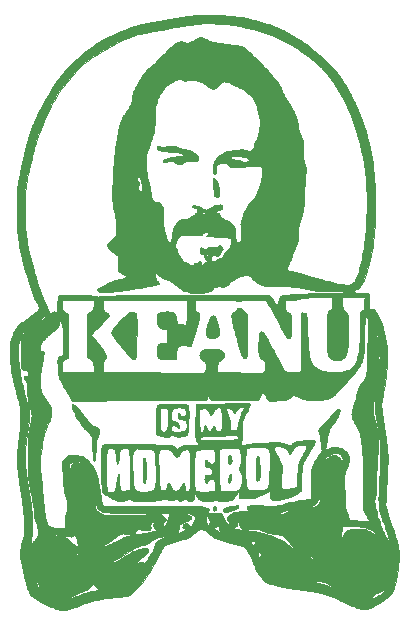
<source format=gbr>
G04 #@! TF.GenerationSoftware,KiCad,Pcbnew,(5.1.2)-1*
G04 #@! TF.CreationDate,2019-09-13T22:49:14-05:00*
G04 #@! TF.ProjectId,keanu-homeboy,6b65616e-752d-4686-9f6d-65626f792e6b,rev?*
G04 #@! TF.SameCoordinates,Original*
G04 #@! TF.FileFunction,Legend,Top*
G04 #@! TF.FilePolarity,Positive*
%FSLAX46Y46*%
G04 Gerber Fmt 4.6, Leading zero omitted, Abs format (unit mm)*
G04 Created by KiCad (PCBNEW (5.1.2)-1) date 2019-09-13 22:49:14*
%MOMM*%
%LPD*%
G04 APERTURE LIST*
%ADD10C,0.010000*%
G04 APERTURE END LIST*
D10*
G36*
X-3790784Y30236010D02*
G01*
X-3654990Y30234306D01*
X-3535555Y30231618D01*
X-3436272Y30227907D01*
X-3422496Y30227214D01*
X-3006580Y30201089D01*
X-2608294Y30166924D01*
X-2220905Y30123869D01*
X-1837680Y30071071D01*
X-1451886Y30007680D01*
X-1056792Y29932844D01*
X-993298Y29919963D01*
X-764134Y29870951D01*
X-528607Y29816576D01*
X-289670Y29757709D01*
X-50278Y29695221D01*
X186616Y29629983D01*
X418059Y29562865D01*
X641098Y29494740D01*
X852778Y29426477D01*
X1050146Y29358949D01*
X1230249Y29293025D01*
X1390132Y29229577D01*
X1482011Y29189988D01*
X1645160Y29114437D01*
X1824921Y29026642D01*
X2018118Y28928414D01*
X2221571Y28821564D01*
X2432101Y28707902D01*
X2646530Y28589240D01*
X2861679Y28467388D01*
X3074369Y28344157D01*
X3281423Y28221358D01*
X3479661Y28100801D01*
X3665906Y27984298D01*
X3836977Y27873659D01*
X3989697Y27770696D01*
X4060086Y27721300D01*
X4233707Y27593297D01*
X4418723Y27449143D01*
X4612713Y27291123D01*
X4813260Y27121523D01*
X5017944Y26942628D01*
X5224345Y26756723D01*
X5430045Y26566092D01*
X5632624Y26373022D01*
X5829663Y26179797D01*
X6018744Y25988703D01*
X6197446Y25802024D01*
X6363351Y25622045D01*
X6514040Y25451053D01*
X6647093Y25291331D01*
X6690576Y25236560D01*
X6737495Y25174341D01*
X6794914Y25094593D01*
X6860060Y25001442D01*
X6930160Y24899015D01*
X7002443Y24791441D01*
X7074136Y24682846D01*
X7142466Y24577356D01*
X7204660Y24479100D01*
X7257946Y24392204D01*
X7259058Y24390350D01*
X7357088Y24222855D01*
X7462079Y24036286D01*
X7571668Y23835196D01*
X7683493Y23624140D01*
X7795191Y23407671D01*
X7904399Y23190343D01*
X8008756Y22976708D01*
X8105900Y22771321D01*
X8158445Y22656800D01*
X8357537Y22202575D01*
X8544810Y21745443D01*
X8719152Y21288580D01*
X8879457Y20835160D01*
X9024613Y20388359D01*
X9153512Y19951353D01*
X9265044Y19527315D01*
X9294364Y19405600D01*
X9390784Y18975295D01*
X9477750Y18541998D01*
X9555649Y18102884D01*
X9624865Y17655130D01*
X9685785Y17195910D01*
X9738795Y16722401D01*
X9784281Y16231779D01*
X9822627Y15721219D01*
X9843409Y15386050D01*
X9847482Y15299641D01*
X9851189Y15191091D01*
X9854511Y15063655D01*
X9857428Y14920591D01*
X9859920Y14765153D01*
X9861968Y14600600D01*
X9863552Y14430186D01*
X9864652Y14257168D01*
X9865248Y14084802D01*
X9865322Y13916345D01*
X9864854Y13755053D01*
X9863823Y13604182D01*
X9862210Y13466988D01*
X9859995Y13346727D01*
X9857160Y13246656D01*
X9856426Y13227050D01*
X9835077Y12780038D01*
X9806755Y12340042D01*
X9771687Y11908287D01*
X9730098Y11485997D01*
X9682215Y11074398D01*
X9628264Y10674714D01*
X9568470Y10288171D01*
X9503061Y9915993D01*
X9432262Y9559406D01*
X9356299Y9219635D01*
X9275398Y8897903D01*
X9189786Y8595437D01*
X9099688Y8313461D01*
X9005331Y8053200D01*
X8906941Y7815879D01*
X8825925Y7644256D01*
X8750076Y7501306D01*
X8674154Y7374021D01*
X8599245Y7263683D01*
X8526432Y7171574D01*
X8456801Y7098976D01*
X8391435Y7047172D01*
X8331420Y7017443D01*
X8289749Y7010400D01*
X8250099Y7002059D01*
X8201965Y6979711D01*
X8150489Y6947373D01*
X8100807Y6909060D01*
X8058059Y6868788D01*
X8027383Y6830573D01*
X8013919Y6798430D01*
X8013700Y6794682D01*
X8016691Y6778384D01*
X8026767Y6763998D01*
X8045583Y6751300D01*
X8074795Y6740064D01*
X8116056Y6730067D01*
X8171022Y6721084D01*
X8241348Y6712891D01*
X8328688Y6705263D01*
X8434698Y6697975D01*
X8561032Y6690804D01*
X8709346Y6683524D01*
X8881293Y6675911D01*
X8892997Y6675414D01*
X8988304Y6671193D01*
X9075159Y6667009D01*
X9150383Y6663042D01*
X9210801Y6659471D01*
X9253233Y6656476D01*
X9274504Y6654238D01*
X9276334Y6653699D01*
X9278131Y6640158D01*
X9280781Y6604055D01*
X9284131Y6548208D01*
X9288034Y6475436D01*
X9292337Y6388557D01*
X9296890Y6290390D01*
X9301544Y6183752D01*
X9302041Y6171980D01*
X9309215Y6006228D01*
X9315923Y5863932D01*
X9322410Y5743161D01*
X9328923Y5641982D01*
X9335708Y5558461D01*
X9343012Y5490667D01*
X9351082Y5436665D01*
X9360163Y5394524D01*
X9370502Y5362311D01*
X9382346Y5338093D01*
X9395941Y5319936D01*
X9411534Y5305909D01*
X9412574Y5305130D01*
X9430558Y5293294D01*
X9448942Y5287158D01*
X9474296Y5286320D01*
X9513187Y5290380D01*
X9555372Y5296425D01*
X9617683Y5304277D01*
X9662936Y5306044D01*
X9698719Y5301787D01*
X9714439Y5297719D01*
X9762162Y5272641D01*
X9814701Y5225794D01*
X9869629Y5159752D01*
X9924517Y5077090D01*
X9928044Y5071172D01*
X9957555Y5018823D01*
X9995292Y4948072D01*
X10038917Y4863616D01*
X10086093Y4770152D01*
X10134483Y4672376D01*
X10181748Y4574987D01*
X10225553Y4482681D01*
X10263560Y4400155D01*
X10277557Y4368800D01*
X10411080Y4037852D01*
X10526647Y3691099D01*
X10624288Y3328283D01*
X10704034Y2949146D01*
X10765916Y2553432D01*
X10809963Y2140883D01*
X10836208Y1711242D01*
X10844679Y1264250D01*
X10835409Y799652D01*
X10808426Y317188D01*
X10788363Y69850D01*
X10761470Y-202759D01*
X10728724Y-481700D01*
X10689645Y-770225D01*
X10643752Y-1071586D01*
X10590568Y-1389035D01*
X10529611Y-1725824D01*
X10501686Y-1873250D01*
X10468761Y-2047534D01*
X10441164Y-2199966D01*
X10418574Y-2333458D01*
X10400671Y-2450923D01*
X10387138Y-2555273D01*
X10377653Y-2649420D01*
X10371899Y-2736277D01*
X10369554Y-2818756D01*
X10370301Y-2899770D01*
X10373818Y-2982230D01*
X10376073Y-3018411D01*
X10379797Y-3071088D01*
X10383861Y-3122063D01*
X10388571Y-3173631D01*
X10394233Y-3228085D01*
X10401155Y-3287718D01*
X10409642Y-3354825D01*
X10420000Y-3431699D01*
X10432537Y-3520634D01*
X10447558Y-3623923D01*
X10465370Y-3743860D01*
X10486280Y-3882739D01*
X10510593Y-4042854D01*
X10529313Y-4165600D01*
X10576068Y-4473182D01*
X10618767Y-4757117D01*
X10657594Y-5018801D01*
X10692731Y-5259628D01*
X10724361Y-5480995D01*
X10752667Y-5684299D01*
X10777831Y-5870935D01*
X10800036Y-6042299D01*
X10819465Y-6199787D01*
X10836301Y-6344796D01*
X10850727Y-6478721D01*
X10862925Y-6602958D01*
X10873078Y-6718904D01*
X10881370Y-6827954D01*
X10885000Y-6882310D01*
X10889443Y-6961692D01*
X10892854Y-7045228D01*
X10895190Y-7134271D01*
X10896407Y-7230171D01*
X10896461Y-7334281D01*
X10895308Y-7447950D01*
X10892905Y-7572531D01*
X10889206Y-7709376D01*
X10884169Y-7859834D01*
X10877749Y-8025259D01*
X10869902Y-8207000D01*
X10860584Y-8406410D01*
X10849752Y-8624840D01*
X10837362Y-8863641D01*
X10823368Y-9124164D01*
X10807729Y-9407761D01*
X10796164Y-9613900D01*
X10784886Y-9814303D01*
X10774016Y-10008591D01*
X10763640Y-10195153D01*
X10753844Y-10372382D01*
X10744717Y-10538667D01*
X10736344Y-10692401D01*
X10728813Y-10831973D01*
X10722210Y-10955775D01*
X10716622Y-11062199D01*
X10712135Y-11149635D01*
X10708838Y-11216474D01*
X10706817Y-11261107D01*
X10706157Y-11281567D01*
X10707102Y-11297736D01*
X10710277Y-11318981D01*
X10716162Y-11346846D01*
X10725233Y-11382877D01*
X10737970Y-11428619D01*
X10754850Y-11485617D01*
X10776351Y-11555417D01*
X10802952Y-11639563D01*
X10835130Y-11739601D01*
X10873364Y-11857077D01*
X10918132Y-11993535D01*
X10969912Y-12150520D01*
X11029182Y-12329579D01*
X11048043Y-12386467D01*
X11136289Y-12652770D01*
X11216830Y-12896350D01*
X11290067Y-13118553D01*
X11356401Y-13320728D01*
X11416235Y-13504223D01*
X11469969Y-13670385D01*
X11518005Y-13820562D01*
X11560744Y-13956102D01*
X11598588Y-14078353D01*
X11631938Y-14188662D01*
X11661196Y-14288378D01*
X11686763Y-14378847D01*
X11709040Y-14461419D01*
X11728429Y-14537440D01*
X11745332Y-14608258D01*
X11760149Y-14675221D01*
X11773283Y-14739677D01*
X11785134Y-14802975D01*
X11796105Y-14866460D01*
X11806596Y-14931482D01*
X11807178Y-14935200D01*
X11814833Y-15000834D01*
X11821039Y-15087900D01*
X11825794Y-15192472D01*
X11829102Y-15310622D01*
X11830961Y-15438423D01*
X11831375Y-15571950D01*
X11830343Y-15707275D01*
X11827866Y-15840471D01*
X11823947Y-15967612D01*
X11818584Y-16084772D01*
X11811781Y-16188023D01*
X11806842Y-16243300D01*
X11778408Y-16498660D01*
X11745099Y-16752629D01*
X11707416Y-17002895D01*
X11665859Y-17247148D01*
X11620928Y-17483075D01*
X11573125Y-17708367D01*
X11522950Y-17920711D01*
X11470904Y-18117798D01*
X11417487Y-18297316D01*
X11363201Y-18456954D01*
X11308545Y-18594401D01*
X11287362Y-18641225D01*
X11231996Y-18738257D01*
X11155063Y-18839677D01*
X11056156Y-18945830D01*
X10934872Y-19057058D01*
X10790805Y-19173708D01*
X10623551Y-19296124D01*
X10432705Y-19424650D01*
X10217862Y-19559632D01*
X10185400Y-19579334D01*
X10009709Y-19683773D01*
X9851732Y-19773637D01*
X9709060Y-19849848D01*
X9579285Y-19913333D01*
X9459998Y-19965014D01*
X9348790Y-20005817D01*
X9243254Y-20036666D01*
X9140981Y-20058485D01*
X9039562Y-20072199D01*
X8936589Y-20078732D01*
X8882002Y-20079598D01*
X8800449Y-20077905D01*
X8720107Y-20072147D01*
X8638997Y-20061638D01*
X8555140Y-20045691D01*
X8466556Y-20023620D01*
X8371268Y-19994736D01*
X8267294Y-19958354D01*
X8152658Y-19913787D01*
X8025378Y-19860349D01*
X7883478Y-19797351D01*
X7724976Y-19724109D01*
X7547895Y-19639934D01*
X7378169Y-19557756D01*
X7171227Y-19457466D01*
X6984065Y-19368049D01*
X6814071Y-19288388D01*
X6658632Y-19217370D01*
X6567392Y-19177000D01*
X9572568Y-19177000D01*
X9615817Y-19177000D01*
X9648479Y-19171493D01*
X9694168Y-19156984D01*
X9743535Y-19136491D01*
X9748234Y-19134267D01*
X9818459Y-19097999D01*
X9904437Y-19049428D01*
X10001577Y-18991463D01*
X10105290Y-18927013D01*
X10210989Y-18858988D01*
X10314082Y-18790295D01*
X10409982Y-18723845D01*
X10494100Y-18662546D01*
X10502900Y-18655891D01*
X10565782Y-18605568D01*
X10620386Y-18556968D01*
X10664152Y-18512839D01*
X10694520Y-18475930D01*
X10708928Y-18448990D01*
X10707265Y-18436485D01*
X10684025Y-18430053D01*
X10641910Y-18435675D01*
X10583650Y-18452049D01*
X10511974Y-18477873D01*
X10429615Y-18511848D01*
X10339302Y-18552671D01*
X10243765Y-18599043D01*
X10145736Y-18649661D01*
X10047945Y-18703225D01*
X9953122Y-18758434D01*
X9863998Y-18813988D01*
X9783303Y-18868584D01*
X9750952Y-18892132D01*
X9685388Y-18943335D01*
X9638677Y-18986078D01*
X9607618Y-19024500D01*
X9589007Y-19062742D01*
X9579645Y-19104944D01*
X9578514Y-19115122D01*
X9572568Y-19177000D01*
X6567392Y-19177000D01*
X6515135Y-19153879D01*
X6380968Y-19096799D01*
X6253518Y-19045016D01*
X6130172Y-18997414D01*
X6008317Y-18952878D01*
X5885341Y-18910294D01*
X5778500Y-18874966D01*
X5622515Y-18826169D01*
X5464744Y-18780564D01*
X5302955Y-18737722D01*
X5134918Y-18697212D01*
X4958404Y-18658604D01*
X4771182Y-18621468D01*
X4571021Y-18585372D01*
X4355693Y-18549888D01*
X4122966Y-18514583D01*
X3870610Y-18479029D01*
X3596395Y-18442795D01*
X3429000Y-18421615D01*
X3131623Y-18383540D01*
X2857801Y-18346359D01*
X2605714Y-18309731D01*
X2373548Y-18273315D01*
X2159486Y-18236767D01*
X1961711Y-18199747D01*
X1778406Y-18161912D01*
X1607754Y-18122920D01*
X1447941Y-18082430D01*
X1297147Y-18040098D01*
X1153559Y-17995584D01*
X1136650Y-17990054D01*
X935560Y-17918572D01*
X757827Y-17843692D01*
X601499Y-17764211D01*
X601397Y-17764147D01*
X4642037Y-17764147D01*
X4662091Y-17772115D01*
X4662238Y-17772145D01*
X5012609Y-17855669D01*
X5366399Y-17962986D01*
X5688104Y-18079948D01*
X5875248Y-18156655D01*
X6051960Y-18236744D01*
X6228325Y-18324997D01*
X6392882Y-18414123D01*
X6502926Y-18474734D01*
X6592514Y-18522172D01*
X6662632Y-18556878D01*
X6714266Y-18579295D01*
X6748403Y-18589864D01*
X6766029Y-18589029D01*
X6769100Y-18582744D01*
X6759561Y-18566613D01*
X6733835Y-18539388D01*
X6696256Y-18504942D01*
X6651156Y-18467149D01*
X6602869Y-18429883D01*
X6578600Y-18412459D01*
X6541640Y-18387499D01*
X6488048Y-18352395D01*
X6422803Y-18310353D01*
X6350880Y-18264580D01*
X6277257Y-18218282D01*
X6273800Y-18216122D01*
X6117029Y-18119215D01*
X5978589Y-18035994D01*
X5856111Y-17965420D01*
X5747229Y-17906457D01*
X5649575Y-17858066D01*
X5560781Y-17819210D01*
X5478481Y-17788850D01*
X5400308Y-17765950D01*
X5323892Y-17749471D01*
X5246869Y-17738375D01*
X5168900Y-17731748D01*
X5100250Y-17728840D01*
X5023952Y-17727720D01*
X4944407Y-17728217D01*
X4866016Y-17730158D01*
X4793181Y-17733372D01*
X4730304Y-17737687D01*
X4681786Y-17742930D01*
X4652029Y-17748929D01*
X4645513Y-17752206D01*
X4642037Y-17764147D01*
X601397Y-17764147D01*
X464628Y-17678923D01*
X446055Y-17664561D01*
X3478312Y-17664561D01*
X3485360Y-17674417D01*
X3514655Y-17682641D01*
X3514725Y-17682653D01*
X3550643Y-17686159D01*
X3599990Y-17687597D01*
X3656613Y-17687205D01*
X3714364Y-17685219D01*
X3767090Y-17681878D01*
X3808642Y-17677417D01*
X3832870Y-17672075D01*
X3835913Y-17670266D01*
X3837744Y-17656802D01*
X3817739Y-17644895D01*
X3779453Y-17635465D01*
X3726443Y-17629435D01*
X3671579Y-17627670D01*
X3612476Y-17629885D01*
X3560593Y-17635734D01*
X3518934Y-17644166D01*
X3490505Y-17654126D01*
X3478312Y-17664561D01*
X446055Y-17664561D01*
X345263Y-17586626D01*
X241455Y-17486114D01*
X158310Y-17385746D01*
X90956Y-17290002D01*
X16756Y-17175051D01*
X-61710Y-17045274D01*
X-141864Y-16905049D01*
X-221125Y-16758757D01*
X-290177Y-16624300D01*
X-362689Y-16475604D01*
X-422251Y-16345350D01*
X-469952Y-16230813D01*
X-506881Y-16129268D01*
X-534125Y-16037987D01*
X-548073Y-15978471D01*
X-562762Y-15918355D01*
X-582985Y-15856021D01*
X-609883Y-15789418D01*
X-644597Y-15716494D01*
X-688269Y-15635199D01*
X-742040Y-15543481D01*
X-807052Y-15439290D01*
X-884446Y-15320575D01*
X-943533Y-15232649D01*
X-119625Y-15232649D01*
X-115058Y-15293135D01*
X-107313Y-15350082D01*
X-88268Y-15461579D01*
X-68173Y-15548524D01*
X-46719Y-15611757D01*
X-23597Y-15652115D01*
X1501Y-15670437D01*
X11087Y-15671800D01*
X34742Y-15664610D01*
X67908Y-15646418D01*
X83819Y-15635559D01*
X115787Y-15608999D01*
X4294071Y-15608999D01*
X4299366Y-15641136D01*
X4318636Y-15679180D01*
X4343128Y-15708427D01*
X4384287Y-15746668D01*
X4437007Y-15789825D01*
X4496179Y-15833815D01*
X4556696Y-15874559D01*
X4584700Y-15891750D01*
X4623215Y-15913711D01*
X4646032Y-15923527D01*
X4658842Y-15922751D01*
X4666632Y-15914098D01*
X4662567Y-15899049D01*
X4644663Y-15869927D01*
X4616467Y-15831180D01*
X4581525Y-15787251D01*
X4543384Y-15742587D01*
X4505591Y-15701632D01*
X4471693Y-15668833D01*
X4469206Y-15666651D01*
X4415498Y-15625327D01*
X4368670Y-15599105D01*
X4331183Y-15587779D01*
X4305496Y-15591146D01*
X4294071Y-15608999D01*
X115787Y-15608999D01*
X134548Y-15593413D01*
X167073Y-15552696D01*
X180919Y-15511005D01*
X175610Y-15465938D01*
X150670Y-15415092D01*
X105625Y-15356064D01*
X39999Y-15286451D01*
X8681Y-15255875D01*
X-40933Y-15210896D01*
X-77431Y-15185158D01*
X-101952Y-15179586D01*
X-115637Y-15195108D01*
X-119625Y-15232649D01*
X-943533Y-15232649D01*
X-975364Y-15185283D01*
X-1050912Y-15074900D01*
X-1102990Y-14999376D01*
X-1150550Y-14930619D01*
X-1191637Y-14871436D01*
X-1224297Y-14824636D01*
X-1246578Y-14793025D01*
X-1256523Y-14779411D01*
X-1256654Y-14779261D01*
X-1270372Y-14774232D01*
X-1306321Y-14763552D01*
X-1362127Y-14747863D01*
X-1435414Y-14727810D01*
X-1523806Y-14704035D01*
X-1624927Y-14677180D01*
X-1736402Y-14647889D01*
X-1855855Y-14616805D01*
X-1880599Y-14610402D01*
X-2098668Y-14553798D01*
X-2294091Y-14502537D01*
X-2468918Y-14456016D01*
X-2625197Y-14413635D01*
X-2764977Y-14374790D01*
X-2868872Y-14345021D01*
X-676947Y-14345021D01*
X-676521Y-14376007D01*
X-664860Y-14418731D01*
X-660760Y-14430497D01*
X-630792Y-14504127D01*
X-596962Y-14570631D01*
X-562982Y-14623163D01*
X-544807Y-14644393D01*
X-515606Y-14664840D01*
X-487040Y-14664316D01*
X-455922Y-14641767D01*
X-425438Y-14604983D01*
X-390242Y-14563387D01*
X-344667Y-14517863D01*
X-303363Y-14482189D01*
X-267796Y-14452135D01*
X-242576Y-14426739D01*
X-232350Y-14410776D01*
X-232451Y-14409297D01*
X-252222Y-14387112D01*
X-294914Y-14366098D01*
X-358047Y-14347209D01*
X-432080Y-14332523D01*
X-521460Y-14319233D01*
X-588395Y-14312877D01*
X-635126Y-14314417D01*
X-663896Y-14324811D01*
X-676947Y-14345021D01*
X-2868872Y-14345021D01*
X-2890308Y-14338879D01*
X-3003239Y-14305302D01*
X-3105817Y-14273454D01*
X-3200093Y-14242735D01*
X-3288115Y-14212542D01*
X-3371932Y-14182274D01*
X-3453593Y-14151327D01*
X-3486150Y-14138609D01*
X-3628499Y-14080420D01*
X-3751149Y-14024966D01*
X-3859124Y-13969156D01*
X-3957447Y-13909896D01*
X-4051141Y-13844094D01*
X-4145231Y-13768657D01*
X-4244738Y-13680491D01*
X-4273398Y-13653904D01*
X-4379607Y-13562185D01*
X-4489257Y-13481547D01*
X-4599001Y-13413783D01*
X-4705488Y-13360686D01*
X-4805369Y-13324047D01*
X-4895295Y-13305659D01*
X-4927600Y-13303817D01*
X-4972709Y-13305655D01*
X-5014170Y-13313174D01*
X-5055649Y-13328384D01*
X-5100812Y-13353299D01*
X-5153324Y-13389930D01*
X-5216850Y-13440290D01*
X-5292297Y-13504019D01*
X-5406776Y-13600579D01*
X-5507739Y-13681566D01*
X-5599081Y-13749900D01*
X-5684695Y-13808504D01*
X-5762761Y-13856933D01*
X-5926457Y-13948009D01*
X-6100368Y-14033551D01*
X-6286888Y-14114457D01*
X-6488409Y-14191622D01*
X-6707325Y-14265945D01*
X-6946029Y-14338323D01*
X-7206913Y-14409653D01*
X-7302500Y-14434182D01*
X-7444552Y-14471054D01*
X-7564656Y-14504720D01*
X-7665857Y-14536525D01*
X-7751196Y-14567817D01*
X-7823715Y-14599941D01*
X-7886457Y-14634243D01*
X-7942465Y-14672070D01*
X-7994779Y-14714768D01*
X-8045914Y-14763154D01*
X-8083263Y-14801526D01*
X-8115005Y-14837188D01*
X-8143413Y-14873842D01*
X-8170758Y-14915191D01*
X-8199311Y-14964937D01*
X-8231344Y-15026783D01*
X-8269128Y-15104430D01*
X-8314935Y-15201582D01*
X-8315084Y-15201900D01*
X-8372087Y-15319567D01*
X-8441325Y-15455399D01*
X-8521059Y-15606346D01*
X-8609550Y-15769361D01*
X-8705062Y-15941394D01*
X-8805856Y-16119397D01*
X-8910194Y-16300323D01*
X-9016339Y-16481123D01*
X-9122552Y-16658749D01*
X-9227095Y-16830151D01*
X-9328231Y-16992283D01*
X-9399397Y-17103789D01*
X-9573391Y-17366151D01*
X-9745912Y-17611900D01*
X-9916234Y-17840233D01*
X-10083634Y-18050343D01*
X-10247385Y-18241427D01*
X-10406764Y-18412679D01*
X-10561045Y-18563295D01*
X-10709502Y-18692469D01*
X-10851412Y-18799397D01*
X-10986049Y-18883273D01*
X-11017250Y-18899910D01*
X-11097686Y-18938843D01*
X-11168863Y-18966619D01*
X-11239166Y-18985417D01*
X-11316980Y-18997414D01*
X-11410690Y-19004788D01*
X-11423650Y-19005479D01*
X-11541158Y-19012659D01*
X-11657564Y-19022350D01*
X-11781095Y-19035345D01*
X-11919975Y-19052436D01*
X-11944350Y-19055627D01*
X-11990477Y-19061290D01*
X-12057803Y-19068975D01*
X-12142244Y-19078246D01*
X-12239719Y-19088665D01*
X-12346145Y-19099794D01*
X-12457440Y-19111195D01*
X-12541250Y-19119622D01*
X-12655015Y-19131209D01*
X-12768254Y-19143199D01*
X-12876625Y-19155098D01*
X-12975785Y-19166415D01*
X-13061389Y-19176655D01*
X-13129095Y-19185327D01*
X-13163550Y-19190206D01*
X-13403305Y-19230548D01*
X-13645460Y-19279538D01*
X-13892686Y-19337938D01*
X-14147654Y-19406510D01*
X-14413035Y-19486015D01*
X-14691499Y-19577215D01*
X-14985716Y-19680870D01*
X-15298357Y-19797743D01*
X-15309850Y-19802153D01*
X-15489325Y-19870518D01*
X-15647778Y-19929570D01*
X-15787529Y-19980019D01*
X-15910897Y-20022573D01*
X-16020198Y-20057943D01*
X-16117753Y-20086836D01*
X-16205880Y-20109963D01*
X-16286897Y-20128032D01*
X-16363122Y-20141752D01*
X-16436875Y-20151833D01*
X-16462148Y-20154593D01*
X-16529699Y-20161048D01*
X-16581550Y-20164395D01*
X-16627191Y-20164798D01*
X-16676112Y-20162418D01*
X-16719550Y-20159001D01*
X-16796577Y-20149972D01*
X-16885818Y-20135653D01*
X-16975175Y-20118102D01*
X-17018000Y-20108299D01*
X-17105572Y-20083075D01*
X-17212125Y-20045813D01*
X-17335042Y-19997842D01*
X-17471704Y-19940490D01*
X-17619493Y-19875084D01*
X-17775792Y-19802952D01*
X-17937983Y-19725423D01*
X-18103446Y-19643823D01*
X-18269566Y-19559480D01*
X-18433722Y-19473724D01*
X-18593298Y-19387880D01*
X-18745675Y-19303278D01*
X-18888236Y-19221244D01*
X-18988781Y-19160870D01*
X-16035528Y-19160870D01*
X-16025812Y-19164144D01*
X-16017289Y-19164300D01*
X-16000191Y-19160128D01*
X-15961595Y-19148158D01*
X-15903899Y-19129208D01*
X-15829499Y-19104096D01*
X-15740791Y-19073640D01*
X-15640172Y-19038656D01*
X-15530040Y-18999964D01*
X-15412790Y-18958381D01*
X-15389438Y-18950054D01*
X-15180548Y-18875910D01*
X-14993300Y-18810433D01*
X-14825661Y-18753086D01*
X-14675601Y-18703329D01*
X-14541086Y-18660625D01*
X-14420086Y-18624437D01*
X-14310569Y-18594224D01*
X-14210503Y-18569450D01*
X-14117856Y-18549576D01*
X-14030597Y-18534063D01*
X-13946694Y-18522375D01*
X-13864115Y-18513971D01*
X-13780829Y-18508315D01*
X-13710697Y-18505353D01*
X-13470443Y-18497550D01*
X-13753821Y-18201901D01*
X-14037199Y-17906253D01*
X-14126526Y-18005051D01*
X-14232957Y-18119254D01*
X-14327942Y-18213557D01*
X-14413344Y-18289694D01*
X-14491023Y-18349402D01*
X-14509750Y-18362161D01*
X-14619015Y-18428276D01*
X-14747010Y-18494998D01*
X-14887329Y-18559298D01*
X-15033565Y-18618145D01*
X-15106650Y-18644491D01*
X-15314353Y-18721167D01*
X-15500064Y-18799819D01*
X-15663099Y-18880081D01*
X-15802773Y-18961588D01*
X-15918402Y-19043975D01*
X-16007552Y-19125029D01*
X-16029852Y-19149491D01*
X-16035528Y-19160870D01*
X-18988781Y-19160870D01*
X-19018362Y-19143108D01*
X-19133435Y-19070195D01*
X-19230838Y-19003836D01*
X-19303035Y-18949355D01*
X-19336516Y-18917584D01*
X-19366554Y-18877298D01*
X-19397511Y-18822164D01*
X-19414387Y-18787703D01*
X-19454474Y-18695429D01*
X-19498252Y-18580554D01*
X-19545114Y-18445508D01*
X-19594457Y-18292725D01*
X-19645675Y-18124637D01*
X-19698163Y-17943675D01*
X-19751318Y-17752273D01*
X-19788035Y-17614685D01*
X-18919162Y-17614685D01*
X-18915997Y-17661948D01*
X-18903614Y-17727462D01*
X-18882099Y-17809909D01*
X-18851863Y-17907000D01*
X-18820208Y-17996135D01*
X-18786472Y-18080361D01*
X-18751844Y-18157871D01*
X-18717517Y-18226857D01*
X-18684682Y-18285512D01*
X-18654528Y-18332031D01*
X-18628248Y-18364605D01*
X-18607033Y-18381428D01*
X-18592072Y-18380693D01*
X-18584559Y-18360594D01*
X-18585682Y-18319323D01*
X-18586981Y-18308855D01*
X-18600285Y-18238433D01*
X-18621890Y-18156074D01*
X-18650066Y-18066102D01*
X-18683081Y-17972843D01*
X-18719204Y-17880621D01*
X-18756705Y-17793761D01*
X-18793852Y-17716588D01*
X-18828914Y-17653426D01*
X-18860160Y-17608601D01*
X-18872472Y-17595604D01*
X-18897486Y-17580195D01*
X-18913021Y-17586995D01*
X-18919162Y-17614685D01*
X-19788035Y-17614685D01*
X-19804534Y-17552862D01*
X-19857207Y-17347875D01*
X-19908732Y-17139743D01*
X-19958504Y-16930900D01*
X-20005918Y-16723777D01*
X-20050371Y-16520807D01*
X-20091257Y-16324422D01*
X-20127971Y-16137054D01*
X-20133105Y-16108774D01*
X-12544265Y-16108774D01*
X-12529179Y-16116547D01*
X-12497763Y-16120577D01*
X-12450971Y-16121870D01*
X-12422701Y-16121810D01*
X-12366962Y-16120135D01*
X-12320694Y-16114798D01*
X-12274549Y-16103874D01*
X-12219179Y-16085440D01*
X-12185650Y-16073008D01*
X-12102271Y-16039475D01*
X-12019092Y-16001500D01*
X-11932302Y-15956995D01*
X-11838088Y-15903873D01*
X-11732636Y-15840045D01*
X-11612134Y-15763426D01*
X-11569700Y-15735819D01*
X-11360908Y-15601849D01*
X-11167995Y-15483415D01*
X-10988104Y-15378903D01*
X-10818377Y-15286700D01*
X-10655957Y-15205191D01*
X-10515465Y-15140437D01*
X-10331904Y-15063856D01*
X-10162064Y-15002085D01*
X-10006690Y-14955200D01*
X-9866528Y-14923280D01*
X-9742326Y-14906400D01*
X-9634830Y-14904639D01*
X-9544787Y-14918073D01*
X-9472943Y-14946780D01*
X-9420044Y-14990836D01*
X-9397606Y-15024873D01*
X-9378618Y-15073879D01*
X-9372377Y-15123703D01*
X-9379882Y-15175731D01*
X-9402136Y-15231349D01*
X-9440136Y-15291943D01*
X-9494885Y-15358900D01*
X-9567382Y-15433605D01*
X-9658627Y-15517444D01*
X-9769621Y-15611803D01*
X-9893300Y-15711683D01*
X-10032334Y-15822928D01*
X-10151423Y-15920510D01*
X-10251495Y-16005235D01*
X-10333482Y-16077911D01*
X-10398311Y-16139346D01*
X-10446912Y-16190347D01*
X-10455275Y-16199963D01*
X-10490868Y-16243659D01*
X-10510653Y-16273677D01*
X-10513621Y-16290170D01*
X-10498760Y-16293296D01*
X-10465058Y-16283209D01*
X-10411505Y-16260065D01*
X-10337088Y-16224019D01*
X-10328080Y-16219521D01*
X-10214817Y-16165020D01*
X-10119842Y-16124469D01*
X-10040628Y-16097259D01*
X-9974649Y-16082783D01*
X-9919379Y-16080433D01*
X-9872291Y-16089602D01*
X-9842500Y-16102738D01*
X-9788319Y-16130701D01*
X-9746042Y-16145413D01*
X-9709990Y-16145666D01*
X-9674486Y-16130250D01*
X-9633850Y-16097957D01*
X-9582405Y-16047578D01*
X-9582150Y-16047319D01*
X-9510136Y-15967258D01*
X-9431465Y-15867908D01*
X-9348993Y-15753532D01*
X-9265574Y-15628393D01*
X-9184062Y-15496754D01*
X-9107312Y-15362879D01*
X-9045850Y-15246350D01*
X-8999739Y-15152093D01*
X-8963826Y-15071142D01*
X-8934968Y-14995190D01*
X-8910021Y-14915929D01*
X-8885839Y-14825052D01*
X-8884767Y-14820752D01*
X-8835105Y-14664948D01*
X-8768249Y-14527492D01*
X-8684351Y-14408619D01*
X-8583562Y-14308562D01*
X-8522097Y-14262390D01*
X-8452309Y-14219246D01*
X-8364521Y-14171594D01*
X-8264962Y-14122548D01*
X-8159862Y-14075219D01*
X-8087574Y-14045272D01*
X-7978178Y-14000121D01*
X-7892079Y-13961246D01*
X-7829356Y-13928876D01*
X-7790088Y-13903241D01*
X-7774355Y-13884570D01*
X-7782236Y-13873092D01*
X-7813811Y-13869036D01*
X-7869158Y-13872632D01*
X-7948359Y-13884109D01*
X-8037505Y-13900840D01*
X-8289830Y-13957791D01*
X-8518421Y-14021842D01*
X-8724015Y-14093288D01*
X-8907349Y-14172423D01*
X-9069160Y-14259542D01*
X-9210185Y-14354940D01*
X-9247947Y-14384725D01*
X-9391051Y-14485902D01*
X-9548750Y-14568569D01*
X-9716099Y-14630450D01*
X-9852416Y-14663239D01*
X-10001945Y-14697342D01*
X-10151824Y-14745467D01*
X-10308309Y-14809780D01*
X-10397819Y-14852032D01*
X-10480479Y-14893180D01*
X-10556535Y-14932421D01*
X-10629809Y-14971981D01*
X-10704121Y-15014088D01*
X-10783291Y-15060968D01*
X-10871140Y-15114847D01*
X-10971488Y-15177953D01*
X-11088156Y-15252511D01*
X-11118850Y-15272254D01*
X-11349892Y-15419105D01*
X-11563274Y-15550705D01*
X-11760808Y-15668113D01*
X-11944306Y-15772390D01*
X-12115580Y-15864596D01*
X-12238544Y-15927179D01*
X-12341431Y-15978544D01*
X-12422274Y-16020127D01*
X-12482027Y-16052936D01*
X-12521642Y-16077975D01*
X-12542070Y-16096253D01*
X-12544265Y-16108774D01*
X-20133105Y-16108774D01*
X-20159909Y-15961135D01*
X-20186465Y-15799098D01*
X-20207037Y-15653375D01*
X-20218438Y-15553605D01*
X-20224518Y-15440082D01*
X-20222561Y-15307712D01*
X-20212871Y-15161639D01*
X-20195750Y-15007009D01*
X-20179735Y-14897844D01*
X-20163487Y-14803372D01*
X-20146194Y-14717002D01*
X-20126212Y-14632192D01*
X-20101899Y-14542402D01*
X-20071609Y-14441091D01*
X-20039229Y-14338840D01*
X-19995835Y-14191547D01*
X-19956282Y-14032935D01*
X-19922715Y-13872767D01*
X-19897278Y-13720804D01*
X-19888455Y-13652500D01*
X-19879654Y-13554961D01*
X-19872921Y-13437906D01*
X-19868345Y-13307141D01*
X-19866017Y-13168471D01*
X-19866027Y-13027704D01*
X-19868463Y-12890645D01*
X-19873416Y-12763100D01*
X-19874421Y-12744450D01*
X-19881807Y-12620299D01*
X-19890016Y-12497524D01*
X-19899260Y-12374330D01*
X-19909751Y-12248920D01*
X-19921702Y-12119502D01*
X-19935323Y-11984278D01*
X-19950827Y-11841454D01*
X-19968426Y-11689236D01*
X-19988331Y-11525828D01*
X-20010755Y-11349434D01*
X-20035909Y-11158261D01*
X-20064004Y-10950512D01*
X-20095254Y-10724394D01*
X-20129870Y-10478110D01*
X-20168063Y-10209865D01*
X-20198937Y-9994900D01*
X-20239468Y-9712304D01*
X-20276210Y-9453160D01*
X-20309324Y-9215829D01*
X-20338972Y-8998672D01*
X-20365319Y-8800052D01*
X-20388525Y-8618328D01*
X-20408754Y-8451864D01*
X-20426167Y-8299018D01*
X-20440928Y-8158154D01*
X-20453199Y-8027632D01*
X-20463143Y-7905814D01*
X-20470921Y-7791061D01*
X-20476697Y-7681734D01*
X-20480632Y-7576194D01*
X-20482890Y-7472804D01*
X-20483633Y-7369923D01*
X-20483023Y-7265914D01*
X-20481224Y-7159138D01*
X-20481026Y-7150100D01*
X-20477839Y-7031160D01*
X-19805151Y-7031160D01*
X-19805068Y-7168722D01*
X-19804205Y-7304684D01*
X-19802564Y-7435192D01*
X-19800143Y-7556391D01*
X-19796945Y-7664424D01*
X-19792970Y-7755436D01*
X-19788956Y-7816850D01*
X-19767778Y-8063277D01*
X-19745073Y-8297183D01*
X-19719979Y-8525964D01*
X-19691635Y-8757018D01*
X-19659180Y-8997742D01*
X-19621753Y-9255532D01*
X-19620388Y-9264650D01*
X-19608954Y-9340351D01*
X-19597678Y-9413566D01*
X-19586133Y-9486791D01*
X-19573894Y-9562522D01*
X-19560535Y-9643255D01*
X-19545632Y-9731485D01*
X-19528759Y-9829708D01*
X-19509490Y-9940421D01*
X-19487401Y-10066119D01*
X-19462065Y-10209298D01*
X-19433057Y-10372453D01*
X-19399952Y-10558081D01*
X-19399601Y-10560050D01*
X-19348267Y-10872974D01*
X-19303633Y-11199877D01*
X-19265300Y-11544084D01*
X-19232868Y-11908919D01*
X-19225332Y-12007850D01*
X-19220891Y-12084556D01*
X-19217160Y-12182043D01*
X-19214140Y-12296627D01*
X-19211830Y-12424628D01*
X-19210230Y-12562362D01*
X-19209339Y-12706148D01*
X-19209158Y-12852303D01*
X-19209686Y-12997144D01*
X-19210923Y-13136991D01*
X-19212868Y-13268159D01*
X-19215522Y-13386969D01*
X-19218884Y-13489736D01*
X-19222954Y-13572779D01*
X-19225439Y-13608050D01*
X-19231460Y-13677849D01*
X-19239618Y-13766765D01*
X-19249324Y-13868660D01*
X-19259984Y-13977399D01*
X-19271008Y-14086845D01*
X-19279280Y-14166850D01*
X-19288959Y-14260260D01*
X-19297677Y-14346304D01*
X-19305097Y-14421485D01*
X-19310878Y-14482306D01*
X-19314684Y-14525270D01*
X-19316174Y-14546881D01*
X-19316182Y-14547850D01*
X-19308024Y-14548324D01*
X-19285469Y-14532408D01*
X-19251011Y-14502678D01*
X-19207148Y-14461710D01*
X-19156374Y-14412082D01*
X-19101188Y-14356369D01*
X-19044083Y-14297149D01*
X-18987557Y-14236998D01*
X-18934106Y-14178492D01*
X-18886226Y-14124208D01*
X-18846412Y-14076723D01*
X-18817162Y-14038613D01*
X-18805134Y-14020327D01*
X-18772117Y-13960429D01*
X-18747966Y-13906287D01*
X-18743189Y-13890625D01*
X-17751704Y-13890625D01*
X-17742887Y-13899422D01*
X-17711398Y-13904674D01*
X-17659704Y-13906430D01*
X-17590277Y-13904745D01*
X-17544922Y-13902026D01*
X-16578331Y-13902026D01*
X-16566907Y-13912448D01*
X-16541820Y-13926552D01*
X-16504513Y-13944419D01*
X-16503650Y-13944816D01*
X-16419199Y-13986648D01*
X-16339284Y-14033089D01*
X-16260033Y-14087021D01*
X-16177574Y-14151329D01*
X-16088035Y-14228897D01*
X-15987544Y-14322608D01*
X-15957550Y-14351518D01*
X-15872326Y-14432917D01*
X-15800461Y-14498478D01*
X-15738234Y-14551162D01*
X-15681923Y-14593929D01*
X-15627806Y-14629740D01*
X-15572161Y-14661555D01*
X-15559209Y-14668383D01*
X-15491780Y-14708050D01*
X-15449071Y-14743992D01*
X-15438017Y-14758844D01*
X-15422517Y-14795366D01*
X-15412981Y-14844056D01*
X-15409358Y-14907563D01*
X-15411592Y-14988536D01*
X-15419629Y-15089625D01*
X-15429425Y-15180169D01*
X-15441706Y-15293346D01*
X-15450184Y-15390094D01*
X-15454777Y-15468569D01*
X-15455400Y-15526926D01*
X-15451971Y-15563322D01*
X-15447318Y-15574549D01*
X-15431800Y-15575109D01*
X-15410912Y-15556700D01*
X-15388205Y-15524135D01*
X-15367233Y-15482227D01*
X-15355599Y-15450281D01*
X-15332492Y-15365135D01*
X-15315925Y-15279047D01*
X-15305161Y-15185810D01*
X-15299460Y-15079219D01*
X-15298046Y-14966950D01*
X-15303664Y-14813503D01*
X-13447615Y-14813503D01*
X-13432920Y-14823160D01*
X-13394575Y-14829205D01*
X-13335000Y-14831939D01*
X-13286987Y-14828791D01*
X-13228176Y-14816977D01*
X-13153576Y-14795391D01*
X-13118931Y-14784019D01*
X-13041100Y-14756650D01*
X-12960536Y-14725794D01*
X-12874532Y-14690217D01*
X-12780382Y-14648689D01*
X-12675378Y-14599976D01*
X-12556815Y-14542846D01*
X-12421985Y-14476067D01*
X-12268182Y-14398408D01*
X-12236450Y-14382249D01*
X-12045369Y-14286024D01*
X-11873391Y-14202122D01*
X-11717993Y-14129543D01*
X-11576651Y-14067288D01*
X-11446842Y-14014358D01*
X-11326043Y-13969753D01*
X-11211730Y-13932475D01*
X-11101381Y-13901525D01*
X-10992471Y-13875902D01*
X-10922000Y-13861771D01*
X-10856387Y-13848995D01*
X-10799736Y-13837116D01*
X-10756717Y-13827178D01*
X-10732003Y-13820227D01*
X-10728154Y-13818406D01*
X-10737278Y-13813888D01*
X-10767777Y-13805842D01*
X-10815981Y-13794970D01*
X-10878219Y-13781969D01*
X-10950821Y-13767541D01*
X-11030117Y-13752385D01*
X-11112435Y-13737202D01*
X-11144510Y-13731503D01*
X-10589183Y-13731503D01*
X-10574159Y-13744264D01*
X-10569575Y-13745737D01*
X-10538049Y-13748777D01*
X-10481933Y-13747262D01*
X-10401619Y-13741223D01*
X-10297500Y-13730693D01*
X-10169968Y-13715703D01*
X-10114757Y-13708756D01*
X-9961355Y-13688077D01*
X-9806190Y-13665157D01*
X-9651971Y-13640526D01*
X-9535634Y-13620584D01*
X-6934200Y-13620584D01*
X-6922855Y-13626454D01*
X-6891265Y-13624510D01*
X-6843102Y-13615496D01*
X-6782034Y-13600157D01*
X-6711734Y-13579238D01*
X-6681123Y-13569231D01*
X-6627467Y-13549276D01*
X-6557284Y-13520281D01*
X-6476594Y-13484893D01*
X-6391421Y-13445761D01*
X-6307787Y-13405533D01*
X-6299200Y-13401285D01*
X-6051550Y-13278376D01*
X-6214182Y-13268548D01*
X-6292796Y-13262344D01*
X-6355690Y-13254393D01*
X-6399062Y-13245241D01*
X-6413149Y-13239931D01*
X-6447708Y-13208774D01*
X-6457863Y-13185253D01*
X-3856090Y-13185253D01*
X-3852937Y-13203349D01*
X-3830167Y-13232279D01*
X-3789919Y-13269763D01*
X-3739057Y-13310020D01*
X-3664342Y-13362660D01*
X-3587677Y-13411318D01*
X-3511945Y-13454710D01*
X-3440027Y-13491553D01*
X-3374805Y-13520562D01*
X-3319160Y-13540454D01*
X-3275974Y-13549944D01*
X-3248129Y-13547749D01*
X-3238500Y-13533051D01*
X-3246182Y-13513950D01*
X-3265940Y-13483820D01*
X-3283862Y-13460909D01*
X-3334627Y-13390750D01*
X-3343809Y-13372481D01*
X-1121728Y-13372481D01*
X-1113551Y-13378483D01*
X-1080779Y-13388095D01*
X-1023941Y-13401213D01*
X-943568Y-13417728D01*
X-840192Y-13437537D01*
X-714342Y-13460531D01*
X-566549Y-13486606D01*
X-451971Y-13506353D01*
X-94985Y-13572986D01*
X243276Y-13648003D01*
X568533Y-13732893D01*
X886509Y-13829144D01*
X1187752Y-13932713D01*
X1435937Y-14027116D01*
X1659154Y-14120899D01*
X1857822Y-14214278D01*
X2032358Y-14307469D01*
X2183183Y-14400689D01*
X2310713Y-14494155D01*
X2368722Y-14543612D01*
X2481129Y-14641815D01*
X2593447Y-14733704D01*
X2702614Y-14817082D01*
X2805567Y-14889750D01*
X2899245Y-14949510D01*
X2980585Y-14994165D01*
X3022600Y-15012954D01*
X3070999Y-15030546D01*
X3098382Y-15036258D01*
X3106170Y-15030122D01*
X3097656Y-15014575D01*
X3051332Y-14956468D01*
X2991513Y-14885524D01*
X2920543Y-14804217D01*
X2840764Y-14715020D01*
X2754516Y-14620408D01*
X2664143Y-14522857D01*
X2571986Y-14424839D01*
X2480386Y-14328830D01*
X2391686Y-14237304D01*
X2308228Y-14152735D01*
X2232354Y-14077598D01*
X2166405Y-14014367D01*
X2112723Y-13965517D01*
X2076534Y-13935666D01*
X2011317Y-13889576D01*
X1947238Y-13851558D01*
X1880270Y-13820335D01*
X1806385Y-13794632D01*
X1721557Y-13773170D01*
X1621760Y-13754672D01*
X1502965Y-13737863D01*
X1479463Y-13735052D01*
X6963855Y-13735052D01*
X6964904Y-13833799D01*
X6973210Y-13917293D01*
X6988479Y-13982183D01*
X7005078Y-14017801D01*
X7032457Y-14041376D01*
X7065055Y-14042958D01*
X7097114Y-14023462D01*
X7114649Y-14000412D01*
X7126650Y-13969631D01*
X7139110Y-13920552D01*
X7150382Y-13860188D01*
X7155020Y-13828271D01*
X7168846Y-13743170D01*
X7186871Y-13677075D01*
X7212028Y-13623622D01*
X7247248Y-13576451D01*
X7290979Y-13533201D01*
X7374390Y-13472067D01*
X7479936Y-13417602D01*
X7605106Y-13370342D01*
X7747387Y-13330825D01*
X7904266Y-13299589D01*
X8073230Y-13277169D01*
X8251767Y-13264104D01*
X8437364Y-13260931D01*
X8550301Y-13263965D01*
X8670973Y-13270735D01*
X8777037Y-13280771D01*
X8872771Y-13295496D01*
X8962453Y-13316333D01*
X9050358Y-13344705D01*
X9140764Y-13382036D01*
X9237947Y-13429748D01*
X9346186Y-13489263D01*
X9469755Y-13562006D01*
X9498788Y-13579541D01*
X9608755Y-13644748D01*
X9708786Y-13701198D01*
X9796469Y-13747640D01*
X9869390Y-13782821D01*
X9925134Y-13805491D01*
X9947275Y-13812097D01*
X9973029Y-13812814D01*
X9980587Y-13799490D01*
X9971541Y-13774003D01*
X9947485Y-13738232D01*
X9910012Y-13694058D01*
X9860716Y-13643360D01*
X9801190Y-13588016D01*
X9733029Y-13529908D01*
X9658302Y-13471273D01*
X9545677Y-13393181D01*
X9427769Y-13325226D01*
X9301931Y-13266605D01*
X9165514Y-13216511D01*
X9015871Y-13174141D01*
X8850354Y-13138689D01*
X8666314Y-13109350D01*
X8461104Y-13085320D01*
X8356600Y-13075632D01*
X8294744Y-13070857D01*
X8217056Y-13065721D01*
X8126422Y-13060345D01*
X8025728Y-13054852D01*
X7917859Y-13049361D01*
X7805703Y-13043996D01*
X7692144Y-13038876D01*
X7580069Y-13034123D01*
X7472365Y-13029859D01*
X7371916Y-13026205D01*
X7281610Y-13023282D01*
X7204332Y-13021212D01*
X7142969Y-13020115D01*
X7100406Y-13020113D01*
X7079530Y-13021327D01*
X7077978Y-13021888D01*
X7071027Y-13039027D01*
X7061215Y-13077103D01*
X7049291Y-13131913D01*
X7036007Y-13199252D01*
X7022114Y-13274915D01*
X7008362Y-13354700D01*
X6995503Y-13434400D01*
X6984288Y-13509813D01*
X6975467Y-13576733D01*
X6970358Y-13624399D01*
X6963855Y-13735052D01*
X1479463Y-13735052D01*
X1422400Y-13728227D01*
X1195571Y-13698334D01*
X989269Y-13662182D01*
X799148Y-13618649D01*
X620859Y-13566616D01*
X450057Y-13504963D01*
X291237Y-13436677D01*
X219779Y-13404877D01*
X145012Y-13373745D01*
X75365Y-13346668D01*
X19271Y-13327032D01*
X14784Y-13325625D01*
X-26179Y-13313455D01*
X-62075Y-13304589D01*
X-98147Y-13298512D01*
X-139640Y-13294710D01*
X-191799Y-13292670D01*
X-259867Y-13291876D01*
X-330200Y-13291794D01*
X-436521Y-13293018D01*
X-534381Y-13296904D01*
X-632559Y-13304064D01*
X-739834Y-13315109D01*
X-838200Y-13327165D01*
X-918904Y-13337950D01*
X-991117Y-13348343D01*
X-1051026Y-13357732D01*
X-1094815Y-13365510D01*
X-1118670Y-13371066D01*
X-1121728Y-13372481D01*
X-3343809Y-13372481D01*
X-3372740Y-13314925D01*
X-3399894Y-13228376D01*
X-3406351Y-13191442D01*
X-2219139Y-13191442D01*
X-2211960Y-13207623D01*
X-2183569Y-13226902D01*
X-2137773Y-13247996D01*
X-2078377Y-13269619D01*
X-2009189Y-13290487D01*
X-1934016Y-13309318D01*
X-1856664Y-13324827D01*
X-1797050Y-13333818D01*
X-1697417Y-13344566D01*
X-1606001Y-13350944D01*
X-1526207Y-13352953D01*
X-1461441Y-13350596D01*
X-1415105Y-13343874D01*
X-1391457Y-13333630D01*
X-1394563Y-13320088D01*
X-1414169Y-13292251D01*
X-1448067Y-13253001D01*
X-1475441Y-13224046D01*
X-1558979Y-13126439D01*
X-1619160Y-13028625D01*
X-1657853Y-12927446D01*
X-1663028Y-12907161D01*
X-1683258Y-12846079D01*
X-1712190Y-12790720D01*
X-1746602Y-12744452D01*
X-1783269Y-12710648D01*
X-1818971Y-12692677D01*
X-1850483Y-12693910D01*
X-1860861Y-12700257D01*
X-1870008Y-12711329D01*
X-1875244Y-12729212D01*
X-1876961Y-12758877D01*
X-1875554Y-12805296D01*
X-1872849Y-12851543D01*
X-1869350Y-12912072D01*
X-1868540Y-12953068D01*
X-1871077Y-12980317D01*
X-1877617Y-12999606D01*
X-1888818Y-13016720D01*
X-1892100Y-13020928D01*
X-1915064Y-13045450D01*
X-1944820Y-13067361D01*
X-1985957Y-13089147D01*
X-2043062Y-13113291D01*
X-2107183Y-13137376D01*
X-2155316Y-13156281D01*
X-2193431Y-13173898D01*
X-2215775Y-13187451D01*
X-2219139Y-13191442D01*
X-3406351Y-13191442D01*
X-3417785Y-13126047D01*
X-3426100Y-13036553D01*
X-3431307Y-12976728D01*
X-3437708Y-12930177D01*
X-3444571Y-12901421D01*
X-3449124Y-12894341D01*
X-3461990Y-12902072D01*
X-3484177Y-12926639D01*
X-3511583Y-12963315D01*
X-3520908Y-12977023D01*
X-3584527Y-13056697D01*
X-3655149Y-13113384D01*
X-3735669Y-13149163D01*
X-3773935Y-13158613D01*
X-3815007Y-13168322D01*
X-3845112Y-13178469D01*
X-3856090Y-13185253D01*
X-6457863Y-13185253D01*
X-6467969Y-13161850D01*
X-6474518Y-13103976D01*
X-6467943Y-13039965D01*
X-6448831Y-12974635D01*
X-6417768Y-12912799D01*
X-6375341Y-12859273D01*
X-6365634Y-12850070D01*
X-6296141Y-12803142D01*
X-6220303Y-12779407D01*
X-6142222Y-12778918D01*
X-6065997Y-12801728D01*
X-5998687Y-12845327D01*
X-5962174Y-12884290D01*
X-5927968Y-12938313D01*
X-5899399Y-12997068D01*
X-5876297Y-13045234D01*
X-5854600Y-13084068D01*
X-5837623Y-13107899D01*
X-5831983Y-13112399D01*
X-5809762Y-13109504D01*
X-5782650Y-13091667D01*
X-5781805Y-13090884D01*
X-5754636Y-13059621D01*
X-5718996Y-13010124D01*
X-5677219Y-12946484D01*
X-5631640Y-12872789D01*
X-5584593Y-12793129D01*
X-5538412Y-12711595D01*
X-5495430Y-12632276D01*
X-5457983Y-12559262D01*
X-5428404Y-12496642D01*
X-5409027Y-12448506D01*
X-5403074Y-12427275D01*
X-5404289Y-12367130D01*
X-5428394Y-12304670D01*
X-5473195Y-12241584D01*
X-5536500Y-12179561D01*
X-5616115Y-12120289D01*
X-5709848Y-12065458D01*
X-5815505Y-12016756D01*
X-5930895Y-11975873D01*
X-6020413Y-11951842D01*
X-6065551Y-11943079D01*
X-6128794Y-11933142D01*
X-6204228Y-11922725D01*
X-6285940Y-11912522D01*
X-6368016Y-11903225D01*
X-6444544Y-11895529D01*
X-6509609Y-11890128D01*
X-6557299Y-11887713D01*
X-6567519Y-11887678D01*
X-6565901Y-11891378D01*
X-6543175Y-11901376D01*
X-6502508Y-11916493D01*
X-6447065Y-11935549D01*
X-6381750Y-11956816D01*
X-6229252Y-12007448D01*
X-6100163Y-12055085D01*
X-5992778Y-12100537D01*
X-5905393Y-12144614D01*
X-5836303Y-12188129D01*
X-5783805Y-12231891D01*
X-5767693Y-12248934D01*
X-5729746Y-12300935D01*
X-5714900Y-12346418D01*
X-5723651Y-12388164D01*
X-5756496Y-12428955D01*
X-5806556Y-12466816D01*
X-5852366Y-12495706D01*
X-5900725Y-12523704D01*
X-5954962Y-12552421D01*
X-6018407Y-12583467D01*
X-6094387Y-12618452D01*
X-6186232Y-12658986D01*
X-6297271Y-12706681D01*
X-6339180Y-12724472D01*
X-6454645Y-12774481D01*
X-6548449Y-12817779D01*
X-6622997Y-12855774D01*
X-6680696Y-12889875D01*
X-6723950Y-12921490D01*
X-6755166Y-12952027D01*
X-6774750Y-12979400D01*
X-6785371Y-13000302D01*
X-6792721Y-13023928D01*
X-6797400Y-13055301D01*
X-6800010Y-13099444D01*
X-6801154Y-13161383D01*
X-6801367Y-13201650D01*
X-6803829Y-13305881D01*
X-6811153Y-13388812D01*
X-6824257Y-13454232D01*
X-6844058Y-13505932D01*
X-6871475Y-13547702D01*
X-6889997Y-13567686D01*
X-6915820Y-13594655D01*
X-6931742Y-13614925D01*
X-6934200Y-13620584D01*
X-9535634Y-13620584D01*
X-9501406Y-13614717D01*
X-9357206Y-13588262D01*
X-9222078Y-13561693D01*
X-9098733Y-13535541D01*
X-8989877Y-13510339D01*
X-8898222Y-13486618D01*
X-8826474Y-13464909D01*
X-8778875Y-13446473D01*
X-8742756Y-13425267D01*
X-8726546Y-13402830D01*
X-8730701Y-13376173D01*
X-8755677Y-13342307D01*
X-8801399Y-13298713D01*
X-8874859Y-13220368D01*
X-8924054Y-13136220D01*
X-8948636Y-13046879D01*
X-8949783Y-13037144D01*
X-8948254Y-12969240D01*
X-8929097Y-12916766D01*
X-8893675Y-12881651D01*
X-8843351Y-12865819D01*
X-8828085Y-12865100D01*
X-8792958Y-12859843D01*
X-8780999Y-12844738D01*
X-8792408Y-12820779D01*
X-8814833Y-12798914D01*
X-8875522Y-12760612D01*
X-8942848Y-12738480D01*
X-9008590Y-12734743D01*
X-9034638Y-12739429D01*
X-9095090Y-12768046D01*
X-9142350Y-12815602D01*
X-9174612Y-12878331D01*
X-9190069Y-12952466D01*
X-9186915Y-13034240D01*
X-9183980Y-13050737D01*
X-9172142Y-13132999D01*
X-9170836Y-13205509D01*
X-9179967Y-13262845D01*
X-9188104Y-13283530D01*
X-9216043Y-13319206D01*
X-9259641Y-13346840D01*
X-9320237Y-13366591D01*
X-9399169Y-13378616D01*
X-9497777Y-13383076D01*
X-9617400Y-13380128D01*
X-9759376Y-13369932D01*
X-9845786Y-13361470D01*
X-9970002Y-13349001D01*
X-10071515Y-13340465D01*
X-10152736Y-13336011D01*
X-10216078Y-13335788D01*
X-10263953Y-13339947D01*
X-10298774Y-13348636D01*
X-10322953Y-13362004D01*
X-10338903Y-13380202D01*
X-10345069Y-13392389D01*
X-10371152Y-13440361D01*
X-10413381Y-13500391D01*
X-10468494Y-13568153D01*
X-10523726Y-13629332D01*
X-10564755Y-13676039D01*
X-10586312Y-13709429D01*
X-10589183Y-13731503D01*
X-11144510Y-13731503D01*
X-11194107Y-13722691D01*
X-11271460Y-13709552D01*
X-11340826Y-13698486D01*
X-11398532Y-13690191D01*
X-11404600Y-13689403D01*
X-11541862Y-13681756D01*
X-11670382Y-13694538D01*
X-11787310Y-13727264D01*
X-11872609Y-13768685D01*
X-11941174Y-13813463D01*
X-12027461Y-13876230D01*
X-12131354Y-13956896D01*
X-12252734Y-14055373D01*
X-12283100Y-14080522D01*
X-12437919Y-14206130D01*
X-12587791Y-14321725D01*
X-12730866Y-14426080D01*
X-12865292Y-14517966D01*
X-12989221Y-14596156D01*
X-13100801Y-14659424D01*
X-13198182Y-14706540D01*
X-13265150Y-14731949D01*
X-13347429Y-14759458D01*
X-13405108Y-14781992D01*
X-13438424Y-14799894D01*
X-13447615Y-14813503D01*
X-15303664Y-14813503D01*
X-15304743Y-14784051D01*
X-15325126Y-14605651D01*
X-15360341Y-14425056D01*
X-15411535Y-14235568D01*
X-15437281Y-14154150D01*
X-15461877Y-14085772D01*
X-15491323Y-14014147D01*
X-15523302Y-13943934D01*
X-15555493Y-13879794D01*
X-15585580Y-13826390D01*
X-15611244Y-13788383D01*
X-15627374Y-13771966D01*
X-15655636Y-13758504D01*
X-15679115Y-13761791D01*
X-15702149Y-13784243D01*
X-15729075Y-13828277D01*
X-15729334Y-13828752D01*
X-15755935Y-13869569D01*
X-15787667Y-13900277D01*
X-15827713Y-13921600D01*
X-15879258Y-13934262D01*
X-15945487Y-13938989D01*
X-16029584Y-13936504D01*
X-16134735Y-13927533D01*
X-16154400Y-13925472D01*
X-16279060Y-13912354D01*
X-16379947Y-13902360D01*
X-16458504Y-13895567D01*
X-16516178Y-13892058D01*
X-16554410Y-13891911D01*
X-16574647Y-13895207D01*
X-16578331Y-13902026D01*
X-17544922Y-13902026D01*
X-17505587Y-13899668D01*
X-17408102Y-13891254D01*
X-17316450Y-13881449D01*
X-17230441Y-13870935D01*
X-17142246Y-13859183D01*
X-17055807Y-13846815D01*
X-16975063Y-13834456D01*
X-16903957Y-13822730D01*
X-16846427Y-13812260D01*
X-16806417Y-13803671D01*
X-16788207Y-13797812D01*
X-16775160Y-13783914D01*
X-16784527Y-13773234D01*
X-16813549Y-13765616D01*
X-16859464Y-13760906D01*
X-16919511Y-13758947D01*
X-16990931Y-13759585D01*
X-17070963Y-13762664D01*
X-17156845Y-13768028D01*
X-17245818Y-13775523D01*
X-17335122Y-13784992D01*
X-17421994Y-13796281D01*
X-17503675Y-13809234D01*
X-17577405Y-13823696D01*
X-17640422Y-13839512D01*
X-17664920Y-13847154D01*
X-17706906Y-13863278D01*
X-17738111Y-13878931D01*
X-17751704Y-13890625D01*
X-18743189Y-13890625D01*
X-18731406Y-13852003D01*
X-18721159Y-13791674D01*
X-18715950Y-13719399D01*
X-18714502Y-13629277D01*
X-18714586Y-13601700D01*
X-18727271Y-13376050D01*
X-18761934Y-13146714D01*
X-18817326Y-12920275D01*
X-18878621Y-12738011D01*
X-18932123Y-12582829D01*
X-18973873Y-12426278D01*
X-19005112Y-12262173D01*
X-19027080Y-12084328D01*
X-19037850Y-11944350D01*
X-19045324Y-11836464D01*
X-19054851Y-11728194D01*
X-19066817Y-11617209D01*
X-19081608Y-11501178D01*
X-19099609Y-11377768D01*
X-19121205Y-11244648D01*
X-19146783Y-11099488D01*
X-19176727Y-10939954D01*
X-19211422Y-10763716D01*
X-19251255Y-10568443D01*
X-19296611Y-10351802D01*
X-19317108Y-10255250D01*
X-19355268Y-10074598D01*
X-19388843Y-9911412D01*
X-19418165Y-9762594D01*
X-19443569Y-9625046D01*
X-19465387Y-9495669D01*
X-19483953Y-9371364D01*
X-19499600Y-9249034D01*
X-19512662Y-9125580D01*
X-19523472Y-8997903D01*
X-19532364Y-8862905D01*
X-19539671Y-8717488D01*
X-19545726Y-8558553D01*
X-19550863Y-8383001D01*
X-19555416Y-8187736D01*
X-19559011Y-8007350D01*
X-19562998Y-7755930D01*
X-19565554Y-7502141D01*
X-19566718Y-7248328D01*
X-19566530Y-6996838D01*
X-19565030Y-6750017D01*
X-19562257Y-6510213D01*
X-19558251Y-6279772D01*
X-19553050Y-6061040D01*
X-19546696Y-5856365D01*
X-19539227Y-5668093D01*
X-19530683Y-5498570D01*
X-19521103Y-5350144D01*
X-19512435Y-5245100D01*
X-19497675Y-5103278D01*
X-19480479Y-4973161D01*
X-19459434Y-4846552D01*
X-19433128Y-4715253D01*
X-19400149Y-4571069D01*
X-19386970Y-4516861D01*
X-19351278Y-4369168D01*
X-19322203Y-4242115D01*
X-19299147Y-4131985D01*
X-19281514Y-4035066D01*
X-19268707Y-3947642D01*
X-19260129Y-3865998D01*
X-19255183Y-3786420D01*
X-19253274Y-3705193D01*
X-19253200Y-3684200D01*
X-19258098Y-3544208D01*
X-19273643Y-3418784D01*
X-19301111Y-3298885D01*
X-19313463Y-3257550D01*
X-19324863Y-3225561D01*
X-19343168Y-3178956D01*
X-19366626Y-3121759D01*
X-19393481Y-3057996D01*
X-19421981Y-2991693D01*
X-19450370Y-2926875D01*
X-19476894Y-2867568D01*
X-19499800Y-2817797D01*
X-19517333Y-2781588D01*
X-19527739Y-2762967D01*
X-19529656Y-2761421D01*
X-19529296Y-2774656D01*
X-19525925Y-2809213D01*
X-19519985Y-2861248D01*
X-19511920Y-2926921D01*
X-19502172Y-3002387D01*
X-19500118Y-3017871D01*
X-19486757Y-3124255D01*
X-19477380Y-3216039D01*
X-19471388Y-3302536D01*
X-19468185Y-3393063D01*
X-19467173Y-3496933D01*
X-19467204Y-3530886D01*
X-19471441Y-3742408D01*
X-19483135Y-3972180D01*
X-19502377Y-4221070D01*
X-19529263Y-4489948D01*
X-19563885Y-4779682D01*
X-19606336Y-5091141D01*
X-19656710Y-5425194D01*
X-19697391Y-5676900D01*
X-19732286Y-5901396D01*
X-19760671Y-6116707D01*
X-19784455Y-6337613D01*
X-19789228Y-6388100D01*
X-19793841Y-6454296D01*
X-19797668Y-6542025D01*
X-19800713Y-6647431D01*
X-19802974Y-6766659D01*
X-19804453Y-6895854D01*
X-19805151Y-7031160D01*
X-20477839Y-7031160D01*
X-20477702Y-7026060D01*
X-20473233Y-6908322D01*
X-20467310Y-6793583D01*
X-20459625Y-6678538D01*
X-20449872Y-6559883D01*
X-20437741Y-6434315D01*
X-20422926Y-6298529D01*
X-20405118Y-6149221D01*
X-20384011Y-5983088D01*
X-20359296Y-5796826D01*
X-20345604Y-5695950D01*
X-20318016Y-5491940D01*
X-20294081Y-5309920D01*
X-20273549Y-5146778D01*
X-20256167Y-4999405D01*
X-20241682Y-4864691D01*
X-20229844Y-4739528D01*
X-20220399Y-4620805D01*
X-20213095Y-4505414D01*
X-20207681Y-4390243D01*
X-20203903Y-4272185D01*
X-20201511Y-4148129D01*
X-20200252Y-4014966D01*
X-20199890Y-3898900D01*
X-20201395Y-3669341D01*
X-20206749Y-3461101D01*
X-20216487Y-3270315D01*
X-20231145Y-3093117D01*
X-20251260Y-2925645D01*
X-20277368Y-2764031D01*
X-20310003Y-2604413D01*
X-20349703Y-2442925D01*
X-20397004Y-2275702D01*
X-20447343Y-2114550D01*
X-20605706Y-1594517D01*
X-20741499Y-1079714D01*
X-20855641Y-565702D01*
X-20949052Y-48042D01*
X-21022649Y477703D01*
X-21063874Y863600D01*
X-21070894Y953707D01*
X-21077044Y1062105D01*
X-21082254Y1184323D01*
X-21086456Y1315890D01*
X-21089581Y1452335D01*
X-21091558Y1589188D01*
X-21092320Y1721977D01*
X-21092157Y1760787D01*
X-20401801Y1760787D01*
X-20401763Y1689100D01*
X-20400983Y1559928D01*
X-20398973Y1443365D01*
X-20395397Y1334606D01*
X-20389915Y1228845D01*
X-20382191Y1121276D01*
X-20371886Y1007095D01*
X-20358663Y881494D01*
X-20342184Y739668D01*
X-20325423Y603250D01*
X-20296292Y382767D01*
X-20263398Y156275D01*
X-20227174Y-74250D01*
X-20188054Y-306833D01*
X-20146472Y-539500D01*
X-20102862Y-770275D01*
X-20057659Y-997184D01*
X-20011295Y-1218252D01*
X-19964205Y-1431505D01*
X-19916822Y-1634967D01*
X-19869581Y-1826663D01*
X-19822916Y-2004619D01*
X-19777260Y-2166861D01*
X-19733047Y-2311412D01*
X-19690712Y-2436299D01*
X-19650687Y-2539546D01*
X-19620320Y-2605838D01*
X-19595213Y-2651613D01*
X-19576982Y-2674607D01*
X-19564097Y-2676002D01*
X-19555024Y-2656985D01*
X-19554879Y-2656434D01*
X-19552959Y-2632299D01*
X-19553354Y-2586023D01*
X-19555871Y-2520740D01*
X-19560315Y-2439583D01*
X-19566491Y-2345688D01*
X-19574205Y-2242188D01*
X-19583262Y-2132218D01*
X-19593467Y-2018912D01*
X-19596328Y-1988844D01*
X-19612266Y-1817616D01*
X-19626209Y-1656344D01*
X-19637973Y-1507615D01*
X-19647374Y-1374014D01*
X-19654230Y-1258128D01*
X-19658357Y-1162541D01*
X-19659587Y-1096000D01*
X-19664309Y-977277D01*
X-19679290Y-878390D01*
X-19705796Y-795419D01*
X-19745092Y-724444D01*
X-19798443Y-661548D01*
X-19800497Y-659526D01*
X-19856674Y-596705D01*
X-19889667Y-539893D01*
X-19900283Y-486754D01*
X-19889328Y-434951D01*
X-19882803Y-420941D01*
X-19848995Y-380329D01*
X-19800544Y-360145D01*
X-19738154Y-360578D01*
X-19695559Y-370442D01*
X-19638820Y-376787D01*
X-19591028Y-360536D01*
X-19553605Y-323355D01*
X-19527976Y-266907D01*
X-19515561Y-192857D01*
X-19514614Y-158750D01*
X-19522666Y-76226D01*
X-19547584Y-8040D01*
X-19592460Y52816D01*
X-19619791Y79495D01*
X-19684428Y125237D01*
X-19749726Y146994D01*
X-19813850Y144203D01*
X-19822504Y141859D01*
X-19862297Y134127D01*
X-19903924Y136986D01*
X-19937324Y144473D01*
X-20002071Y169243D01*
X-20047537Y206937D01*
X-20078274Y261701D01*
X-20084032Y278050D01*
X-20092415Y304467D01*
X-20099840Y329714D01*
X-20106363Y355418D01*
X-20112037Y383209D01*
X-20116918Y414714D01*
X-20121060Y451562D01*
X-20124519Y495381D01*
X-20127348Y547799D01*
X-20129604Y610445D01*
X-20131340Y684947D01*
X-20132612Y772933D01*
X-20133475Y876032D01*
X-20133983Y995872D01*
X-20134190Y1134082D01*
X-20134153Y1292289D01*
X-20133926Y1472121D01*
X-20133563Y1675209D01*
X-20133429Y1744862D01*
X-20133236Y1887435D01*
X-18575916Y1887435D01*
X-18568863Y1840226D01*
X-18552231Y1810984D01*
X-18541549Y1803159D01*
X-18518112Y1797531D01*
X-18476708Y1793843D01*
X-18424735Y1792633D01*
X-18402244Y1792975D01*
X-18346587Y1793877D01*
X-18310058Y1792240D01*
X-18286425Y1786955D01*
X-18269457Y1776912D01*
X-18259274Y1767534D01*
X-18246835Y1753108D01*
X-18238726Y1736141D01*
X-18234096Y1711295D01*
X-18232095Y1673234D01*
X-18231872Y1616622D01*
X-18232013Y1596588D01*
X-18232817Y1555471D01*
X-18234811Y1514153D01*
X-18238391Y1470119D01*
X-18243955Y1420850D01*
X-18251898Y1363831D01*
X-18262619Y1296545D01*
X-18276513Y1216475D01*
X-18293978Y1121103D01*
X-18315411Y1007914D01*
X-18341208Y874390D01*
X-18365529Y749837D01*
X-18403264Y551814D01*
X-18434771Y373558D01*
X-18460598Y210359D01*
X-18481296Y57504D01*
X-18497414Y-89718D01*
X-18509502Y-236017D01*
X-18518108Y-386106D01*
X-18523783Y-544696D01*
X-18525571Y-622300D01*
X-18527203Y-839186D01*
X-18523036Y-1032941D01*
X-18512920Y-1205195D01*
X-18496708Y-1357578D01*
X-18474253Y-1491723D01*
X-18445407Y-1609260D01*
X-18432376Y-1651000D01*
X-18408546Y-1715641D01*
X-18378904Y-1782443D01*
X-18341674Y-1854528D01*
X-18295078Y-1935017D01*
X-18237339Y-2027033D01*
X-18166681Y-2133697D01*
X-18112084Y-2213668D01*
X-18009661Y-2362928D01*
X-17921085Y-2493682D01*
X-17845333Y-2608015D01*
X-17781383Y-2708012D01*
X-17728210Y-2795758D01*
X-17684791Y-2873339D01*
X-17650103Y-2942840D01*
X-17623124Y-3006346D01*
X-17602829Y-3065943D01*
X-17588196Y-3123716D01*
X-17578200Y-3181750D01*
X-17571820Y-3242131D01*
X-17568032Y-3306944D01*
X-17567381Y-3323749D01*
X-17568157Y-3475031D01*
X-17582327Y-3621220D01*
X-17610992Y-3766998D01*
X-17655253Y-3917047D01*
X-17716213Y-4076050D01*
X-17775318Y-4207730D01*
X-17920389Y-4535672D01*
X-18048820Y-4871782D01*
X-18161090Y-5218009D01*
X-18257679Y-5576304D01*
X-18339069Y-5948618D01*
X-18405738Y-6336901D01*
X-18458167Y-6743105D01*
X-18493505Y-7124700D01*
X-18498458Y-7207068D01*
X-18502480Y-7309972D01*
X-18505571Y-7429114D01*
X-18507732Y-7560194D01*
X-18508964Y-7698913D01*
X-18509267Y-7840975D01*
X-18508640Y-7982078D01*
X-18507086Y-8117926D01*
X-18504604Y-8244219D01*
X-18501194Y-8356659D01*
X-18496858Y-8450947D01*
X-18493367Y-8502650D01*
X-18487351Y-8573027D01*
X-18479171Y-8662396D01*
X-18469433Y-8764502D01*
X-18458740Y-8873088D01*
X-18447696Y-8981898D01*
X-18440052Y-9055100D01*
X-18407538Y-9365911D01*
X-18377876Y-9657200D01*
X-18350528Y-9934618D01*
X-18324956Y-10203814D01*
X-18300622Y-10470439D01*
X-18276988Y-10740144D01*
X-18256260Y-10985500D01*
X-18247128Y-11093790D01*
X-18237575Y-11204305D01*
X-18228088Y-11311610D01*
X-18219153Y-11410265D01*
X-18211257Y-11494836D01*
X-18204888Y-11559883D01*
X-18204534Y-11563350D01*
X-18178121Y-11800334D01*
X-18149708Y-12013266D01*
X-18118828Y-12203450D01*
X-18085017Y-12372188D01*
X-18047810Y-12520780D01*
X-18006743Y-12650531D01*
X-17961351Y-12762742D01*
X-17911168Y-12858715D01*
X-17855731Y-12939752D01*
X-17794575Y-13007157D01*
X-17727234Y-13062231D01*
X-17654066Y-13105861D01*
X-17611249Y-13125862D01*
X-17567114Y-13142539D01*
X-17518013Y-13156592D01*
X-17460298Y-13168721D01*
X-17390320Y-13179625D01*
X-17304429Y-13190006D01*
X-17198977Y-13200563D01*
X-17125950Y-13207171D01*
X-17038785Y-13214852D01*
X-16956828Y-13222086D01*
X-16884584Y-13228473D01*
X-16826558Y-13233615D01*
X-16787256Y-13237115D01*
X-16776700Y-13238063D01*
X-16721346Y-13241050D01*
X-16659078Y-13241251D01*
X-16596501Y-13239014D01*
X-16540220Y-13234690D01*
X-16496840Y-13228629D01*
X-16474451Y-13222064D01*
X-16454215Y-13205513D01*
X-16441597Y-13179264D01*
X-16436069Y-13139541D01*
X-16437105Y-13082567D01*
X-16442426Y-13023850D01*
X-15830409Y-13023850D01*
X-15830186Y-13127575D01*
X-15829272Y-13209659D01*
X-15827457Y-13273853D01*
X-15824528Y-13323912D01*
X-15820275Y-13363589D01*
X-15814486Y-13396636D01*
X-15807915Y-13423353D01*
X-15788555Y-13480215D01*
X-15767137Y-13521853D01*
X-15745801Y-13546307D01*
X-15726689Y-13551616D01*
X-15711941Y-13535819D01*
X-15706271Y-13516426D01*
X-15702951Y-13477068D01*
X-15704462Y-13443401D01*
X-15707976Y-13416003D01*
X-15714015Y-13369859D01*
X-15721733Y-13311396D01*
X-15730285Y-13247044D01*
X-15730332Y-13246697D01*
X-15742552Y-13102128D01*
X-15742011Y-12945132D01*
X-15728517Y-12773724D01*
X-15701877Y-12585915D01*
X-15661899Y-12379719D01*
X-15635130Y-12261850D01*
X-15588205Y-12054559D01*
X-15551224Y-11869613D01*
X-15524052Y-11706046D01*
X-15506550Y-11562888D01*
X-15498582Y-11439173D01*
X-15500009Y-11333932D01*
X-15501161Y-11317986D01*
X-15504367Y-11276862D01*
X-15506963Y-11246302D01*
X-15509656Y-11228066D01*
X-15513153Y-11223914D01*
X-15518160Y-11235608D01*
X-15525384Y-11264907D01*
X-15535530Y-11313571D01*
X-15549305Y-11383362D01*
X-15567416Y-11476039D01*
X-15570127Y-11489866D01*
X-15583499Y-11554891D01*
X-15601726Y-11638981D01*
X-15623545Y-11736551D01*
X-15647693Y-11842014D01*
X-15672905Y-11949785D01*
X-15696558Y-12048666D01*
X-15729561Y-12186312D01*
X-15756680Y-12303556D01*
X-15778487Y-12404562D01*
X-15795552Y-12493492D01*
X-15808449Y-12574511D01*
X-15817748Y-12651782D01*
X-15824020Y-12729470D01*
X-15827837Y-12811737D01*
X-15829772Y-12902747D01*
X-15830394Y-13006665D01*
X-15830409Y-13023850D01*
X-16442426Y-13023850D01*
X-16444153Y-13004800D01*
X-16450578Y-12888869D01*
X-16446925Y-12752226D01*
X-16433484Y-12597344D01*
X-16410547Y-12426696D01*
X-16378406Y-12242756D01*
X-16337354Y-12047999D01*
X-16325080Y-11995150D01*
X-16296148Y-11872394D01*
X-16272654Y-11770972D01*
X-16254035Y-11687538D01*
X-16239728Y-11618744D01*
X-16229170Y-11561243D01*
X-16221797Y-11511688D01*
X-16217046Y-11466733D01*
X-16214354Y-11423030D01*
X-16213158Y-11377233D01*
X-16212895Y-11328400D01*
X-16213564Y-11265836D01*
X-16216136Y-11209969D01*
X-16221457Y-11156617D01*
X-16227920Y-11116724D01*
X-13879371Y-11116724D01*
X-13878020Y-11238106D01*
X-13874544Y-11339796D01*
X-13868207Y-11424642D01*
X-13858271Y-11495495D01*
X-13844002Y-11555202D01*
X-13824662Y-11606615D01*
X-13799515Y-11652583D01*
X-13767826Y-11695954D01*
X-13728856Y-11739579D01*
X-13681871Y-11786306D01*
X-13664932Y-11802465D01*
X-13545025Y-11902920D01*
X-13413502Y-11989374D01*
X-13275588Y-12059073D01*
X-13136506Y-12109263D01*
X-13040911Y-12131373D01*
X-13012534Y-12135002D01*
X-12971519Y-12138078D01*
X-12916312Y-12140628D01*
X-12845360Y-12142678D01*
X-12757107Y-12144253D01*
X-12650001Y-12145381D01*
X-12522488Y-12146088D01*
X-12373013Y-12146399D01*
X-12200023Y-12146342D01*
X-12160250Y-12146285D01*
X-11899032Y-12145085D01*
X-11633285Y-12142370D01*
X-11365419Y-12138228D01*
X-11097846Y-12132749D01*
X-10832974Y-12126019D01*
X-10573215Y-12118127D01*
X-10320978Y-12109162D01*
X-10078674Y-12099212D01*
X-9848712Y-12088366D01*
X-9633502Y-12076711D01*
X-9435456Y-12064336D01*
X-9256983Y-12051329D01*
X-9100492Y-12037780D01*
X-9042400Y-12032000D01*
X-8905382Y-12018181D01*
X-8790629Y-12007768D01*
X-8695231Y-12000793D01*
X-8616279Y-11997287D01*
X-8550864Y-11997283D01*
X-8496076Y-12000811D01*
X-8449006Y-12007904D01*
X-8406743Y-12018593D01*
X-8366378Y-12032909D01*
X-8350450Y-12039514D01*
X-8291564Y-12069858D01*
X-8223407Y-12113102D01*
X-8151166Y-12165104D01*
X-8080025Y-12221721D01*
X-8015172Y-12278810D01*
X-7961791Y-12332229D01*
X-7925070Y-12377836D01*
X-7923103Y-12380871D01*
X-7896351Y-12433382D01*
X-7886852Y-12482841D01*
X-7895551Y-12533019D01*
X-7923390Y-12587685D01*
X-7971312Y-12650608D01*
X-7998151Y-12680950D01*
X-8049931Y-12744777D01*
X-8090785Y-12809344D01*
X-8117750Y-12869191D01*
X-8127865Y-12918860D01*
X-8127876Y-12920051D01*
X-8116299Y-12959994D01*
X-8090877Y-12993076D01*
X-8060913Y-13019737D01*
X-8036848Y-13028460D01*
X-8008673Y-13021107D01*
X-7989748Y-13011898D01*
X-7952804Y-12984841D01*
X-7915159Y-12940413D01*
X-7874777Y-12875907D01*
X-7844472Y-12818711D01*
X-7811506Y-12746978D01*
X-7778520Y-12663817D01*
X-7746431Y-12572790D01*
X-7716160Y-12477457D01*
X-7688624Y-12381379D01*
X-7664742Y-12288116D01*
X-7645434Y-12201228D01*
X-7631617Y-12124277D01*
X-7624211Y-12060822D01*
X-7624134Y-12014425D01*
X-7630798Y-11990626D01*
X-7644239Y-11982940D01*
X-7675080Y-11976288D01*
X-7725616Y-11970361D01*
X-7798140Y-11964850D01*
X-7842122Y-11962223D01*
X-7920882Y-11958546D01*
X-8023258Y-11954948D01*
X-8147469Y-11951453D01*
X-8291729Y-11948082D01*
X-8454258Y-11944856D01*
X-8633271Y-11941797D01*
X-8826985Y-11938927D01*
X-9033617Y-11936268D01*
X-9251385Y-11933842D01*
X-9478504Y-11931670D01*
X-9713193Y-11929773D01*
X-9953667Y-11928175D01*
X-10198144Y-11926896D01*
X-10444841Y-11925958D01*
X-10691974Y-11925384D01*
X-10877550Y-11925204D01*
X-11162394Y-11924945D01*
X-11423058Y-11924344D01*
X-11660761Y-11923339D01*
X-11876723Y-11921866D01*
X-12072162Y-11919863D01*
X-12248297Y-11917267D01*
X-12406348Y-11914016D01*
X-12547533Y-11910046D01*
X-12673072Y-11905296D01*
X-12784182Y-11899701D01*
X-12882084Y-11893201D01*
X-12967996Y-11885731D01*
X-13043137Y-11877230D01*
X-13108727Y-11867635D01*
X-13165983Y-11856882D01*
X-13216125Y-11844909D01*
X-13260373Y-11831654D01*
X-13299944Y-11817054D01*
X-13336059Y-11801045D01*
X-13341350Y-11798471D01*
X-13404784Y-11762489D01*
X-13472491Y-11716157D01*
X-13538294Y-11664447D01*
X-13596019Y-11612334D01*
X-13639488Y-11564789D01*
X-13650691Y-11549397D01*
X-13670603Y-11518035D01*
X-13688338Y-11486417D01*
X-13704186Y-11452686D01*
X-13718442Y-11414983D01*
X-13731398Y-11371449D01*
X-13743346Y-11320226D01*
X-13754581Y-11259456D01*
X-13765393Y-11187280D01*
X-13776077Y-11101840D01*
X-13786924Y-11001278D01*
X-13798228Y-10883735D01*
X-13810281Y-10747352D01*
X-13823377Y-10590272D01*
X-13837807Y-10410635D01*
X-13845565Y-10312400D01*
X-13862050Y-10102850D01*
X-13870028Y-10325100D01*
X-13872082Y-10394903D01*
X-13874029Y-10484725D01*
X-13875791Y-10589184D01*
X-13877290Y-10702898D01*
X-13878451Y-10820485D01*
X-13879195Y-10936565D01*
X-13879333Y-10972800D01*
X-13879371Y-11116724D01*
X-16227920Y-11116724D01*
X-16230371Y-11101599D01*
X-16243726Y-11040737D01*
X-16262365Y-10969849D01*
X-16287135Y-10884756D01*
X-16318880Y-10781276D01*
X-16332126Y-10738887D01*
X-16363885Y-10634485D01*
X-16369329Y-10615256D01*
X-15771763Y-10615256D01*
X-15771559Y-10644223D01*
X-15763984Y-10686444D01*
X-15750560Y-10736964D01*
X-15732810Y-10790827D01*
X-15712258Y-10843077D01*
X-15690427Y-10888760D01*
X-15668839Y-10922919D01*
X-15663150Y-10929632D01*
X-15641181Y-10951016D01*
X-15626864Y-10954943D01*
X-15611798Y-10943639D01*
X-15611482Y-10943324D01*
X-15599691Y-10927134D01*
X-15598167Y-10906572D01*
X-15606424Y-10872387D01*
X-15607557Y-10868572D01*
X-15626899Y-10814563D01*
X-15652420Y-10758043D01*
X-15681214Y-10703948D01*
X-15710374Y-10657214D01*
X-15736995Y-10622774D01*
X-15758169Y-10605565D01*
X-15763073Y-10604500D01*
X-15771763Y-10615256D01*
X-16369329Y-10615256D01*
X-16393020Y-10531582D01*
X-16419738Y-10428472D01*
X-16444242Y-10323449D01*
X-16466737Y-10214807D01*
X-16487426Y-10100839D01*
X-16506515Y-9979840D01*
X-16524207Y-9850103D01*
X-16540707Y-9709923D01*
X-16556220Y-9557592D01*
X-16570949Y-9391406D01*
X-16585099Y-9209658D01*
X-16598875Y-9010642D01*
X-16612481Y-8792652D01*
X-16626120Y-8553982D01*
X-16639998Y-8292925D01*
X-16650863Y-8077835D01*
X-16656824Y-7957595D01*
X-16058231Y-7957595D01*
X-16058193Y-8026400D01*
X-16056894Y-8134167D01*
X-16053999Y-8218972D01*
X-16049553Y-8280264D01*
X-16043601Y-8317489D01*
X-16036189Y-8330096D01*
X-16033298Y-8328631D01*
X-16028008Y-8314704D01*
X-16018240Y-8281676D01*
X-16005587Y-8235108D01*
X-15996677Y-8200641D01*
X-15948456Y-8056651D01*
X-15878234Y-7914160D01*
X-15789027Y-7779075D01*
X-15767346Y-7751179D01*
X-15750424Y-7729181D01*
X-14986000Y-7729181D01*
X-14977682Y-7748960D01*
X-14955349Y-7782118D01*
X-14922938Y-7824064D01*
X-14884381Y-7870204D01*
X-14843615Y-7915946D01*
X-14804574Y-7956698D01*
X-14771192Y-7987866D01*
X-14751948Y-8002368D01*
X-14718558Y-8017842D01*
X-14699810Y-8013535D01*
X-14693901Y-7989024D01*
X-14693900Y-7988739D01*
X-14702799Y-7970226D01*
X-14726646Y-7940200D01*
X-14761171Y-7903758D01*
X-14781112Y-7884714D01*
X-14828731Y-7842180D01*
X-14875931Y-7802538D01*
X-14918984Y-7768614D01*
X-14954163Y-7743240D01*
X-14977740Y-7729245D01*
X-14986000Y-7729181D01*
X-15750424Y-7729181D01*
X-15721968Y-7692192D01*
X-15694475Y-7650980D01*
X-15684780Y-7627371D01*
X-15692791Y-7621195D01*
X-15700375Y-7623351D01*
X-15733967Y-7635292D01*
X-15780917Y-7650830D01*
X-15835465Y-7668198D01*
X-15891850Y-7685627D01*
X-15944313Y-7701350D01*
X-15987095Y-7713601D01*
X-16014434Y-7720611D01*
X-16020574Y-7721600D01*
X-16033128Y-7725967D01*
X-16042739Y-7740819D01*
X-16049731Y-7768782D01*
X-16054427Y-7812482D01*
X-16057153Y-7874545D01*
X-16058231Y-7957595D01*
X-16656824Y-7957595D01*
X-16676494Y-7560901D01*
X-15452504Y-7560901D01*
X-15439678Y-7571203D01*
X-15407957Y-7588934D01*
X-15361886Y-7611747D01*
X-15306012Y-7637292D01*
X-15296279Y-7641558D01*
X-15218370Y-7674493D01*
X-15161430Y-7696153D01*
X-15123908Y-7707018D01*
X-15104256Y-7707563D01*
X-15100300Y-7701919D01*
X-15105571Y-7686870D01*
X-15118311Y-7660113D01*
X-15118894Y-7658982D01*
X-15161092Y-7604284D01*
X-15222022Y-7564212D01*
X-15284897Y-7543707D01*
X-15332940Y-7537052D01*
X-15379705Y-7536064D01*
X-15419209Y-7540127D01*
X-15445464Y-7548628D01*
X-15452504Y-7560901D01*
X-16676494Y-7560901D01*
X-16678224Y-7526021D01*
X-16482987Y-7334008D01*
X-16400402Y-7254271D01*
X-16328225Y-7189415D01*
X-16262534Y-7138099D01*
X-16199411Y-7098984D01*
X-16134933Y-7070729D01*
X-16065183Y-7051995D01*
X-15986238Y-7041440D01*
X-15894179Y-7037726D01*
X-15785086Y-7039513D01*
X-15655039Y-7045459D01*
X-15641078Y-7046212D01*
X-15477276Y-7056043D01*
X-15335772Y-7067168D01*
X-15213463Y-7080754D01*
X-15107248Y-7097970D01*
X-15014025Y-7119981D01*
X-14930691Y-7147957D01*
X-14854144Y-7183063D01*
X-14781282Y-7226468D01*
X-14709004Y-7279338D01*
X-14634207Y-7342842D01*
X-14553789Y-7418147D01*
X-14492557Y-7478442D01*
X-14297301Y-7688832D01*
X-14126423Y-7905955D01*
X-13979736Y-8130090D01*
X-13857053Y-8361513D01*
X-13787829Y-8521700D01*
X-13752729Y-8615835D01*
X-13722832Y-8708334D01*
X-13696855Y-8804482D01*
X-13673517Y-8909562D01*
X-13651536Y-9028860D01*
X-13629631Y-9167661D01*
X-13627191Y-9184214D01*
X-13599023Y-9366178D01*
X-13570168Y-9530794D01*
X-13539093Y-9686100D01*
X-13504268Y-9840135D01*
X-13494501Y-9880600D01*
X-13475773Y-9964411D01*
X-13455499Y-10067594D01*
X-13434654Y-10184242D01*
X-13414215Y-10308454D01*
X-13395157Y-10434324D01*
X-13378457Y-10555948D01*
X-13366428Y-10655300D01*
X-13347859Y-10806676D01*
X-13327910Y-10941465D01*
X-13306993Y-11057333D01*
X-13285521Y-11151949D01*
X-13268696Y-11209363D01*
X-13251781Y-11255748D01*
X-13237209Y-11283397D01*
X-13220957Y-11298162D01*
X-13202992Y-11304908D01*
X-13168173Y-11310683D01*
X-13109218Y-11316364D01*
X-13027390Y-11321936D01*
X-12923953Y-11327381D01*
X-12800172Y-11332686D01*
X-12657310Y-11337832D01*
X-12496630Y-11342806D01*
X-12319396Y-11347590D01*
X-12126872Y-11352170D01*
X-11920322Y-11356528D01*
X-11701009Y-11360650D01*
X-11470198Y-11364519D01*
X-11229152Y-11368119D01*
X-10979134Y-11371436D01*
X-10721408Y-11374452D01*
X-10457239Y-11377152D01*
X-10187890Y-11379520D01*
X-9914624Y-11381540D01*
X-9638706Y-11383196D01*
X-9361398Y-11384473D01*
X-9083966Y-11385355D01*
X-8807672Y-11385825D01*
X-8533780Y-11385868D01*
X-8263554Y-11385468D01*
X-7998258Y-11384609D01*
X-7739156Y-11383275D01*
X-7487510Y-11381451D01*
X-7270750Y-11379400D01*
X-7009690Y-11376497D01*
X-6772997Y-11373557D01*
X-6559642Y-11370552D01*
X-6368592Y-11367451D01*
X-6198816Y-11364223D01*
X-6049283Y-11360839D01*
X-5918961Y-11357269D01*
X-5806819Y-11353482D01*
X-5711825Y-11349448D01*
X-5632948Y-11345137D01*
X-5569156Y-11340518D01*
X-5519418Y-11335562D01*
X-5482702Y-11330238D01*
X-5465319Y-11326563D01*
X-5405917Y-11317764D01*
X-5328194Y-11315338D01*
X-5238292Y-11318840D01*
X-5142359Y-11327824D01*
X-5046538Y-11341842D01*
X-4956974Y-11360448D01*
X-4940300Y-11364695D01*
X-4821561Y-11396784D01*
X-4707444Y-11429072D01*
X-4600634Y-11460691D01*
X-4503813Y-11490773D01*
X-4419664Y-11518450D01*
X-4350870Y-11542856D01*
X-4300113Y-11563122D01*
X-4270078Y-11578381D01*
X-4264025Y-11583397D01*
X-4251107Y-11604218D01*
X-4244784Y-11629526D01*
X-4245692Y-11662381D01*
X-4254470Y-11705840D01*
X-4271754Y-11762964D01*
X-4298181Y-11836811D01*
X-4334389Y-11930440D01*
X-4338434Y-11940662D01*
X-4391127Y-12077750D01*
X-4432433Y-12195772D01*
X-4462891Y-12298086D01*
X-4483038Y-12388053D01*
X-4493412Y-12469034D01*
X-4494551Y-12544387D01*
X-4486993Y-12617473D01*
X-4471274Y-12691653D01*
X-4463280Y-12720804D01*
X-4432276Y-12813523D01*
X-4399190Y-12885183D01*
X-4364844Y-12934270D01*
X-4334679Y-12957391D01*
X-4313508Y-12964342D01*
X-4295746Y-12959703D01*
X-4273445Y-12940121D01*
X-4260237Y-12926007D01*
X-4223789Y-12873017D01*
X-4196214Y-12806713D01*
X-4178071Y-12732860D01*
X-4169919Y-12657223D01*
X-4172316Y-12585567D01*
X-4185820Y-12523659D01*
X-4210989Y-12477262D01*
X-4216221Y-12471579D01*
X-4255016Y-12423983D01*
X-4279645Y-12369555D01*
X-4292797Y-12311443D01*
X-4297805Y-12244363D01*
X-4293720Y-12171668D01*
X-4281749Y-12102613D01*
X-4263104Y-12046453D01*
X-4256504Y-12033699D01*
X-4238954Y-12008965D01*
X-4216141Y-11988209D01*
X-4185886Y-11971099D01*
X-4146010Y-11957303D01*
X-4094335Y-11946491D01*
X-4028682Y-11938330D01*
X-3946871Y-11932488D01*
X-3846724Y-11928635D01*
X-3726062Y-11926439D01*
X-3582706Y-11925568D01*
X-3545592Y-11925520D01*
X-3173233Y-11925300D01*
X-3093136Y-12093575D01*
X-3003903Y-12279971D01*
X-2924498Y-12443544D01*
X-2854661Y-12584780D01*
X-2794134Y-12704167D01*
X-2742658Y-12802193D01*
X-2699975Y-12879345D01*
X-2665827Y-12936112D01*
X-2639955Y-12972980D01*
X-2622101Y-12990438D01*
X-2616924Y-12992100D01*
X-2598030Y-12981269D01*
X-2584439Y-12948204D01*
X-2575956Y-12892046D01*
X-2572387Y-12811935D01*
X-2572253Y-12795250D01*
X-2574519Y-12711146D01*
X-2582626Y-12649121D01*
X-2597494Y-12606335D01*
X-2620048Y-12579946D01*
X-2645995Y-12568275D01*
X-2675763Y-12548485D01*
X-2700951Y-12507715D01*
X-2719391Y-12450271D01*
X-2726464Y-12408351D01*
X-2722514Y-12336312D01*
X-2694488Y-12264783D01*
X-2643711Y-12194642D01*
X-2571505Y-12126767D01*
X-2479193Y-12062038D01*
X-2368098Y-12001332D01*
X-2272041Y-11959635D01*
X1729568Y-11959635D01*
X1730496Y-11976234D01*
X1742479Y-11988393D01*
X1770766Y-11999759D01*
X1799418Y-12008184D01*
X1850184Y-12022848D01*
X1899946Y-12038054D01*
X1924050Y-12045870D01*
X1956273Y-12056530D01*
X1979347Y-12061107D01*
X2000528Y-12058156D01*
X2027075Y-12046231D01*
X2066243Y-12023887D01*
X2082671Y-12014274D01*
X2129997Y-11985420D01*
X2192816Y-11945385D01*
X2265894Y-11897672D01*
X2343998Y-11845782D01*
X2421896Y-11793219D01*
X2494352Y-11743485D01*
X2556135Y-11700081D01*
X2599566Y-11668360D01*
X2640970Y-11634645D01*
X2663786Y-11610429D01*
X2666816Y-11597181D01*
X2659308Y-11595100D01*
X2633717Y-11599444D01*
X2588061Y-11611629D01*
X2525984Y-11630383D01*
X2451131Y-11654432D01*
X2367144Y-11682504D01*
X2277669Y-11713326D01*
X2186348Y-11745626D01*
X2096827Y-11778131D01*
X2012748Y-11809568D01*
X1937756Y-11838665D01*
X1875496Y-11864150D01*
X1829609Y-11884749D01*
X1828800Y-11885144D01*
X1776908Y-11912452D01*
X1745554Y-11934297D01*
X1731203Y-11953329D01*
X1729568Y-11959635D01*
X-2272041Y-11959635D01*
X-2239542Y-11945528D01*
X-2094848Y-11895506D01*
X-1935339Y-11852143D01*
X-1890345Y-11841999D01*
X-615950Y-11841999D01*
X-552450Y-11849682D01*
X-477134Y-11853831D01*
X-383769Y-11850981D01*
X-278615Y-11841496D01*
X-184150Y-11828407D01*
X-128401Y-11817904D01*
X-65386Y-11803583D01*
X-185Y-11786900D01*
X62121Y-11769312D01*
X116454Y-11752273D01*
X157734Y-11737242D01*
X180881Y-11725674D01*
X183615Y-11722964D01*
X180627Y-11711282D01*
X156043Y-11704694D01*
X113064Y-11702792D01*
X54892Y-11705169D01*
X-15271Y-11711420D01*
X-94225Y-11721136D01*
X-178767Y-11733913D01*
X-265696Y-11749342D01*
X-351811Y-11767018D01*
X-433910Y-11786533D01*
X-508792Y-11807481D01*
X-527050Y-11813231D01*
X-615950Y-11841999D01*
X-1890345Y-11841999D01*
X-1865243Y-11836340D01*
X-1794153Y-11822940D01*
X-1713962Y-11811269D01*
X-1621537Y-11801034D01*
X-1513747Y-11791940D01*
X-1387459Y-11783692D01*
X-1239541Y-11775998D01*
X-1206500Y-11774473D01*
X-1128600Y-11770552D01*
X-1058528Y-11766287D01*
X-1000584Y-11761999D01*
X-959065Y-11758009D01*
X-938271Y-11754638D01*
X-937607Y-11754394D01*
X-914218Y-11738680D01*
X-907029Y-11715789D01*
X-916669Y-11682968D01*
X-943766Y-11637462D01*
X-973622Y-11596368D01*
X-1009168Y-11541280D01*
X2846673Y-11541280D01*
X2852695Y-11554212D01*
X2881853Y-11563631D01*
X2933404Y-11568775D01*
X2967069Y-11569505D01*
X3024833Y-11567264D01*
X3060048Y-11559967D01*
X3072450Y-11551794D01*
X3079015Y-11535387D01*
X3065539Y-11518883D01*
X3058479Y-11513694D01*
X3013021Y-11496352D01*
X2954823Y-11496469D01*
X2907020Y-11507933D01*
X2864533Y-11525599D01*
X2846673Y-11541280D01*
X-1009168Y-11541280D01*
X-1015939Y-11530787D01*
X-1035419Y-11474638D01*
X-1032872Y-11441951D01*
X3790950Y-11441951D01*
X4095750Y-11436199D01*
X4188731Y-11433956D01*
X4280035Y-11430866D01*
X4364348Y-11427174D01*
X4436356Y-11423128D01*
X4490743Y-11418973D01*
X4508500Y-11417078D01*
X4628809Y-11398489D01*
X4729080Y-11373974D01*
X4814395Y-11341358D01*
X4889838Y-11298468D01*
X4960490Y-11243131D01*
X4997996Y-11207750D01*
X5071237Y-11125808D01*
X5120548Y-11048248D01*
X5146520Y-10972828D01*
X5149744Y-10897303D01*
X5130811Y-10819431D01*
X5111750Y-10775950D01*
X5090738Y-10737428D01*
X5072452Y-10710028D01*
X5060974Y-10699750D01*
X5054809Y-10701592D01*
X5047409Y-10709202D01*
X5037098Y-10725701D01*
X5022197Y-10754212D01*
X5001030Y-10797857D01*
X4971918Y-10859760D01*
X4951806Y-10902950D01*
X4922678Y-10961557D01*
X4893474Y-11009201D01*
X4858217Y-11054198D01*
X4810936Y-11104861D01*
X4795661Y-11120261D01*
X4721221Y-11187305D01*
X4641073Y-11243961D01*
X4552085Y-11291409D01*
X4451124Y-11330827D01*
X4335058Y-11363394D01*
X4200754Y-11390289D01*
X4045080Y-11412689D01*
X4006288Y-11417288D01*
X3790950Y-11441951D01*
X-1032872Y-11441951D01*
X-1031729Y-11427297D01*
X-1004534Y-11388137D01*
X-953500Y-11356533D01*
X-878293Y-11331861D01*
X-826543Y-11321026D01*
X-753969Y-11311239D01*
X-659695Y-11303567D01*
X-547335Y-11298088D01*
X-420507Y-11294875D01*
X-282828Y-11294004D01*
X-137913Y-11295552D01*
X10620Y-11299592D01*
X76200Y-11302180D01*
X175635Y-11306103D01*
X293927Y-11310133D01*
X424534Y-11314086D01*
X560914Y-11317778D01*
X696526Y-11321026D01*
X824827Y-11323645D01*
X863600Y-11324326D01*
X1034168Y-11326465D01*
X1183040Y-11326477D01*
X1313861Y-11323938D01*
X1430278Y-11318425D01*
X1535937Y-11309512D01*
X1634483Y-11296776D01*
X1729564Y-11279791D01*
X1824824Y-11258135D01*
X1923912Y-11231382D01*
X2030471Y-11199109D01*
X2082317Y-11182514D01*
X2313401Y-11112948D01*
X2567972Y-11046352D01*
X2844250Y-10983080D01*
X3140458Y-10923488D01*
X3454816Y-10867931D01*
X3785547Y-10816762D01*
X4130870Y-10770338D01*
X4176543Y-10764695D01*
X4254998Y-10753304D01*
X4312205Y-10739915D01*
X4352317Y-10722502D01*
X4379486Y-10699035D01*
X4397865Y-10667488D01*
X4403008Y-10654110D01*
X4410061Y-10624247D01*
X4414827Y-10580274D01*
X4417298Y-10520450D01*
X4417469Y-10443036D01*
X4415331Y-10346292D01*
X4412577Y-10273390D01*
X6693206Y-10273390D01*
X6693324Y-10339173D01*
X6694353Y-10398562D01*
X6696338Y-10446261D01*
X6699323Y-10476972D01*
X6700936Y-10483664D01*
X6711582Y-10496983D01*
X6723161Y-10490435D01*
X6729409Y-10471740D01*
X6734817Y-10430977D01*
X6739059Y-10371470D01*
X6741686Y-10301577D01*
X6742188Y-10220198D01*
X6739689Y-10149566D01*
X6734577Y-10092476D01*
X6727236Y-10051721D01*
X6718054Y-10030096D01*
X6707415Y-10030394D01*
X6704717Y-10033993D01*
X6700949Y-10052279D01*
X6697870Y-10090659D01*
X6695523Y-10143836D01*
X6693954Y-10206512D01*
X6693206Y-10273390D01*
X4412577Y-10273390D01*
X4410879Y-10228479D01*
X4404104Y-10087857D01*
X4400495Y-10020300D01*
X4395156Y-9913525D01*
X4389766Y-9789121D01*
X4384610Y-9654855D01*
X4379972Y-9518498D01*
X4376136Y-9387817D01*
X4373782Y-9290050D01*
X4373384Y-9257024D01*
X4888434Y-9257024D01*
X4889230Y-9317923D01*
X4893032Y-9358738D01*
X4894214Y-9364253D01*
X4904956Y-9391821D01*
X4916592Y-9394508D01*
X4928476Y-9372786D01*
X4939140Y-9331325D01*
X4955291Y-9240680D01*
X4971739Y-9130167D01*
X4987825Y-9005302D01*
X5002890Y-8871599D01*
X5016276Y-8734572D01*
X5027322Y-8599736D01*
X5028439Y-8584242D01*
X5033705Y-8496584D01*
X5035246Y-8432029D01*
X5032958Y-8388538D01*
X5026736Y-8364076D01*
X5016757Y-8356600D01*
X5007788Y-8368080D01*
X4995218Y-8398801D01*
X4980844Y-8443187D01*
X4966466Y-8495657D01*
X4953880Y-8550635D01*
X4953310Y-8553450D01*
X4941145Y-8623026D01*
X4929524Y-8706295D01*
X4918754Y-8799035D01*
X4909142Y-8897024D01*
X4900996Y-8996040D01*
X4894624Y-9091860D01*
X4890334Y-9180262D01*
X4888434Y-9257024D01*
X4373384Y-9257024D01*
X4371248Y-9080061D01*
X4373457Y-8891564D01*
X4381102Y-8720976D01*
X4394872Y-8564715D01*
X4415458Y-8419197D01*
X4443551Y-8280841D01*
X4479842Y-8146064D01*
X4498992Y-8088932D01*
X5080480Y-8088932D01*
X5089976Y-8109833D01*
X5110956Y-8111919D01*
X5120565Y-8099860D01*
X5139450Y-8068528D01*
X5165663Y-8021437D01*
X5197257Y-7962100D01*
X5232284Y-7894031D01*
X5237783Y-7883146D01*
X5272054Y-7814061D01*
X5301396Y-7752801D01*
X5324201Y-7702909D01*
X5338857Y-7667925D01*
X5343755Y-7651389D01*
X5343510Y-7650677D01*
X5332175Y-7655718D01*
X5310061Y-7677947D01*
X5280251Y-7713267D01*
X5245829Y-7757583D01*
X5209877Y-7806798D01*
X5175480Y-7856817D01*
X5145721Y-7903542D01*
X5123932Y-7942381D01*
X5097693Y-8002141D01*
X5083131Y-8052014D01*
X5080480Y-8088932D01*
X4498992Y-8088932D01*
X4525021Y-8011282D01*
X4579779Y-7872914D01*
X4644807Y-7727376D01*
X4695300Y-7622374D01*
X4779961Y-7458928D01*
X5435600Y-7458928D01*
X5445898Y-7461775D01*
X5476430Y-7450290D01*
X5526648Y-7424748D01*
X5596006Y-7385425D01*
X5671302Y-7340332D01*
X5819973Y-7253729D01*
X5961904Y-7179085D01*
X6093276Y-7118289D01*
X6210274Y-7073232D01*
X6212108Y-7072615D01*
X6273746Y-7053145D01*
X6320662Y-7041951D01*
X6361597Y-7037581D01*
X6405293Y-7038585D01*
X6413449Y-7039172D01*
X6524842Y-7060072D01*
X6632911Y-7104143D01*
X6733718Y-7169165D01*
X6823328Y-7252916D01*
X6851314Y-7286239D01*
X6903363Y-7363319D01*
X6938715Y-7443813D01*
X6960077Y-7535210D01*
X6968118Y-7609110D01*
X6973311Y-7666018D01*
X6979949Y-7698807D01*
X6989306Y-7707446D01*
X7002659Y-7691900D01*
X7021280Y-7652138D01*
X7039127Y-7607300D01*
X7072533Y-7491786D01*
X7081303Y-7382299D01*
X7065336Y-7278284D01*
X7024528Y-7179183D01*
X6958776Y-7084440D01*
X6937908Y-7060806D01*
X6861493Y-6992683D01*
X6772015Y-6936851D01*
X6678917Y-6899089D01*
X6669188Y-6896373D01*
X6605621Y-6885869D01*
X6526114Y-6882258D01*
X6439096Y-6885266D01*
X6352994Y-6894620D01*
X6280150Y-6909024D01*
X6191229Y-6937614D01*
X6088941Y-6980072D01*
X5978869Y-7033350D01*
X5866597Y-7094405D01*
X5757709Y-7160190D01*
X5657786Y-7227661D01*
X5572414Y-7293770D01*
X5568195Y-7297355D01*
X5529821Y-7333275D01*
X5492865Y-7373155D01*
X5461869Y-7411457D01*
X5441378Y-7442646D01*
X5435600Y-7458928D01*
X4779961Y-7458928D01*
X4791162Y-7437304D01*
X4887210Y-7272263D01*
X4986807Y-7122077D01*
X5093318Y-6981574D01*
X5174648Y-6885238D01*
X5234527Y-6812745D01*
X5275492Y-6751205D01*
X5299013Y-6696418D01*
X5306563Y-6644182D01*
X5299612Y-6590298D01*
X5289618Y-6556928D01*
X5275613Y-6503868D01*
X5262164Y-6427712D01*
X5249535Y-6330760D01*
X5237993Y-6215315D01*
X5227800Y-6083678D01*
X5219828Y-5949950D01*
X5207053Y-5755382D01*
X5189970Y-5583928D01*
X5168238Y-5433613D01*
X5141515Y-5302463D01*
X5109460Y-5188504D01*
X5071733Y-5089760D01*
X5070912Y-5087914D01*
X5041531Y-5010498D01*
X5029894Y-4944997D01*
X5036340Y-4884830D01*
X5061204Y-4823416D01*
X5086641Y-4780873D01*
X5106091Y-4755906D01*
X5142121Y-4714653D01*
X5193243Y-4658685D01*
X5257972Y-4589571D01*
X5334822Y-4508883D01*
X5422308Y-4418190D01*
X5518943Y-4319062D01*
X5623242Y-4213070D01*
X5638790Y-4197350D01*
X5788638Y-4045371D01*
X5921118Y-3909773D01*
X6037269Y-3789434D01*
X6138131Y-3683233D01*
X6224743Y-3590048D01*
X6298145Y-3508758D01*
X6359376Y-3438243D01*
X6409476Y-3377379D01*
X6449483Y-3325046D01*
X6456939Y-3314700D01*
X6519504Y-3232850D01*
X6575281Y-3173295D01*
X6626176Y-3134461D01*
X6674096Y-3114777D01*
X6703256Y-3111500D01*
X6751809Y-3122765D01*
X6789712Y-3154714D01*
X6816059Y-3204575D01*
X6829948Y-3269576D01*
X6830476Y-3346946D01*
X6816737Y-3433911D01*
X6813148Y-3448556D01*
X6792290Y-3515219D01*
X6761422Y-3590695D01*
X6719792Y-3676217D01*
X6666648Y-3773016D01*
X6601240Y-3882325D01*
X6522814Y-4005374D01*
X6430620Y-4143396D01*
X6323905Y-4297623D01*
X6201919Y-4469286D01*
X6126629Y-4573529D01*
X6079429Y-4640107D01*
X6035875Y-4704430D01*
X5998911Y-4761923D01*
X5971483Y-4808013D01*
X5956976Y-4836982D01*
X5926485Y-4922590D01*
X5896242Y-5024530D01*
X5865871Y-5144442D01*
X5834999Y-5283966D01*
X5803250Y-5444741D01*
X5770251Y-5628404D01*
X5753437Y-5727700D01*
X5728979Y-5873552D01*
X5707735Y-5997493D01*
X5689101Y-6102722D01*
X5672472Y-6192437D01*
X5657242Y-6269838D01*
X5642807Y-6338124D01*
X5628562Y-6400495D01*
X5618002Y-6443859D01*
X5605457Y-6498552D01*
X5596797Y-6545179D01*
X5593063Y-6577550D01*
X5593794Y-6588081D01*
X5603573Y-6598651D01*
X5623315Y-6599827D01*
X5655876Y-6590768D01*
X5704112Y-6570631D01*
X5770881Y-6538573D01*
X5784318Y-6531858D01*
X5872910Y-6488639D01*
X5947270Y-6455544D01*
X6014896Y-6429553D01*
X6083290Y-6407645D01*
X6115050Y-6398660D01*
X6189324Y-6383392D01*
X6280436Y-6372421D01*
X6380124Y-6366147D01*
X6480127Y-6364969D01*
X6572182Y-6369286D01*
X6617833Y-6374346D01*
X6780521Y-6406550D01*
X6934350Y-6454872D01*
X7077291Y-6517766D01*
X7207320Y-6593688D01*
X7322409Y-6681095D01*
X7420532Y-6778440D01*
X7499662Y-6884181D01*
X7557772Y-6996772D01*
X7592836Y-7114670D01*
X7593426Y-7117814D01*
X7606884Y-7240643D01*
X7605845Y-7381031D01*
X7590909Y-7536113D01*
X7562677Y-7703022D01*
X7521748Y-7878892D01*
X7468722Y-8060855D01*
X7404199Y-8246047D01*
X7328779Y-8431599D01*
X7309245Y-8475596D01*
X7278891Y-8544861D01*
X7250720Y-8612826D01*
X7227292Y-8673055D01*
X7211166Y-8719111D01*
X7207570Y-8731250D01*
X7190432Y-8820389D01*
X7180994Y-8931774D01*
X7179280Y-9063435D01*
X7185314Y-9213405D01*
X7199119Y-9379718D01*
X7199690Y-9385300D01*
X7210795Y-9495712D01*
X7220353Y-9597434D01*
X7228530Y-9693833D01*
X7235493Y-9788281D01*
X7241409Y-9884147D01*
X7246442Y-9984801D01*
X7250761Y-10093614D01*
X7254531Y-10213954D01*
X7257919Y-10349193D01*
X7261091Y-10502700D01*
X7264213Y-10677845D01*
X7264580Y-10699750D01*
X7267378Y-10862486D01*
X7270102Y-11002102D01*
X7272999Y-11120875D01*
X7276316Y-11221082D01*
X7280303Y-11304999D01*
X7285206Y-11374905D01*
X7291273Y-11433076D01*
X7298752Y-11481790D01*
X7307890Y-11523324D01*
X7318936Y-11559955D01*
X7332138Y-11593961D01*
X7347742Y-11627619D01*
X7365997Y-11663205D01*
X7370277Y-11671300D01*
X7405352Y-11742405D01*
X7439018Y-11821554D01*
X7472454Y-11912156D01*
X7506844Y-12017620D01*
X7543367Y-12141355D01*
X7582146Y-12282794D01*
X7602528Y-12358167D01*
X7621170Y-12425040D01*
X7636955Y-12479562D01*
X7648763Y-12517884D01*
X7655475Y-12536157D01*
X7656045Y-12537009D01*
X7670364Y-12539715D01*
X7707322Y-12543518D01*
X7764190Y-12548254D01*
X7838237Y-12553762D01*
X7926735Y-12559877D01*
X8026952Y-12566438D01*
X8136161Y-12573280D01*
X8251630Y-12580242D01*
X8370631Y-12587160D01*
X8490434Y-12593871D01*
X8608308Y-12600212D01*
X8721525Y-12606021D01*
X8827354Y-12611135D01*
X8923067Y-12615390D01*
X9005932Y-12618623D01*
X9044666Y-12619896D01*
X9133511Y-12622394D01*
X9200110Y-12623730D01*
X9247597Y-12623757D01*
X9279105Y-12622329D01*
X9297769Y-12619300D01*
X9306722Y-12614524D01*
X9309097Y-12607853D01*
X9309100Y-12607554D01*
X9303033Y-12587229D01*
X9285694Y-12547316D01*
X9258374Y-12490303D01*
X9222365Y-12418677D01*
X9178958Y-12334926D01*
X9129445Y-12241538D01*
X9075117Y-12140999D01*
X9017266Y-12035797D01*
X8957183Y-11928420D01*
X8948762Y-11913525D01*
X8787545Y-11628701D01*
X8798169Y-10910084D01*
X9780599Y-10910084D01*
X9782486Y-11029950D01*
X9792112Y-11212632D01*
X9810453Y-11373338D01*
X9837410Y-11511591D01*
X9872884Y-11626916D01*
X9916776Y-11718836D01*
X9929970Y-11739451D01*
X9955313Y-11780208D01*
X9973052Y-11819812D01*
X9984327Y-11863944D01*
X9990279Y-11918285D01*
X9992047Y-11988515D01*
X9991482Y-12045950D01*
X9990487Y-12113785D01*
X9990952Y-12162295D01*
X9993811Y-12197545D01*
X10000000Y-12225605D01*
X10010454Y-12252541D01*
X10026110Y-12284423D01*
X10029167Y-12290402D01*
X10058503Y-12343098D01*
X10094998Y-12402343D01*
X10127613Y-12450794D01*
X10183454Y-12536420D01*
X10222032Y-12615149D01*
X10246484Y-12695214D01*
X10259951Y-12784848D01*
X10261371Y-12801600D01*
X10269676Y-12876249D01*
X10283777Y-12943600D01*
X10306505Y-13015860D01*
X10318788Y-13049250D01*
X10358075Y-13148418D01*
X10404489Y-13257983D01*
X10456578Y-13375078D01*
X10512890Y-13496837D01*
X10571971Y-13620391D01*
X10632371Y-13742875D01*
X10692635Y-13861421D01*
X10751313Y-13973161D01*
X10806951Y-14075231D01*
X10858097Y-14164761D01*
X10903299Y-14238886D01*
X10941104Y-14294738D01*
X10964376Y-14323614D01*
X10991850Y-14353378D01*
X10996159Y-14310914D01*
X10996352Y-14277115D01*
X10992772Y-14228569D01*
X10986186Y-14175522D01*
X10985832Y-14173200D01*
X10973381Y-14104387D01*
X10955289Y-14024239D01*
X10931150Y-13931478D01*
X10900553Y-13824828D01*
X10863090Y-13703012D01*
X10818352Y-13564754D01*
X10765930Y-13408778D01*
X10705415Y-13233807D01*
X10636398Y-13038564D01*
X10558471Y-12821774D01*
X10510921Y-12690853D01*
X10451649Y-12527601D01*
X10400602Y-12385492D01*
X10356985Y-12261929D01*
X10319998Y-12154311D01*
X10288844Y-12060041D01*
X10262726Y-11976518D01*
X10240847Y-11901145D01*
X10222407Y-11831321D01*
X10206611Y-11764447D01*
X10192659Y-11697926D01*
X10179756Y-11629157D01*
X10172690Y-11588693D01*
X10155686Y-11465811D01*
X10142421Y-11318330D01*
X10132885Y-11146769D01*
X10127072Y-10951652D01*
X10124974Y-10733500D01*
X10126583Y-10492834D01*
X10131891Y-10230176D01*
X10140890Y-9946049D01*
X10153574Y-9640974D01*
X10169934Y-9315472D01*
X10189962Y-8970067D01*
X10213651Y-8605278D01*
X10217645Y-8547100D01*
X10235060Y-8267400D01*
X10248870Y-7986005D01*
X10259096Y-7705321D01*
X10265763Y-7427752D01*
X10268892Y-7155704D01*
X10268506Y-6891581D01*
X10264627Y-6637788D01*
X10257280Y-6396732D01*
X10246486Y-6170816D01*
X10232267Y-5962446D01*
X10214647Y-5774027D01*
X10193649Y-5607965D01*
X10189670Y-5581650D01*
X10174312Y-5494410D01*
X10158704Y-5430701D01*
X10142122Y-5388657D01*
X10123843Y-5366415D01*
X10104378Y-5361907D01*
X10088523Y-5366945D01*
X10081463Y-5380588D01*
X10080975Y-5409612D01*
X10082289Y-5429250D01*
X10083531Y-5458371D01*
X10084628Y-5508967D01*
X10085539Y-5577112D01*
X10086224Y-5658882D01*
X10086643Y-5750352D01*
X10086753Y-5847596D01*
X10086743Y-5861050D01*
X10086217Y-5964143D01*
X10084772Y-6067089D01*
X10082282Y-6172508D01*
X10078617Y-6283023D01*
X10073650Y-6401254D01*
X10067254Y-6529823D01*
X10059301Y-6671353D01*
X10049663Y-6828463D01*
X10038213Y-7003777D01*
X10024822Y-7199916D01*
X10014064Y-7353300D01*
X9997373Y-7591298D01*
X9982611Y-7806968D01*
X9969635Y-8003300D01*
X9958304Y-8183279D01*
X9948477Y-8349895D01*
X9940010Y-8506136D01*
X9932763Y-8654988D01*
X9926593Y-8799442D01*
X9921359Y-8942483D01*
X9916918Y-9087101D01*
X9913129Y-9236282D01*
X9909850Y-9393017D01*
X9906938Y-9560291D01*
X9905813Y-9632950D01*
X9903275Y-9795907D01*
X9900818Y-9935607D01*
X9898273Y-10054192D01*
X9895477Y-10153804D01*
X9892263Y-10236584D01*
X9888465Y-10304674D01*
X9883918Y-10360216D01*
X9878455Y-10405352D01*
X9871911Y-10442223D01*
X9864120Y-10472971D01*
X9854916Y-10499738D01*
X9844133Y-10524666D01*
X9835393Y-10542492D01*
X9814544Y-10592255D01*
X9799005Y-10650539D01*
X9788410Y-10720700D01*
X9782396Y-10806096D01*
X9780599Y-10910084D01*
X8798169Y-10910084D01*
X8808306Y-10224425D01*
X8812852Y-9898411D01*
X8816471Y-9595947D01*
X8819140Y-9315202D01*
X8820836Y-9054342D01*
X8821539Y-8811534D01*
X8821225Y-8584945D01*
X8819872Y-8372743D01*
X8817458Y-8173094D01*
X8813962Y-7984167D01*
X8809360Y-7804127D01*
X8803631Y-7631141D01*
X8796752Y-7463378D01*
X8788702Y-7299004D01*
X8779457Y-7136187D01*
X8768997Y-6973092D01*
X8768943Y-6972300D01*
X8741926Y-6623973D01*
X8709610Y-6300078D01*
X8671922Y-6000188D01*
X8628784Y-5723878D01*
X8580121Y-5470722D01*
X8525858Y-5240293D01*
X8465917Y-5032166D01*
X8400224Y-4845914D01*
X8382282Y-4801237D01*
X8326206Y-4679502D01*
X8260999Y-4566967D01*
X8180303Y-4452673D01*
X8179294Y-4451350D01*
X8127713Y-4376181D01*
X8072766Y-4282876D01*
X8017675Y-4177833D01*
X7965660Y-4067446D01*
X7919944Y-3958111D01*
X7891459Y-3879850D01*
X7868888Y-3808994D01*
X7854149Y-3750834D01*
X7845224Y-3694652D01*
X7840096Y-3629729D01*
X7838679Y-3599462D01*
X7837509Y-3544287D01*
X7839229Y-3491380D01*
X7844575Y-3437490D01*
X7854283Y-3379368D01*
X7869088Y-3313761D01*
X7889727Y-3237419D01*
X7916935Y-3147092D01*
X7932837Y-3097531D01*
X9642006Y-3097531D01*
X9644792Y-3239076D01*
X9650496Y-3346594D01*
X9661393Y-3478656D01*
X9674536Y-3591656D01*
X9690971Y-3691906D01*
X9711744Y-3785716D01*
X9737901Y-3879398D01*
X9739906Y-3885936D01*
X9771932Y-3992179D01*
X9807560Y-4114322D01*
X9844309Y-4243606D01*
X9879694Y-4371271D01*
X9911235Y-4488557D01*
X9918129Y-4514850D01*
X9950443Y-4634279D01*
X9980137Y-4734972D01*
X10006840Y-4816140D01*
X10030183Y-4876992D01*
X10049795Y-4916738D01*
X10065305Y-4934589D01*
X10076344Y-4929756D01*
X10082541Y-4901447D01*
X10083800Y-4868155D01*
X10080503Y-4807820D01*
X10070928Y-4725920D01*
X10055543Y-4625375D01*
X10034818Y-4509109D01*
X10009222Y-4380041D01*
X9993377Y-4305300D01*
X9958188Y-4137970D01*
X9927601Y-3980935D01*
X9901159Y-3830304D01*
X9878407Y-3682182D01*
X9858886Y-3532677D01*
X9842141Y-3377896D01*
X9827715Y-3213945D01*
X9815150Y-3036932D01*
X9803992Y-2842963D01*
X9793782Y-2628146D01*
X9792124Y-2589670D01*
X9786287Y-2471528D01*
X9779770Y-2378200D01*
X9772389Y-2309107D01*
X9763960Y-2263669D01*
X9754296Y-2241304D01*
X9743214Y-2241432D01*
X9730530Y-2263474D01*
X9716057Y-2306848D01*
X9709619Y-2330450D01*
X9689744Y-2423896D01*
X9672929Y-2537667D01*
X9659461Y-2666839D01*
X9649627Y-2806490D01*
X9643713Y-2951695D01*
X9642006Y-3097531D01*
X7932837Y-3097531D01*
X7951449Y-3039529D01*
X7994004Y-2911480D01*
X7995307Y-2907602D01*
X8070951Y-2677344D01*
X8137763Y-2462176D01*
X8197951Y-2254311D01*
X8253719Y-2045963D01*
X8307277Y-1829346D01*
X8313031Y-1804705D01*
X9842838Y-1804705D01*
X9843857Y-1858852D01*
X9847949Y-1902194D01*
X9850504Y-1914525D01*
X9862421Y-1938918D01*
X9877068Y-1938553D01*
X9892401Y-1913620D01*
X9893614Y-1910523D01*
X9901541Y-1873830D01*
X9905136Y-1823111D01*
X9904621Y-1767191D01*
X9900215Y-1714896D01*
X9892138Y-1675052D01*
X9887456Y-1663700D01*
X9869813Y-1631950D01*
X9856156Y-1667701D01*
X9849194Y-1700104D01*
X9844686Y-1748780D01*
X9842838Y-1804705D01*
X8313031Y-1804705D01*
X8337125Y-1701527D01*
X8373723Y-1551741D01*
X8410546Y-1422193D01*
X8449265Y-1307763D01*
X8491549Y-1203330D01*
X8518570Y-1144895D01*
X8542986Y-1096684D01*
X8559241Y-1068909D01*
X9932405Y-1068909D01*
X9935605Y-1112959D01*
X9943589Y-1148001D01*
X9943785Y-1148523D01*
X9959846Y-1175645D01*
X9977377Y-1177590D01*
X9994453Y-1156534D01*
X10004393Y-1122804D01*
X10006649Y-1079080D01*
X10002361Y-1032164D01*
X9992671Y-988856D01*
X9978722Y-955959D01*
X9961656Y-940273D01*
X9958061Y-939800D01*
X9946817Y-951298D01*
X9938480Y-981221D01*
X9933520Y-1022711D01*
X9932405Y-1068909D01*
X8559241Y-1068909D01*
X8567215Y-1055284D01*
X8595095Y-1015592D01*
X8630463Y-972505D01*
X8677160Y-920918D01*
X8725215Y-870140D01*
X8809331Y-778495D01*
X8875950Y-696763D01*
X8928267Y-620123D01*
X8969475Y-543755D01*
X9002769Y-462838D01*
X9011128Y-438648D01*
X9029112Y-381025D01*
X9045756Y-319447D01*
X9061134Y-252742D01*
X9075317Y-179736D01*
X9078928Y-157481D01*
X10080534Y-157481D01*
X10080584Y-255877D01*
X10081764Y-338259D01*
X10084152Y-402498D01*
X10087825Y-446462D01*
X10092864Y-468023D01*
X10095196Y-469900D01*
X10102998Y-458433D01*
X10112126Y-428505D01*
X10119885Y-390525D01*
X10139262Y-256565D01*
X10156555Y-99565D01*
X10171644Y78191D01*
X10184407Y274418D01*
X10194724Y486833D01*
X10202473Y713151D01*
X10207533Y951088D01*
X10209784Y1198361D01*
X10209858Y1306787D01*
X10209310Y1460662D01*
X10208239Y1590340D01*
X10206594Y1697018D01*
X10204323Y1781894D01*
X10201374Y1846168D01*
X10197697Y1891035D01*
X10193240Y1917696D01*
X10187951Y1927347D01*
X10183348Y1924050D01*
X10176481Y1901602D01*
X10169330Y1856830D01*
X10161976Y1791866D01*
X10154497Y1708838D01*
X10146971Y1609877D01*
X10139476Y1497112D01*
X10132090Y1372674D01*
X10124893Y1238692D01*
X10117963Y1097296D01*
X10111378Y950615D01*
X10105217Y800780D01*
X10099557Y649921D01*
X10094478Y500167D01*
X10090058Y353648D01*
X10086375Y212493D01*
X10083508Y78834D01*
X10081534Y-45201D01*
X10080534Y-157481D01*
X9078928Y-157481D01*
X9088377Y-99258D01*
X9100386Y-10133D01*
X9111415Y88810D01*
X9121537Y198746D01*
X9130823Y320845D01*
X9139346Y456282D01*
X9147176Y606229D01*
X9154386Y771859D01*
X9161048Y954344D01*
X9167234Y1154859D01*
X9173015Y1374574D01*
X9178463Y1614664D01*
X9183650Y1876301D01*
X9188649Y2160658D01*
X9192616Y2411233D01*
X10049357Y2411233D01*
X10049554Y2344071D01*
X10051372Y2280162D01*
X10054847Y2224272D01*
X10060016Y2181171D01*
X10066916Y2155628D01*
X10067717Y2154199D01*
X10077239Y2151000D01*
X10086334Y2170670D01*
X10094489Y2210682D01*
X10101192Y2268506D01*
X10105932Y2341612D01*
X10106016Y2343488D01*
X10107107Y2413086D01*
X10104647Y2480023D01*
X10099195Y2539682D01*
X10091312Y2587446D01*
X10081559Y2618699D01*
X10071384Y2628900D01*
X10064033Y2617015D01*
X10058118Y2584536D01*
X10053675Y2536234D01*
X10050743Y2476876D01*
X10049357Y2411233D01*
X9192616Y2411233D01*
X9193530Y2468907D01*
X9194910Y2561354D01*
X9199050Y2857662D01*
X9202342Y3129417D01*
X9202527Y3148389D01*
X9936048Y3148389D01*
X9939682Y3101800D01*
X9950964Y3047578D01*
X9967986Y2991315D01*
X9988840Y2938607D01*
X10011617Y2895046D01*
X10034408Y2866228D01*
X10052585Y2857500D01*
X10064580Y2865162D01*
X10070152Y2890978D01*
X10070949Y2917825D01*
X10066566Y2972373D01*
X10054986Y3032254D01*
X10038189Y3091618D01*
X10018153Y3144619D01*
X9996858Y3185408D01*
X9976283Y3208138D01*
X9972015Y3210145D01*
X9956799Y3203594D01*
X9941970Y3181749D01*
X9936048Y3148389D01*
X9202527Y3148389D01*
X9204764Y3377451D01*
X9206296Y3602598D01*
X9206916Y3805690D01*
X9206605Y3987561D01*
X9205342Y4149043D01*
X9203104Y4290970D01*
X9199873Y4414174D01*
X9195626Y4519488D01*
X9190343Y4607747D01*
X9184004Y4679781D01*
X9176586Y4736426D01*
X9168071Y4778512D01*
X9158436Y4806875D01*
X9147660Y4822346D01*
X9138289Y4826000D01*
X9110413Y4813944D01*
X9081327Y4780043D01*
X9052617Y4727697D01*
X9025870Y4660305D01*
X9002673Y4581270D01*
X8985298Y4498086D01*
X8979265Y4462003D01*
X8973777Y4427409D01*
X8968775Y4392874D01*
X8964201Y4356973D01*
X8959997Y4318277D01*
X8956105Y4275358D01*
X8952466Y4226789D01*
X8949021Y4171142D01*
X8945713Y4106989D01*
X8942482Y4032902D01*
X8939271Y3947455D01*
X8936022Y3849218D01*
X8932675Y3736765D01*
X8929172Y3608668D01*
X8925455Y3463499D01*
X8921466Y3299829D01*
X8917146Y3116233D01*
X8912437Y2911281D01*
X8907280Y2683547D01*
X8902625Y2476500D01*
X8897901Y2282968D01*
X8892791Y2112272D01*
X8887025Y1961850D01*
X8880333Y1829137D01*
X8872446Y1711571D01*
X8863095Y1606588D01*
X8852010Y1511626D01*
X8838923Y1424120D01*
X8823563Y1341508D01*
X8805662Y1261227D01*
X8784950Y1180712D01*
X8761158Y1097401D01*
X8755870Y1079725D01*
X8704303Y920033D01*
X8649488Y775277D01*
X8588450Y639545D01*
X8518215Y506924D01*
X8435807Y371503D01*
X8338251Y227367D01*
X8300263Y174162D01*
X8254829Y112411D01*
X8207252Y50289D01*
X8155303Y-14867D01*
X8096754Y-85718D01*
X8029377Y-164927D01*
X7950943Y-255156D01*
X7859224Y-359067D01*
X7771779Y-457200D01*
X7712488Y-523602D01*
X7639535Y-605432D01*
X7556107Y-699107D01*
X7465388Y-801048D01*
X7370566Y-907674D01*
X7274826Y-1015403D01*
X7181354Y-1120655D01*
X7138979Y-1168400D01*
X7009210Y-1314117D01*
X6894163Y-1442026D01*
X6792184Y-1553732D01*
X6701621Y-1650843D01*
X6620820Y-1734969D01*
X6548129Y-1807715D01*
X6481894Y-1870691D01*
X6420463Y-1925503D01*
X6362182Y-1973759D01*
X6305399Y-2017067D01*
X6248460Y-2057036D01*
X6189712Y-2095272D01*
X6179332Y-2101774D01*
X6068610Y-2164583D01*
X5950834Y-2218790D01*
X5824030Y-2264729D01*
X5686229Y-2302736D01*
X5535457Y-2333145D01*
X5369744Y-2356289D01*
X5187117Y-2372504D01*
X4985605Y-2382124D01*
X4763237Y-2385482D01*
X4521200Y-2382981D01*
X4357299Y-2378787D01*
X4214750Y-2372885D01*
X4089515Y-2364305D01*
X3977557Y-2352078D01*
X3874838Y-2335234D01*
X3777321Y-2312802D01*
X3680967Y-2283813D01*
X3581740Y-2247297D01*
X3475602Y-2202284D01*
X3358515Y-2147805D01*
X3226442Y-2082888D01*
X3184680Y-2061931D01*
X2920580Y-1928966D01*
X2756305Y-2080036D01*
X2700210Y-2130760D01*
X2647980Y-2175274D01*
X2597518Y-2214116D01*
X2546725Y-2247824D01*
X2493503Y-2276934D01*
X2435754Y-2301985D01*
X2371378Y-2323513D01*
X2298279Y-2342057D01*
X2214356Y-2358154D01*
X2117512Y-2372340D01*
X2005649Y-2385154D01*
X1876667Y-2397133D01*
X1728470Y-2408815D01*
X1558957Y-2420736D01*
X1380034Y-2432530D01*
X1268150Y-2439628D01*
X1163349Y-2446003D01*
X1068534Y-2451497D01*
X986605Y-2455955D01*
X920465Y-2459220D01*
X873013Y-2461137D01*
X847153Y-2461550D01*
X844085Y-2461363D01*
X833228Y-2456229D01*
X817744Y-2441989D01*
X796339Y-2416874D01*
X767720Y-2379116D01*
X730591Y-2326947D01*
X683659Y-2258600D01*
X625630Y-2172305D01*
X557728Y-2070100D01*
X487562Y-1964534D01*
X429944Y-1878968D01*
X383820Y-1811950D01*
X348133Y-1762030D01*
X321827Y-1727757D01*
X303846Y-1707682D01*
X293133Y-1700355D01*
X289530Y-1701800D01*
X280814Y-1717701D01*
X262105Y-1753133D01*
X234998Y-1805028D01*
X201092Y-1870316D01*
X161985Y-1945926D01*
X119273Y-2028791D01*
X112723Y-2041525D01*
X-52211Y-2362200D01*
X-162631Y-2362412D01*
X-194959Y-2362859D01*
X-250121Y-2364072D01*
X-325564Y-2365980D01*
X-418737Y-2368510D01*
X-527086Y-2371589D01*
X-648060Y-2375145D01*
X-779106Y-2379104D01*
X-917673Y-2383395D01*
X-1061207Y-2387945D01*
X-1073150Y-2388328D01*
X-1360065Y-2397040D01*
X-1638532Y-2404499D01*
X-1907351Y-2410703D01*
X-2165323Y-2415655D01*
X-2411247Y-2419354D01*
X-2643924Y-2421802D01*
X-2862153Y-2422999D01*
X-3064734Y-2422946D01*
X-3250468Y-2421644D01*
X-3418154Y-2419092D01*
X-3566592Y-2415293D01*
X-3694583Y-2410246D01*
X-3800927Y-2403953D01*
X-3884422Y-2396414D01*
X-3943870Y-2387629D01*
X-3948517Y-2386667D01*
X-4032948Y-2356274D01*
X-4104834Y-2305416D01*
X-4160265Y-2237055D01*
X-4170732Y-2218283D01*
X-4187144Y-2183648D01*
X-4198541Y-2150655D01*
X-4206299Y-2112547D01*
X-4211793Y-2062568D01*
X-4216397Y-1993960D01*
X-4216404Y-1993842D01*
X-4220381Y-1934119D01*
X-4224729Y-1884085D01*
X-4228923Y-1848951D01*
X-4232441Y-1833927D01*
X-4232469Y-1833898D01*
X-4238170Y-1832521D01*
X-4245700Y-1840508D01*
X-4256221Y-1860508D01*
X-4270897Y-1895173D01*
X-4290890Y-1947153D01*
X-4317365Y-2019099D01*
X-4334401Y-2066175D01*
X-4371018Y-2163599D01*
X-4403368Y-2239579D01*
X-4433343Y-2297316D01*
X-4462835Y-2340007D01*
X-4493735Y-2370853D01*
X-4527550Y-2392852D01*
X-4548947Y-2402817D01*
X-4571917Y-2409920D01*
X-4601053Y-2414620D01*
X-4640950Y-2417375D01*
X-4696203Y-2418644D01*
X-4771406Y-2418886D01*
X-4787900Y-2418855D01*
X-4823565Y-2418722D01*
X-4883141Y-2418439D01*
X-4965137Y-2418015D01*
X-5068066Y-2417457D01*
X-5190439Y-2416775D01*
X-5330765Y-2415978D01*
X-5487556Y-2415074D01*
X-5659323Y-2414072D01*
X-5844577Y-2412980D01*
X-6041829Y-2411808D01*
X-6249590Y-2410563D01*
X-6466370Y-2409255D01*
X-6690681Y-2407893D01*
X-6921033Y-2406484D01*
X-7131050Y-2405192D01*
X-7387645Y-2403736D01*
X-7651659Y-2402485D01*
X-7921838Y-2401432D01*
X-8196925Y-2400574D01*
X-8475663Y-2399907D01*
X-8756796Y-2399426D01*
X-9039067Y-2399128D01*
X-9321221Y-2399007D01*
X-9602001Y-2399059D01*
X-9880150Y-2399281D01*
X-10154412Y-2399668D01*
X-10423530Y-2400216D01*
X-10686249Y-2400920D01*
X-10941312Y-2401776D01*
X-11187462Y-2402780D01*
X-11423444Y-2403928D01*
X-11648000Y-2405215D01*
X-11859874Y-2406637D01*
X-12057810Y-2408190D01*
X-12240551Y-2409869D01*
X-12406842Y-2411671D01*
X-12555425Y-2413590D01*
X-12685045Y-2415624D01*
X-12794445Y-2417767D01*
X-12882368Y-2420015D01*
X-12947558Y-2422364D01*
X-12988759Y-2424809D01*
X-12992100Y-2425116D01*
X-13063432Y-2432287D01*
X-13140172Y-2440346D01*
X-13209621Y-2447949D01*
X-13233400Y-2450664D01*
X-13292373Y-2455977D01*
X-13374721Y-2461051D01*
X-13478424Y-2465843D01*
X-13601459Y-2470308D01*
X-13741802Y-2474404D01*
X-13897432Y-2478086D01*
X-14066325Y-2481311D01*
X-14246459Y-2484035D01*
X-14435812Y-2486214D01*
X-14632361Y-2487804D01*
X-14834084Y-2488762D01*
X-15006746Y-2489045D01*
X-15783142Y-2489200D01*
X-16257173Y-1698625D01*
X-16365845Y-1517203D01*
X-16462157Y-1355875D01*
X-16546935Y-1213026D01*
X-16621007Y-1087041D01*
X-16685201Y-976306D01*
X-16740341Y-879204D01*
X-16787257Y-794122D01*
X-16826774Y-719445D01*
X-16859719Y-653557D01*
X-16886921Y-594844D01*
X-16909204Y-541692D01*
X-16927397Y-492485D01*
X-16942327Y-445608D01*
X-16954820Y-399446D01*
X-16965704Y-352386D01*
X-16975804Y-302811D01*
X-16978117Y-290814D01*
X-16991237Y-210880D01*
X-17003515Y-114333D01*
X-17013966Y-12700D01*
X-16664203Y-12700D01*
X-13995400Y-12700D01*
X-13995728Y269875D01*
X-13996793Y415036D01*
X-13999962Y537414D01*
X-14005745Y639580D01*
X-14014652Y724103D01*
X-14027191Y793549D01*
X-14043873Y850489D01*
X-14065206Y897491D01*
X-14091701Y937123D01*
X-14123867Y971954D01*
X-14137428Y984244D01*
X-14167866Y1007443D01*
X-14215314Y1039659D01*
X-14274590Y1077549D01*
X-14340515Y1117770D01*
X-14383745Y1143158D01*
X-14573250Y1252652D01*
X-14573250Y3149826D01*
X-14221298Y3149826D01*
X-14214229Y3138016D01*
X-14192380Y3110642D01*
X-14158313Y3070699D01*
X-14114589Y3021182D01*
X-14063771Y2965087D01*
X-14056974Y2957682D01*
X-13879694Y2758665D01*
X-13704515Y2550123D01*
X-13534890Y2336574D01*
X-13374270Y2122538D01*
X-13226108Y1912532D01*
X-13093857Y1711075D01*
X-13048854Y1638300D01*
X-12994622Y1545376D01*
X-12955426Y1469588D01*
X-12930172Y1408450D01*
X-12917766Y1359475D01*
X-12916025Y1336313D01*
X-12926703Y1275348D01*
X-12956745Y1206567D01*
X-13003598Y1134992D01*
X-13041069Y1090213D01*
X-13079169Y1045852D01*
X-13110676Y1001781D01*
X-13136258Y955027D01*
X-13156579Y902616D01*
X-13172306Y841571D01*
X-13184105Y768920D01*
X-13192640Y681688D01*
X-13198578Y576900D01*
X-13202585Y451581D01*
X-13204424Y360388D01*
X-13210739Y-9474D01*
X-12323545Y-17855D01*
X-12185368Y-19143D01*
X-12024944Y-20607D01*
X-11845426Y-22220D01*
X-11649967Y-23955D01*
X-11441719Y-25784D01*
X-11223835Y-27681D01*
X-10999467Y-29616D01*
X-10771769Y-31564D01*
X-10543891Y-33497D01*
X-10318989Y-35387D01*
X-10100212Y-37208D01*
X-9969500Y-38286D01*
X-9725095Y-40325D01*
X-9477808Y-42451D01*
X-9228972Y-44647D01*
X-8979918Y-46900D01*
X-8731977Y-49196D01*
X-8486482Y-51521D01*
X-8244764Y-53859D01*
X-8008154Y-56198D01*
X-7777984Y-58522D01*
X-7555586Y-60817D01*
X-7342292Y-63070D01*
X-7139432Y-65265D01*
X-6948339Y-67389D01*
X-6770345Y-69427D01*
X-6606780Y-71365D01*
X-6458976Y-73189D01*
X-6328266Y-74884D01*
X-6215980Y-76436D01*
X-6123451Y-77831D01*
X-6052009Y-79055D01*
X-6002987Y-80093D01*
X-5977716Y-80931D01*
X-5975350Y-81099D01*
X-5940081Y-83145D01*
X-5883067Y-84747D01*
X-5807892Y-85921D01*
X-5718138Y-86686D01*
X-5617391Y-87058D01*
X-5509231Y-87056D01*
X-5397244Y-86698D01*
X-5285012Y-86001D01*
X-5176118Y-84983D01*
X-5074146Y-83661D01*
X-4982679Y-82054D01*
X-4905299Y-80178D01*
X-4845592Y-78053D01*
X-4807139Y-75695D01*
X-4803275Y-75306D01*
X-4744955Y-67108D01*
X-4692402Y-56568D01*
X-4653485Y-45395D01*
X-4641850Y-40249D01*
X-4598211Y-1426D01*
X-4563127Y60617D01*
X-4536773Y145120D01*
X-4519322Y251328D01*
X-4510947Y378483D01*
X-4511823Y525825D01*
X-4511867Y527050D01*
X-4517115Y631680D01*
X-4525863Y714855D01*
X-4540141Y780478D01*
X-4561981Y832452D01*
X-4593415Y874682D01*
X-4636474Y911068D01*
X-4693190Y945516D01*
X-4742920Y970964D01*
X-4826676Y1017057D01*
X-4890525Y1065176D01*
X-4939782Y1120353D01*
X-4979761Y1187620D01*
X-4986426Y1201494D01*
X-5023339Y1309556D01*
X-5035748Y1420810D01*
X-5023673Y1531966D01*
X-4987132Y1639732D01*
X-4983844Y1646678D01*
X-4941860Y1716790D01*
X-4887549Y1776264D01*
X-4818783Y1826140D01*
X-4733433Y1867457D01*
X-4629370Y1901254D01*
X-4504467Y1928571D01*
X-4363307Y1949621D01*
X-4271542Y1958297D01*
X-4163228Y1964240D01*
X-4045982Y1967382D01*
X-3927421Y1967658D01*
X-3815164Y1965003D01*
X-3716828Y1959351D01*
X-3676650Y1955537D01*
X-3519340Y1933577D01*
X-3384846Y1904870D01*
X-3271257Y1868482D01*
X-3176664Y1823478D01*
X-3099156Y1768925D01*
X-3036823Y1703886D01*
X-2987754Y1627428D01*
X-2981734Y1615556D01*
X-2959403Y1566658D01*
X-2946958Y1526459D01*
X-2941757Y1483128D01*
X-2941073Y1433440D01*
X-2943311Y1375903D01*
X-2950751Y1331475D01*
X-2966189Y1287979D01*
X-2982470Y1253150D01*
X-3038509Y1166118D01*
X-3116775Y1085417D01*
X-3214348Y1013792D01*
X-3271589Y981128D01*
X-3324271Y950816D01*
X-3374248Y917247D01*
X-3412449Y886628D01*
X-3418931Y880332D01*
X-3443500Y853686D01*
X-3463211Y827653D01*
X-3478651Y799086D01*
X-3490406Y764838D01*
X-3499064Y721761D01*
X-3505211Y666708D01*
X-3509434Y596531D01*
X-3512319Y508082D01*
X-3514453Y398215D01*
X-3514967Y365125D01*
X-3520275Y12700D01*
X-3465113Y12617D01*
X-3443019Y12132D01*
X-3397843Y10760D01*
X-3331881Y8583D01*
X-3247434Y5680D01*
X-3146799Y2135D01*
X-3032274Y-1972D01*
X-2906158Y-6560D01*
X-2770750Y-11548D01*
X-2628347Y-16853D01*
X-2584450Y-18501D01*
X-2329516Y-28015D01*
X-2097908Y-36493D01*
X-1887577Y-43982D01*
X-1696472Y-50532D01*
X-1522544Y-56192D01*
X-1363741Y-61009D01*
X-1218014Y-65032D01*
X-1083313Y-68311D01*
X-957588Y-70893D01*
X-838788Y-72827D01*
X-724863Y-74162D01*
X-613764Y-74946D01*
X-503439Y-75228D01*
X-391839Y-75056D01*
X-276914Y-74480D01*
X-234950Y-74188D01*
X-97619Y-73125D01*
X16645Y-72085D01*
X110172Y-70957D01*
X185294Y-69631D01*
X244343Y-67995D01*
X289649Y-65940D01*
X323545Y-63353D01*
X348362Y-60124D01*
X366431Y-56143D01*
X380084Y-51299D01*
X391652Y-45481D01*
X393700Y-44318D01*
X436403Y-8928D01*
X470905Y44148D01*
X497450Y116064D01*
X516283Y207975D01*
X527649Y321034D01*
X531792Y456396D01*
X529604Y596530D01*
X525269Y703342D01*
X518893Y788382D01*
X508763Y855278D01*
X493163Y907656D01*
X470379Y949142D01*
X438697Y983364D01*
X396402Y1013948D01*
X341780Y1044521D01*
X310290Y1060450D01*
X253905Y1089293D01*
X201951Y1117362D01*
X161162Y1140941D01*
X142064Y1153355D01*
X102443Y1192508D01*
X63248Y1249302D01*
X29209Y1316342D01*
X15903Y1350529D01*
X-4706Y1425000D01*
X-21234Y1519067D01*
X-33723Y1633549D01*
X-42212Y1769266D01*
X-46741Y1927039D01*
X-47351Y2107686D01*
X-44082Y2312029D01*
X-39274Y2476500D01*
X-32900Y2651391D01*
X-26280Y2802671D01*
X-19042Y2932133D01*
X-10816Y3041565D01*
X-1230Y3132758D01*
X10089Y3207503D01*
X23511Y3267589D01*
X39409Y3314806D01*
X58154Y3350945D01*
X80118Y3377796D01*
X105671Y3397149D01*
X135187Y3410794D01*
X156032Y3417279D01*
X209531Y3425143D01*
X257313Y3415940D01*
X305220Y3387577D01*
X349151Y3348099D01*
X377602Y3318273D01*
X406541Y3284936D01*
X436705Y3246801D01*
X468830Y3202584D01*
X503654Y3150999D01*
X541913Y3090760D01*
X584344Y3020582D01*
X631684Y2939179D01*
X684669Y2845265D01*
X744037Y2737555D01*
X810524Y2614764D01*
X884867Y2475606D01*
X967803Y2318794D01*
X1060068Y2143045D01*
X1162400Y1947071D01*
X1263580Y1752600D01*
X1388998Y1511508D01*
X1503310Y1292369D01*
X1606893Y1094480D01*
X1700124Y917138D01*
X1783377Y759640D01*
X1857030Y621283D01*
X1921458Y501362D01*
X1977038Y399175D01*
X2024145Y314019D01*
X2063155Y245189D01*
X2094445Y191983D01*
X2118391Y153697D01*
X2119245Y152400D01*
X2149429Y111905D01*
X2182731Y79878D01*
X2222591Y55202D01*
X2272446Y36760D01*
X2335736Y23433D01*
X2415899Y14105D01*
X2516372Y7656D01*
X2571750Y5296D01*
X2626016Y4201D01*
X2696000Y4260D01*
X2778329Y5339D01*
X2869634Y7305D01*
X2966544Y10025D01*
X3065689Y13365D01*
X3163698Y17191D01*
X3257200Y21371D01*
X3342826Y25771D01*
X3417205Y30258D01*
X3476966Y34697D01*
X3518739Y38957D01*
X3539154Y42902D01*
X3540370Y43634D01*
X3541429Y57072D01*
X3542711Y94687D01*
X3544199Y155260D01*
X3545876Y237569D01*
X3547724Y340392D01*
X3549727Y462510D01*
X3551868Y602701D01*
X3554130Y759745D01*
X3556496Y932419D01*
X3558948Y1119505D01*
X3561470Y1319779D01*
X3564044Y1532022D01*
X3566654Y1755013D01*
X3569283Y1987530D01*
X3571913Y2228353D01*
X3574527Y2476261D01*
X3575186Y2540134D01*
X3577781Y2789603D01*
X3580369Y3032273D01*
X3582937Y3266925D01*
X3585467Y3492340D01*
X3587945Y3707299D01*
X3590354Y3910582D01*
X3592679Y4100970D01*
X3594903Y4277244D01*
X3597012Y4438185D01*
X3598989Y4582574D01*
X3600819Y4709190D01*
X3602486Y4816816D01*
X3603974Y4904231D01*
X3605267Y4970217D01*
X3606350Y5013554D01*
X3607208Y5033024D01*
X3607389Y5034023D01*
X3623133Y5035833D01*
X3657614Y5033233D01*
X3704754Y5027229D01*
X3758474Y5018827D01*
X3812694Y5009031D01*
X3861336Y4998848D01*
X3898321Y4989283D01*
X3914565Y4983217D01*
X3934152Y4970942D01*
X3951876Y4954483D01*
X3967892Y4932476D01*
X3982355Y4903557D01*
X3995420Y4866360D01*
X4007244Y4819523D01*
X4017982Y4761681D01*
X4027788Y4691470D01*
X4036818Y4607525D01*
X4045228Y4508482D01*
X4053173Y4392978D01*
X4060808Y4259648D01*
X4068288Y4107127D01*
X4075769Y3934052D01*
X4083407Y3739058D01*
X4091356Y3520782D01*
X4095897Y3390900D01*
X4106310Y3106044D01*
X4117102Y2845103D01*
X4128431Y2606597D01*
X4140453Y2389043D01*
X4153328Y2190958D01*
X4167213Y2010859D01*
X4182264Y1847266D01*
X4198641Y1698694D01*
X4216500Y1563661D01*
X4235999Y1440686D01*
X4257296Y1328285D01*
X4280548Y1224976D01*
X4305914Y1129277D01*
X4333550Y1039706D01*
X4351424Y987907D01*
X4420802Y826920D01*
X4508537Y680882D01*
X4616113Y547945D01*
X4745014Y426265D01*
X4888823Y319247D01*
X4983920Y258892D01*
X5077954Y206401D01*
X5173360Y161287D01*
X5272577Y123062D01*
X5378040Y91239D01*
X5492186Y65331D01*
X5617453Y44850D01*
X5756277Y29309D01*
X5911095Y18221D01*
X6084343Y11099D01*
X6278459Y7454D01*
X6451600Y6716D01*
X6590234Y7153D01*
X6707187Y8431D01*
X6806173Y10862D01*
X6890904Y14758D01*
X6965095Y20433D01*
X7032459Y28199D01*
X7096709Y38369D01*
X7161559Y51256D01*
X7230723Y67172D01*
X7262805Y75048D01*
X7441095Y128943D01*
X7603212Y198291D01*
X7749786Y283904D01*
X7881446Y386591D01*
X7998819Y507165D01*
X8102536Y646436D01*
X8193224Y805215D01*
X8271513Y984313D01*
X8338032Y1184540D01*
X8393408Y1406708D01*
X8425722Y1574800D01*
X8440762Y1664714D01*
X8454206Y1750951D01*
X8466162Y1835512D01*
X8476739Y1920398D01*
X8486046Y2007609D01*
X8494192Y2099147D01*
X8501286Y2197012D01*
X8507437Y2303205D01*
X8512754Y2419727D01*
X8517345Y2548578D01*
X8521320Y2691760D01*
X8524787Y2851273D01*
X8527855Y3029118D01*
X8530633Y3227296D01*
X8533230Y3447808D01*
X8534577Y3575050D01*
X8537137Y3809950D01*
X8539765Y4020707D01*
X8542498Y4208577D01*
X8545374Y4374818D01*
X8548430Y4520686D01*
X8551703Y4647439D01*
X8555230Y4756333D01*
X8559050Y4848625D01*
X8563199Y4925573D01*
X8567715Y4988432D01*
X8572634Y5038460D01*
X8577995Y5076913D01*
X8579446Y5085063D01*
X8601126Y5134677D01*
X8643717Y5175486D01*
X8703284Y5203956D01*
X8715947Y5207613D01*
X8762818Y5219824D01*
X8808988Y5231752D01*
X8815570Y5233441D01*
X8851117Y5250122D01*
X8878644Y5281905D01*
X8900402Y5332373D01*
X8916246Y5393588D01*
X8919604Y5420870D01*
X8923094Y5470042D01*
X8926569Y5537596D01*
X8929882Y5620022D01*
X8932886Y5713811D01*
X8935435Y5815455D01*
X8936764Y5883275D01*
X8944227Y6311900D01*
X7059096Y6311900D01*
X7064339Y5895975D01*
X7066412Y5758183D01*
X7069472Y5642797D01*
X7074450Y5546821D01*
X7082280Y5467263D01*
X7093895Y5401128D01*
X7110226Y5345421D01*
X7132207Y5297148D01*
X7160770Y5253315D01*
X7196848Y5210928D01*
X7241373Y5166992D01*
X7295278Y5118513D01*
X7310690Y5105017D01*
X7376169Y5045286D01*
X7424487Y4993689D01*
X7459548Y4944172D01*
X7485261Y4890680D01*
X7505529Y4827158D01*
X7515273Y4787900D01*
X7519326Y4768770D01*
X7522858Y4747350D01*
X7525903Y4721858D01*
X7528496Y4690513D01*
X7530673Y4651529D01*
X7532469Y4603126D01*
X7533920Y4543518D01*
X7535059Y4470925D01*
X7535923Y4383563D01*
X7536548Y4279648D01*
X7536967Y4157398D01*
X7537216Y4015031D01*
X7537331Y3850762D01*
X7537347Y3670300D01*
X7537103Y3433461D01*
X7536414Y3221478D01*
X7535274Y3033813D01*
X7533675Y2869928D01*
X7531612Y2729281D01*
X7529076Y2611336D01*
X7526061Y2515552D01*
X7522561Y2441390D01*
X7521143Y2419350D01*
X7503795Y2204095D01*
X7483426Y2012533D01*
X7459445Y1843074D01*
X7431261Y1694128D01*
X7398283Y1564104D01*
X7359920Y1451411D01*
X7315581Y1354460D01*
X7264675Y1271661D01*
X7206611Y1201422D01*
X7140799Y1142155D01*
X7066646Y1092267D01*
X7018369Y1066404D01*
X6914505Y1022200D01*
X6812455Y994517D01*
X6704036Y981765D01*
X6584950Y982161D01*
X6433616Y1000021D01*
X6296043Y1038811D01*
X6170505Y1099329D01*
X6055277Y1182371D01*
X5967787Y1267270D01*
X5921935Y1322572D01*
X5884954Y1380317D01*
X5855656Y1444341D01*
X5832852Y1518482D01*
X5815354Y1606574D01*
X5801974Y1712456D01*
X5791830Y1835430D01*
X5789689Y1880689D01*
X5787743Y1949106D01*
X5785994Y2038440D01*
X5784442Y2146450D01*
X5783086Y2270894D01*
X5781927Y2409532D01*
X5780965Y2560122D01*
X5780200Y2720423D01*
X5779633Y2888194D01*
X5779262Y3061193D01*
X5779090Y3237180D01*
X5779114Y3413913D01*
X5779337Y3589152D01*
X5779757Y3760654D01*
X5780375Y3926179D01*
X5781192Y4083486D01*
X5782206Y4230333D01*
X5783419Y4364479D01*
X5784831Y4483684D01*
X5786441Y4585705D01*
X5788249Y4668303D01*
X5790257Y4729234D01*
X5791668Y4756150D01*
X5802248Y4879673D01*
X5815906Y4979103D01*
X5832869Y5055587D01*
X5853364Y5110270D01*
X5865731Y5130800D01*
X5889641Y5152009D01*
X5929619Y5176212D01*
X5975465Y5197635D01*
X6020801Y5217064D01*
X6058356Y5235056D01*
X6080401Y5247895D01*
X6081080Y5248435D01*
X6103156Y5273945D01*
X6121749Y5312180D01*
X6137069Y5364824D01*
X6149322Y5433561D01*
X6158716Y5520072D01*
X6165461Y5626042D01*
X6169763Y5753153D01*
X6171830Y5903089D01*
X6172091Y5984875D01*
X6172200Y6311900D01*
X5330825Y6311866D01*
X5177547Y6311653D01*
X5024564Y6311050D01*
X4874973Y6310095D01*
X4731867Y6308823D01*
X4598344Y6307271D01*
X4477498Y6305476D01*
X4372425Y6303474D01*
X4286221Y6301302D01*
X4221981Y6298995D01*
X4216400Y6298735D01*
X4081031Y6291328D01*
X3956795Y6282722D01*
X3846036Y6273172D01*
X3751100Y6262932D01*
X3674334Y6252260D01*
X3618083Y6241410D01*
X3584692Y6230637D01*
X3583052Y6229771D01*
X3517208Y6196234D01*
X3456400Y6173343D01*
X3387691Y6156561D01*
X3359150Y6151249D01*
X3296915Y6142659D01*
X3213031Y6134648D01*
X3111246Y6127399D01*
X2995306Y6121093D01*
X2868960Y6115912D01*
X2735955Y6112037D01*
X2600039Y6109651D01*
X2486025Y6108929D01*
X2209800Y6108700D01*
X2210227Y5826125D01*
X2211326Y5681889D01*
X2214292Y5560608D01*
X2219340Y5459892D01*
X2226683Y5377350D01*
X2236535Y5310592D01*
X2249111Y5257227D01*
X2264625Y5214864D01*
X2265075Y5213877D01*
X2288882Y5171506D01*
X2320807Y5134506D01*
X2365079Y5099408D01*
X2425924Y5062747D01*
X2489200Y5030048D01*
X2546412Y5000095D01*
X2585811Y4974207D01*
X2613323Y4947408D01*
X2634872Y4914724D01*
X2641481Y4902200D01*
X2652544Y4879421D01*
X2662086Y4856466D01*
X2670219Y4831360D01*
X2677055Y4802125D01*
X2682706Y4766786D01*
X2687284Y4723366D01*
X2690902Y4669889D01*
X2693672Y4604380D01*
X2695705Y4524861D01*
X2697114Y4429356D01*
X2698010Y4315890D01*
X2698506Y4182486D01*
X2698715Y4027167D01*
X2698750Y3892550D01*
X2698700Y3726931D01*
X2698518Y3584695D01*
X2698154Y3463825D01*
X2697556Y3362304D01*
X2696675Y3278116D01*
X2695461Y3209243D01*
X2693861Y3153669D01*
X2691828Y3109377D01*
X2689309Y3074350D01*
X2686255Y3046571D01*
X2682615Y3024024D01*
X2678339Y3004690D01*
X2676383Y2997200D01*
X2654101Y2932894D01*
X2626201Y2890497D01*
X2589005Y2866591D01*
X2538831Y2857760D01*
X2525961Y2857500D01*
X2472841Y2861809D01*
X2428079Y2877157D01*
X2384573Y2907180D01*
X2335872Y2954817D01*
X2308279Y2985539D01*
X2281162Y3018464D01*
X2253483Y3055396D01*
X2224205Y3098138D01*
X2192292Y3148493D01*
X2156705Y3208264D01*
X2116409Y3279254D01*
X2070365Y3363267D01*
X2017537Y3462105D01*
X1956886Y3577573D01*
X1887377Y3711472D01*
X1807972Y3865607D01*
X1774582Y3930650D01*
X1679553Y4115463D01*
X1591448Y4285787D01*
X1508064Y4445751D01*
X1427197Y4599485D01*
X1346644Y4751121D01*
X1264202Y4904787D01*
X1177667Y5064614D01*
X1084835Y5234733D01*
X983504Y5419272D01*
X888905Y5590807D01*
X603250Y6107964D01*
X-158750Y6108136D01*
X-387188Y6107724D01*
X-591180Y6106347D01*
X-771666Y6103958D01*
X-929583Y6100506D01*
X-1065871Y6095945D01*
X-1181467Y6090225D01*
X-1277310Y6083298D01*
X-1354338Y6075116D01*
X-1413490Y6065630D01*
X-1455704Y6054791D01*
X-1481919Y6042551D01*
X-1485694Y6039612D01*
X-1556141Y5994786D01*
X-1642517Y5969470D01*
X-1716725Y5963401D01*
X-1769768Y5964148D01*
X-1805144Y5968452D01*
X-1830511Y5977917D01*
X-1850075Y5991338D01*
X-1886346Y6016969D01*
X-1924077Y6034701D01*
X-1970926Y6047171D01*
X-2034550Y6057017D01*
X-2044158Y6058206D01*
X-2097585Y6064372D01*
X-2152076Y6069919D01*
X-2209248Y6074888D01*
X-2270717Y6079318D01*
X-2338100Y6083249D01*
X-2413013Y6086720D01*
X-2497072Y6089772D01*
X-2591894Y6092444D01*
X-2699095Y6094775D01*
X-2820293Y6096806D01*
X-2957103Y6098576D01*
X-3111142Y6100125D01*
X-3284026Y6101494D01*
X-3477372Y6102720D01*
X-3692797Y6103845D01*
X-3931916Y6104908D01*
X-3945749Y6104965D01*
X-5370547Y6110847D01*
X-5377794Y6068499D01*
X-5388016Y6003889D01*
X-5399006Y5926143D01*
X-5410173Y5840399D01*
X-5420924Y5751792D01*
X-5430669Y5665459D01*
X-5438814Y5586538D01*
X-5444768Y5520164D01*
X-5447939Y5471474D01*
X-5448300Y5456674D01*
X-5444609Y5384915D01*
X-5431989Y5321940D01*
X-5408120Y5264040D01*
X-5370685Y5207507D01*
X-5317364Y5148631D01*
X-5245838Y5083702D01*
X-5182732Y5031895D01*
X-5135511Y4991874D01*
X-5093764Y4952258D01*
X-5063087Y4918582D01*
X-5051570Y4902200D01*
X-5036098Y4854117D01*
X-5031842Y4786300D01*
X-5038863Y4698033D01*
X-5057222Y4588599D01*
X-5086979Y4457282D01*
X-5090326Y4443939D01*
X-5100821Y4404521D01*
X-5117341Y4345239D01*
X-5139262Y4268190D01*
X-5165960Y4175474D01*
X-5196811Y4069188D01*
X-5231190Y3951432D01*
X-5268473Y3824303D01*
X-5308037Y3689901D01*
X-5349256Y3550324D01*
X-5391507Y3407671D01*
X-5434165Y3264039D01*
X-5476607Y3121529D01*
X-5518207Y2982237D01*
X-5558343Y2848263D01*
X-5596390Y2721705D01*
X-5631722Y2604662D01*
X-5663718Y2499233D01*
X-5691751Y2407515D01*
X-5715199Y2331608D01*
X-5733436Y2273610D01*
X-5745839Y2235619D01*
X-5751783Y2219735D01*
X-5751966Y2219477D01*
X-5766545Y2217634D01*
X-5802733Y2217642D01*
X-5856816Y2219365D01*
X-5925081Y2222667D01*
X-6003813Y2227410D01*
X-6045684Y2230262D01*
X-6217869Y2240450D01*
X-6369780Y2245306D01*
X-6500503Y2244854D01*
X-6609123Y2239118D01*
X-6694726Y2228122D01*
X-6756396Y2211889D01*
X-6757054Y2211637D01*
X-6804028Y2188875D01*
X-6847414Y2160230D01*
X-6866758Y2143156D01*
X-6890319Y2116574D01*
X-6910638Y2088696D01*
X-6928108Y2057303D01*
X-6943122Y2020176D01*
X-6956076Y1975095D01*
X-6967364Y1919840D01*
X-6977379Y1852191D01*
X-6986516Y1769929D01*
X-6995168Y1670835D01*
X-7003731Y1552687D01*
X-7012597Y1413268D01*
X-7020669Y1276350D01*
X-7029450Y1123950D01*
X-7200900Y1113949D01*
X-7282436Y1110002D01*
X-7377275Y1106765D01*
X-7482060Y1104233D01*
X-7593438Y1102405D01*
X-7708051Y1101278D01*
X-7822544Y1100848D01*
X-7933562Y1101112D01*
X-8037749Y1102067D01*
X-8131749Y1103711D01*
X-8212207Y1106039D01*
X-8275766Y1109050D01*
X-8319071Y1112740D01*
X-8332680Y1114974D01*
X-8429135Y1147450D01*
X-8507207Y1196832D01*
X-8568097Y1264303D01*
X-8613006Y1351047D01*
X-8631950Y1409700D01*
X-8640580Y1457191D01*
X-8647302Y1524485D01*
X-8652061Y1606052D01*
X-8654800Y1696364D01*
X-8655463Y1789891D01*
X-8653996Y1881104D01*
X-8650341Y1964473D01*
X-8644443Y2034470D01*
X-8638666Y2074065D01*
X-8609462Y2184357D01*
X-8567097Y2273751D01*
X-8510579Y2343641D01*
X-8438917Y2395423D01*
X-8396235Y2415303D01*
X-8370293Y2424781D01*
X-8343868Y2432022D01*
X-8312903Y2437412D01*
X-8273344Y2441336D01*
X-8221133Y2444181D01*
X-8152215Y2446332D01*
X-8062535Y2448175D01*
X-8047753Y2448436D01*
X-7770655Y2453269D01*
X-7774775Y2976060D01*
X-7775864Y3121481D01*
X-7777203Y3243597D01*
X-7779627Y3344498D01*
X-7783974Y3426271D01*
X-7791079Y3491005D01*
X-7801779Y3540789D01*
X-7816909Y3577712D01*
X-7837307Y3603861D01*
X-7863809Y3621326D01*
X-7897251Y3632196D01*
X-7938468Y3638558D01*
X-7988299Y3642502D01*
X-8042955Y3645820D01*
X-8109846Y3651306D01*
X-8173628Y3658738D01*
X-8226568Y3667089D01*
X-8258049Y3674383D01*
X-8359881Y3717839D01*
X-8446445Y3780316D01*
X-8518265Y3862464D01*
X-8575869Y3964930D01*
X-8619782Y4088361D01*
X-8631369Y4133850D01*
X-8640693Y4180066D01*
X-8647330Y4229612D01*
X-8651647Y4287752D01*
X-8654010Y4359754D01*
X-8654785Y4450882D01*
X-8654784Y4470400D01*
X-8653202Y4588125D01*
X-8647927Y4683819D01*
X-8637740Y4760729D01*
X-8621421Y4822103D01*
X-8597753Y4871191D01*
X-8565515Y4911238D01*
X-8523489Y4945494D01*
X-8470455Y4977207D01*
X-8463087Y4981104D01*
X-8352511Y5032112D01*
X-8238346Y5070299D01*
X-8116149Y5096489D01*
X-7981475Y5111505D01*
X-7829879Y5116170D01*
X-7741345Y5114732D01*
X-7623281Y5109235D01*
X-7524525Y5099748D01*
X-7439154Y5085197D01*
X-7361242Y5064509D01*
X-7284867Y5036611D01*
X-7265815Y5028598D01*
X-7190588Y4982947D01*
X-7124383Y4916367D01*
X-7068979Y4832271D01*
X-7026154Y4734077D01*
X-6997688Y4625198D01*
X-6985360Y4509052D01*
X-6985001Y4489450D01*
X-6981947Y4399290D01*
X-6974340Y4311008D01*
X-6962958Y4228621D01*
X-6948578Y4156150D01*
X-6931979Y4097611D01*
X-6913936Y4057024D01*
X-6897980Y4039606D01*
X-6879871Y4035988D01*
X-6840867Y4032047D01*
X-6784859Y4027934D01*
X-6715739Y4023802D01*
X-6637396Y4019800D01*
X-6553723Y4016082D01*
X-6468609Y4012798D01*
X-6385946Y4010099D01*
X-6309624Y4008137D01*
X-6243535Y4007064D01*
X-6191568Y4007030D01*
X-6157616Y4008188D01*
X-6145710Y4010334D01*
X-6144028Y4024280D01*
X-6141843Y4061514D01*
X-6139224Y4119927D01*
X-6136244Y4197415D01*
X-6132974Y4291870D01*
X-6129486Y4401186D01*
X-6125850Y4523256D01*
X-6122137Y4655974D01*
X-6118421Y4797234D01*
X-6116582Y4870450D01*
X-6112798Y5021548D01*
X-6108988Y5170033D01*
X-6105228Y5313153D01*
X-6101594Y5448150D01*
X-6098163Y5572271D01*
X-6095011Y5682759D01*
X-6092215Y5776859D01*
X-6089851Y5851816D01*
X-6087996Y5904874D01*
X-6087594Y5915025D01*
X-6079641Y6108700D01*
X-13210688Y6108700D01*
X-13204841Y5718175D01*
X-13202424Y5584688D01*
X-13198920Y5473881D01*
X-13193409Y5383036D01*
X-13184968Y5309433D01*
X-13172674Y5250355D01*
X-13155607Y5203083D01*
X-13132844Y5164896D01*
X-13103463Y5133078D01*
X-13066542Y5104908D01*
X-13021159Y5077668D01*
X-12980223Y5055801D01*
X-12891539Y5004798D01*
X-12818989Y4953051D01*
X-12764350Y4902368D01*
X-12729397Y4854556D01*
X-12715908Y4811423D01*
X-12718555Y4789461D01*
X-12734497Y4754358D01*
X-12763978Y4707544D01*
X-12807517Y4648436D01*
X-12865631Y4576450D01*
X-12938837Y4491003D01*
X-13027654Y4391513D01*
X-13132598Y4277396D01*
X-13254188Y4148068D01*
X-13392941Y4002947D01*
X-13549375Y3841450D01*
X-13665200Y3722911D01*
X-13762673Y3623369D01*
X-13854776Y3529138D01*
X-13939984Y3441789D01*
X-14016772Y3362895D01*
X-14083614Y3294028D01*
X-14138984Y3236760D01*
X-14181357Y3192663D01*
X-14209207Y3163310D01*
X-14221008Y3150273D01*
X-14221298Y3149826D01*
X-14573250Y3149826D01*
X-14573250Y4933017D01*
X-14378149Y5035084D01*
X-14277895Y5089411D01*
X-14198799Y5136849D01*
X-14138231Y5179409D01*
X-14093559Y5219102D01*
X-14062152Y5257937D01*
X-14044792Y5289777D01*
X-14028552Y5339089D01*
X-14015707Y5406712D01*
X-14006124Y5494125D01*
X-13999670Y5602809D01*
X-13996213Y5734241D01*
X-13995505Y5838825D01*
X-13995400Y6108700D01*
X-16662400Y6108700D01*
X-16662202Y5737225D01*
X-16661777Y5600079D01*
X-16659801Y5485564D01*
X-16654978Y5390912D01*
X-16646015Y5313357D01*
X-16631618Y5250129D01*
X-16610494Y5198463D01*
X-16581348Y5155589D01*
X-16542887Y5118742D01*
X-16493816Y5085152D01*
X-16432843Y5052053D01*
X-16358673Y5016677D01*
X-16316284Y4997293D01*
X-16179718Y4935171D01*
X-16182934Y3049394D01*
X-16186150Y1163616D01*
X-16256000Y1136063D01*
X-16304469Y1117177D01*
X-16363704Y1094421D01*
X-16419382Y1073288D01*
X-16505617Y1033300D01*
X-16570154Y985528D01*
X-16616157Y927388D01*
X-16629594Y901700D01*
X-16636782Y884899D01*
X-16642585Y866879D01*
X-16647185Y844760D01*
X-16650763Y815660D01*
X-16653499Y776698D01*
X-16655575Y724995D01*
X-16657172Y657668D01*
X-16658472Y571838D01*
X-16659654Y464623D01*
X-16660127Y415925D01*
X-16664203Y-12700D01*
X-17013966Y-12700D01*
X-17014825Y-4353D01*
X-17025037Y115882D01*
X-17034027Y243194D01*
X-17041666Y374405D01*
X-17047828Y506336D01*
X-17052385Y635808D01*
X-17055211Y759643D01*
X-17056178Y874662D01*
X-17055159Y977687D01*
X-17052028Y1065540D01*
X-17046657Y1135042D01*
X-17038919Y1183014D01*
X-17037280Y1189066D01*
X-17025286Y1223706D01*
X-17009911Y1252784D01*
X-16988122Y1278322D01*
X-16956888Y1302344D01*
X-16913178Y1326874D01*
X-16853960Y1353935D01*
X-16776203Y1385551D01*
X-16697325Y1415972D01*
X-16573500Y1463125D01*
X-16573834Y2271438D01*
X-16574220Y2508244D01*
X-16575247Y2721303D01*
X-16577024Y2912261D01*
X-16579662Y3082765D01*
X-16583272Y3234461D01*
X-16587964Y3368998D01*
X-16593848Y3488021D01*
X-16601034Y3593177D01*
X-16609634Y3686113D01*
X-16619758Y3768477D01*
X-16631515Y3841914D01*
X-16645017Y3908072D01*
X-16660373Y3968597D01*
X-16677695Y4025136D01*
X-16694595Y4072753D01*
X-16714360Y4118945D01*
X-16743097Y4178163D01*
X-16777505Y4244371D01*
X-16814279Y4311534D01*
X-16850119Y4373615D01*
X-16881720Y4424578D01*
X-16905218Y4457700D01*
X-16931137Y4489450D01*
X-16924024Y4425950D01*
X-16918210Y4382468D01*
X-16909297Y4325167D01*
X-16899028Y4265163D01*
X-16897092Y4254500D01*
X-16885217Y4167440D01*
X-16885950Y4094022D01*
X-16900456Y4025211D01*
X-16929901Y3951972D01*
X-16938361Y3934645D01*
X-16980901Y3866053D01*
X-17045407Y3786529D01*
X-17132031Y3695917D01*
X-17240923Y3594062D01*
X-17372233Y3480809D01*
X-17404467Y3454084D01*
X-17539524Y3342670D01*
X-17656545Y3245751D01*
X-17757248Y3161857D01*
X-17843352Y3089515D01*
X-17916575Y3027256D01*
X-17978634Y2973606D01*
X-18031249Y2927096D01*
X-18076137Y2886253D01*
X-18115017Y2849607D01*
X-18147213Y2818080D01*
X-18247121Y2712096D01*
X-18334497Y2606721D01*
X-18405455Y2506795D01*
X-18431622Y2463800D01*
X-18462912Y2398725D01*
X-18494038Y2315337D01*
X-18522828Y2220644D01*
X-18547110Y2121655D01*
X-18561937Y2043420D01*
X-18573553Y1954527D01*
X-18575916Y1887435D01*
X-20133236Y1887435D01*
X-20133191Y1919907D01*
X-20133164Y2087389D01*
X-20133337Y2245613D01*
X-20133700Y2392880D01*
X-20134241Y2527493D01*
X-20134950Y2647753D01*
X-20135816Y2751963D01*
X-20136827Y2838426D01*
X-20137972Y2905444D01*
X-20139242Y2951319D01*
X-20140624Y2974353D01*
X-20141365Y2976762D01*
X-20152733Y2956987D01*
X-20170325Y2917469D01*
X-20192531Y2862627D01*
X-20217740Y2796881D01*
X-20244343Y2724651D01*
X-20270729Y2650355D01*
X-20295290Y2578412D01*
X-20316414Y2513243D01*
X-20332492Y2459265D01*
X-20339019Y2434204D01*
X-20356485Y2357587D01*
X-20370494Y2287228D01*
X-20381400Y2218919D01*
X-20389558Y2148449D01*
X-20395323Y2071610D01*
X-20399049Y1984193D01*
X-20401090Y1881988D01*
X-20401801Y1760787D01*
X-21092157Y1760787D01*
X-21091797Y1846231D01*
X-21089920Y1957480D01*
X-21086620Y2051254D01*
X-21083109Y2108200D01*
X-21063470Y2310477D01*
X-21037833Y2492531D01*
X-21005269Y2659028D01*
X-20964850Y2814634D01*
X-20915645Y2964016D01*
X-20909306Y2981209D01*
X-20862802Y3097879D01*
X-20125587Y3097879D01*
X-20116267Y3072404D01*
X-20100669Y3056939D01*
X-20078750Y3060873D01*
X-20047951Y3085199D01*
X-20026665Y3107233D01*
X-19999767Y3141215D01*
X-19968273Y3188009D01*
X-19935277Y3242087D01*
X-19903874Y3297918D01*
X-19877162Y3349974D01*
X-19858234Y3392726D01*
X-19850188Y3420643D01*
X-19850100Y3422591D01*
X-19855089Y3434244D01*
X-19871169Y3430922D01*
X-19900014Y3411594D01*
X-19943296Y3375224D01*
X-19978688Y3343135D01*
X-20050628Y3269980D01*
X-20098932Y3205031D01*
X-20123840Y3147820D01*
X-20125587Y3097879D01*
X-20862802Y3097879D01*
X-20850127Y3129676D01*
X-20783381Y3279024D01*
X-20710791Y3426423D01*
X-20634078Y3569044D01*
X-20554966Y3704055D01*
X-20475174Y3828628D01*
X-20396427Y3939932D01*
X-20320445Y4035138D01*
X-20248950Y4111414D01*
X-20192083Y4159924D01*
X-20143135Y4190553D01*
X-20086749Y4218459D01*
X-20059776Y4229057D01*
X-19983056Y4261903D01*
X-19894218Y4311997D01*
X-19792524Y4379862D01*
X-19677241Y4466023D01*
X-19547632Y4571000D01*
X-19402962Y4695319D01*
X-19399250Y4698587D01*
X-19311168Y4774655D01*
X-19220720Y4849992D01*
X-19131645Y4921676D01*
X-19047680Y4986788D01*
X-18972564Y5042408D01*
X-18910036Y5085616D01*
X-18878550Y5105290D01*
X-18789409Y5166033D01*
X-18724182Y5230638D01*
X-18681447Y5301196D01*
X-18659780Y5379800D01*
X-18656300Y5432061D01*
X-18660611Y5495539D01*
X-18674727Y5559187D01*
X-18700430Y5627841D01*
X-18739499Y5706337D01*
X-18788186Y5790430D01*
X-18848722Y5893556D01*
X-18902962Y5993722D01*
X-18954715Y6098499D01*
X-19007787Y6215453D01*
X-19041902Y6294746D01*
X-19127623Y6506071D01*
X-19215874Y6740693D01*
X-19306117Y6996697D01*
X-19397815Y7272165D01*
X-19490432Y7565182D01*
X-19583428Y7873830D01*
X-19676268Y8196193D01*
X-19768415Y8530355D01*
X-19859329Y8874399D01*
X-19948476Y9226408D01*
X-20035316Y9584466D01*
X-20119314Y9946657D01*
X-20199931Y10311064D01*
X-20276631Y10675770D01*
X-20293970Y10761021D01*
X-20326165Y10923154D01*
X-20353080Y11065504D01*
X-20375471Y11192962D01*
X-20394093Y11310417D01*
X-20409703Y11422758D01*
X-20423057Y11534876D01*
X-20434910Y11651660D01*
X-20439603Y11703050D01*
X-20453730Y11869116D01*
X-20466108Y12030451D01*
X-20476868Y12190226D01*
X-20486138Y12351612D01*
X-20494046Y12517782D01*
X-20500721Y12691905D01*
X-20506292Y12877154D01*
X-20510887Y13076699D01*
X-20514635Y13293711D01*
X-20516540Y13443194D01*
X-19832341Y13443194D01*
X-19811182Y12856903D01*
X-19768564Y12264449D01*
X-19704434Y11664881D01*
X-19618737Y11057251D01*
X-19511421Y10440610D01*
X-19382429Y9814007D01*
X-19231709Y9176494D01*
X-19059207Y8527121D01*
X-19029826Y8422917D01*
X-18911765Y8018972D01*
X-18793347Y7637462D01*
X-18673468Y7275436D01*
X-18551023Y6929941D01*
X-18424908Y6598024D01*
X-18294019Y6276731D01*
X-18157250Y5963111D01*
X-18013498Y5654211D01*
X-17931281Y5485706D01*
X-17732587Y5084962D01*
X-17873736Y4971356D01*
X-18016854Y4855331D01*
X-18154184Y4742371D01*
X-18284424Y4633632D01*
X-18406274Y4530275D01*
X-18518432Y4433456D01*
X-18619599Y4344334D01*
X-18708472Y4264067D01*
X-18783751Y4193814D01*
X-18844135Y4134732D01*
X-18888323Y4087980D01*
X-18915014Y4054715D01*
X-18923000Y4037227D01*
X-18913640Y4025856D01*
X-18885789Y4031384D01*
X-18839799Y4053671D01*
X-18776016Y4092578D01*
X-18763306Y4100916D01*
X-18689132Y4152608D01*
X-18600103Y4219012D01*
X-18499741Y4297304D01*
X-18391567Y4384661D01*
X-18279103Y4478260D01*
X-18165870Y4575278D01*
X-18104451Y4629150D01*
X-17959023Y4754382D01*
X-17827806Y4859941D01*
X-17709764Y4946465D01*
X-17603860Y5014595D01*
X-17509056Y5064971D01*
X-17424315Y5098232D01*
X-17348600Y5115017D01*
X-17312645Y5117445D01*
X-17240906Y5109625D01*
X-17186642Y5084159D01*
X-17149369Y5041966D01*
X-17136107Y5020947D01*
X-17125244Y5008593D01*
X-17116400Y5006869D01*
X-17109194Y5017742D01*
X-17103246Y5043178D01*
X-17098176Y5085143D01*
X-17093603Y5145604D01*
X-17089147Y5226527D01*
X-17084428Y5329878D01*
X-17081827Y5391150D01*
X-17074319Y5564713D01*
X-17067268Y5714972D01*
X-17060526Y5844020D01*
X-17053946Y5953947D01*
X-17047380Y6046843D01*
X-17040681Y6124798D01*
X-17033701Y6189904D01*
X-17026294Y6244251D01*
X-17018508Y6288931D01*
X-17003580Y6359700D01*
X-16990263Y6409234D01*
X-16976936Y6441493D01*
X-16961977Y6460436D01*
X-16944460Y6469806D01*
X-16903880Y6478319D01*
X-16840011Y6485927D01*
X-16754949Y6492627D01*
X-16650790Y6498414D01*
X-16529630Y6503281D01*
X-16393564Y6507224D01*
X-16244688Y6510238D01*
X-16085098Y6512318D01*
X-15916889Y6513458D01*
X-15742157Y6513654D01*
X-15562997Y6512900D01*
X-15381506Y6511191D01*
X-15199779Y6508522D01*
X-15019912Y6504888D01*
X-14844000Y6500283D01*
X-14674139Y6494704D01*
X-14512425Y6488143D01*
X-14360953Y6480597D01*
X-14287500Y6476317D01*
X-14146164Y6466616D01*
X-14028171Y6456225D01*
X-13931471Y6444844D01*
X-13854009Y6432171D01*
X-13793733Y6417908D01*
X-13748590Y6401753D01*
X-13736027Y6395618D01*
X-13691784Y6375895D01*
X-13653749Y6370488D01*
X-13612951Y6379749D01*
X-13563600Y6402385D01*
X-13544673Y6409111D01*
X-13514203Y6415338D01*
X-13470969Y6421120D01*
X-13413752Y6426515D01*
X-13341333Y6431579D01*
X-13252490Y6436367D01*
X-13146005Y6440937D01*
X-13020658Y6445343D01*
X-12875229Y6449642D01*
X-12708497Y6453891D01*
X-12519243Y6458145D01*
X-12306248Y6462461D01*
X-12223750Y6464036D01*
X-11988462Y6468320D01*
X-11750930Y6472345D01*
X-11510073Y6476117D01*
X-11264810Y6479644D01*
X-11014060Y6482930D01*
X-10756743Y6485983D01*
X-10491776Y6488809D01*
X-10218080Y6491413D01*
X-9934574Y6493804D01*
X-9640176Y6495985D01*
X-9333806Y6497965D01*
X-9014383Y6499749D01*
X-8680826Y6501344D01*
X-8332054Y6502755D01*
X-7966985Y6503990D01*
X-7584540Y6505054D01*
X-7183638Y6505954D01*
X-6763196Y6506696D01*
X-6322135Y6507287D01*
X-5859374Y6507732D01*
X-5373831Y6508038D01*
X-4864426Y6508212D01*
X-4641850Y6508247D01*
X-4186906Y6508254D01*
X-3756701Y6508175D01*
X-3350578Y6508003D01*
X-2967877Y6507735D01*
X-2607939Y6507364D01*
X-2270104Y6506885D01*
X-1953712Y6506295D01*
X-1658106Y6505586D01*
X-1382625Y6504755D01*
X-1126610Y6503797D01*
X-889401Y6502705D01*
X-670341Y6501476D01*
X-468768Y6500104D01*
X-284024Y6498584D01*
X-115449Y6496911D01*
X37615Y6495079D01*
X175828Y6493085D01*
X299850Y6490922D01*
X410339Y6488586D01*
X507956Y6486071D01*
X593359Y6483373D01*
X667208Y6480487D01*
X730161Y6477406D01*
X782879Y6474127D01*
X826021Y6470644D01*
X860245Y6466952D01*
X868762Y6465819D01*
X915388Y6457077D01*
X946561Y6443813D01*
X972225Y6421237D01*
X980127Y6412182D01*
X1015175Y6365815D01*
X1058893Y6300279D01*
X1108991Y6219315D01*
X1163180Y6126666D01*
X1219167Y6026075D01*
X1239351Y5988584D01*
X1286876Y5905069D01*
X1334616Y5831353D01*
X1380343Y5770215D01*
X1421835Y5724435D01*
X1456864Y5696791D01*
X1478769Y5689600D01*
X1507855Y5700962D01*
X1540852Y5731974D01*
X1574141Y5778029D01*
X1604104Y5834519D01*
X1616702Y5865225D01*
X1632949Y5912565D01*
X1653013Y5976260D01*
X1674378Y6048066D01*
X1694525Y6119743D01*
X1695038Y6121632D01*
X1712836Y6185583D01*
X1729560Y6242542D01*
X1743541Y6287036D01*
X1753110Y6313593D01*
X1754415Y6316402D01*
X1784165Y6359504D01*
X1825382Y6401858D01*
X1867388Y6432581D01*
X1869572Y6433750D01*
X1919781Y6453671D01*
X1992991Y6472948D01*
X2089333Y6491588D01*
X2208940Y6509599D01*
X2351943Y6526987D01*
X2518475Y6543761D01*
X2708667Y6559926D01*
X2922652Y6575491D01*
X3160563Y6590462D01*
X3422530Y6604847D01*
X3708687Y6618653D01*
X4019165Y6631887D01*
X4354096Y6644556D01*
X4713613Y6656667D01*
X5097848Y6668228D01*
X5506933Y6679247D01*
X5940999Y6689729D01*
X6400180Y6699682D01*
X6884607Y6709114D01*
X6946900Y6710256D01*
X7066275Y6713552D01*
X7161317Y6718734D01*
X7233031Y6725944D01*
X7282424Y6735324D01*
X7310503Y6747017D01*
X7318273Y6761164D01*
X7317964Y6762750D01*
X7310220Y6771895D01*
X7291106Y6780185D01*
X7259442Y6787687D01*
X7214048Y6794463D01*
X7153742Y6800577D01*
X7077344Y6806094D01*
X6983674Y6811076D01*
X6871551Y6815589D01*
X6739794Y6819695D01*
X6587223Y6823459D01*
X6412657Y6826945D01*
X6214917Y6830216D01*
X6019800Y6832981D01*
X5811025Y6835933D01*
X5625091Y6839086D01*
X5459441Y6842689D01*
X5311514Y6846994D01*
X5178754Y6852251D01*
X5058601Y6858709D01*
X4948497Y6866620D01*
X4845884Y6876234D01*
X4748202Y6887800D01*
X4652894Y6901570D01*
X4557400Y6917794D01*
X4459163Y6936722D01*
X4355624Y6958605D01*
X4244224Y6983692D01*
X4122404Y7012235D01*
X4076700Y7023119D01*
X3957857Y7051036D01*
X3844254Y7076595D01*
X3734249Y7099935D01*
X3626200Y7121194D01*
X3518467Y7140512D01*
X3409408Y7158028D01*
X3297381Y7173879D01*
X3180745Y7188205D01*
X3057859Y7201144D01*
X2927081Y7212836D01*
X2786771Y7223418D01*
X2635285Y7233030D01*
X2470984Y7241811D01*
X2292226Y7249898D01*
X2097370Y7257432D01*
X1884773Y7264550D01*
X1652795Y7271391D01*
X1399794Y7278095D01*
X1124129Y7284799D01*
X927100Y7289334D01*
X786884Y7292685D01*
X669007Y7296125D01*
X570411Y7300070D01*
X488037Y7304936D01*
X418826Y7311137D01*
X359720Y7319091D01*
X307661Y7329212D01*
X259589Y7341917D01*
X212445Y7357621D01*
X163172Y7376740D01*
X108711Y7399689D01*
X105722Y7400977D01*
X-92805Y7499212D01*
X-273178Y7614838D01*
X-435061Y7747604D01*
X-578120Y7897256D01*
X-617982Y7946256D01*
X-687263Y8030890D01*
X-748868Y8095715D01*
X-807387Y8143166D01*
X-867410Y8175675D01*
X-933527Y8195677D01*
X-1010327Y8205605D01*
X-1102401Y8207893D01*
X-1111250Y8207811D01*
X-1287882Y8193463D01*
X-1462279Y8154331D01*
X-1634883Y8090256D01*
X-1806137Y8001080D01*
X-1949450Y7906526D01*
X-2030929Y7849926D01*
X-2110254Y7799171D01*
X-2183061Y7756798D01*
X-2244984Y7725346D01*
X-2291659Y7707351D01*
X-2292350Y7707162D01*
X-2348158Y7690929D01*
X-2384496Y7676601D01*
X-2406741Y7660810D01*
X-2420271Y7640188D01*
X-2426829Y7622932D01*
X-2453317Y7572589D01*
X-2500246Y7515541D01*
X-2564448Y7454464D01*
X-2642761Y7392033D01*
X-2732018Y7330923D01*
X-2829054Y7273811D01*
X-2857877Y7258544D01*
X-2919552Y7228147D01*
X-2967727Y7208618D01*
X-3010400Y7197300D01*
X-3055571Y7191534D01*
X-3060678Y7191150D01*
X-3112540Y7189311D01*
X-3150641Y7193968D01*
X-3186192Y7206975D01*
X-3201086Y7214347D01*
X-3267712Y7237742D01*
X-3350616Y7249487D01*
X-3443385Y7249350D01*
X-3539611Y7237102D01*
X-3580800Y7227968D01*
X-3697164Y7192822D01*
X-3788755Y7152477D01*
X-3855675Y7106869D01*
X-3898025Y7055935D01*
X-3911758Y7022517D01*
X-3927263Y6985780D01*
X-3954829Y6952755D01*
X-3997984Y6920553D01*
X-4060258Y6886283D01*
X-4103011Y6865931D01*
X-4231209Y6814038D01*
X-4378195Y6766384D01*
X-4537522Y6724345D01*
X-4702739Y6689296D01*
X-4867397Y6662614D01*
X-5025047Y6645675D01*
X-5162550Y6639860D01*
X-5285246Y6644761D01*
X-5427953Y6659835D01*
X-5587622Y6684614D01*
X-5761200Y6718629D01*
X-5930339Y6757625D01*
X-6136217Y6814007D01*
X-6321272Y6876940D01*
X-6489559Y6947855D01*
X-6543909Y6974155D01*
X-6636156Y7022200D01*
X-6719654Y7070236D01*
X-6799006Y7121538D01*
X-6878814Y7179382D01*
X-6963681Y7247046D01*
X-7058209Y7327804D01*
X-7129057Y7390707D01*
X-7262222Y7505345D01*
X-7385443Y7600498D01*
X-7502202Y7678239D01*
X-7615984Y7740645D01*
X-7730271Y7789789D01*
X-7848547Y7827746D01*
X-7874000Y7834435D01*
X-8003106Y7871372D01*
X-8113749Y7913399D01*
X-8212697Y7964284D01*
X-8306718Y8027794D01*
X-8402579Y8107696D01*
X-8458200Y8159669D01*
X-8528110Y8226170D01*
X-8583912Y8276978D01*
X-8629004Y8314806D01*
X-8666781Y8342369D01*
X-8700640Y8362378D01*
X-8727692Y8374982D01*
X-8759166Y8386360D01*
X-8779389Y8385853D01*
X-8799888Y8372821D01*
X-8802365Y8370831D01*
X-8817836Y8355147D01*
X-8826317Y8334944D01*
X-8829575Y8302983D01*
X-8829534Y8259685D01*
X-8817809Y8156169D01*
X-8787734Y8043239D01*
X-8741563Y7926333D01*
X-8681549Y7810892D01*
X-8609946Y7702356D01*
X-8585492Y7670642D01*
X-8537963Y7606687D01*
X-8502709Y7549549D01*
X-8481194Y7502273D01*
X-8474879Y7467904D01*
X-8480757Y7452664D01*
X-8505621Y7438561D01*
X-8554121Y7421469D01*
X-8624699Y7401634D01*
X-8715798Y7379303D01*
X-8825860Y7354721D01*
X-8953328Y7328136D01*
X-9096645Y7299792D01*
X-9254253Y7269937D01*
X-9424594Y7238815D01*
X-9606112Y7206675D01*
X-9797249Y7173760D01*
X-9996447Y7140319D01*
X-10202149Y7106596D01*
X-10412798Y7072838D01*
X-10626836Y7039292D01*
X-10842705Y7006202D01*
X-11058849Y6973816D01*
X-11273709Y6942380D01*
X-11485729Y6912139D01*
X-11693350Y6883340D01*
X-11895017Y6856229D01*
X-12089170Y6831053D01*
X-12274253Y6808056D01*
X-12448708Y6787486D01*
X-12610977Y6769588D01*
X-12759504Y6754609D01*
X-12892731Y6742795D01*
X-13009101Y6734392D01*
X-13035218Y6732862D01*
X-13155321Y6727998D01*
X-13254597Y6728338D01*
X-13337174Y6734339D01*
X-13407180Y6746459D01*
X-13468740Y6765157D01*
X-13517086Y6786353D01*
X-13584648Y6823998D01*
X-13643262Y6864140D01*
X-13689251Y6903646D01*
X-13718941Y6939382D01*
X-13728700Y6966643D01*
X-13723164Y6987467D01*
X-13705453Y7011157D01*
X-13673915Y7038795D01*
X-13626900Y7071464D01*
X-13562755Y7110245D01*
X-13479829Y7156223D01*
X-13376470Y7210478D01*
X-13287595Y7255718D01*
X-13032615Y7381844D01*
X-12797050Y7493291D01*
X-12579883Y7590471D01*
X-12380098Y7673797D01*
X-12196680Y7743679D01*
X-12028613Y7800532D01*
X-11874880Y7844767D01*
X-11780816Y7867241D01*
X-11629585Y7902756D01*
X-11501941Y7938461D01*
X-11396074Y7974908D01*
X-11319629Y8007965D01*
X-11272786Y8032430D01*
X-11239428Y8055000D01*
X-11220624Y8077208D01*
X-11217444Y8100591D01*
X-11230959Y8126683D01*
X-11262239Y8157020D01*
X-11312354Y8193136D01*
X-11382375Y8236566D01*
X-11473370Y8288845D01*
X-11542119Y8327110D01*
X-11650599Y8388629D01*
X-11738009Y8442206D01*
X-11806624Y8489909D01*
X-11858720Y8533807D01*
X-11896570Y8575968D01*
X-11922450Y8618459D01*
X-11938635Y8663349D01*
X-11944776Y8693150D01*
X-11945939Y8720553D01*
X-11944660Y8768747D01*
X-11941194Y8833268D01*
X-11935799Y8909654D01*
X-11928732Y8993440D01*
X-11925483Y9028153D01*
X-11910523Y9200740D01*
X-11901255Y9349287D01*
X-11897672Y9474509D01*
X-11899766Y9577119D01*
X-11907530Y9657831D01*
X-11918296Y9708778D01*
X-11939991Y9769678D01*
X-11969055Y9822969D01*
X-12009210Y9873192D01*
X-12064177Y9924894D01*
X-12137676Y9982615D01*
X-12149987Y9991677D01*
X-12252785Y10067033D01*
X-12337714Y10129779D01*
X-12407533Y10182121D01*
X-12465003Y10226266D01*
X-12512884Y10264422D01*
X-12553937Y10298795D01*
X-12590923Y10331592D01*
X-12626600Y10365020D01*
X-12663731Y10401287D01*
X-12669626Y10407138D01*
X-12745140Y10486497D01*
X-12801288Y10555923D01*
X-12840356Y10618765D01*
X-12856080Y10657383D01*
X-7097879Y10657383D01*
X-7089883Y10590490D01*
X-7070357Y10533747D01*
X-7037188Y10480066D01*
X-7007734Y10443941D01*
X-6967361Y10395486D01*
X-6942429Y10357371D01*
X-6930079Y10322320D01*
X-6927451Y10283059D01*
X-6930134Y10246527D01*
X-6929216Y10189800D01*
X-6914960Y10124346D01*
X-6886525Y10048240D01*
X-6843070Y9959557D01*
X-6783756Y9856371D01*
X-6707741Y9736759D01*
X-6707179Y9735906D01*
X-6615004Y9607668D01*
X-6520223Y9500267D01*
X-6418299Y9409214D01*
X-6304694Y9330020D01*
X-6284613Y9317842D01*
X-6205285Y9271896D01*
X-6119221Y9224247D01*
X-6029781Y9176547D01*
X-5940327Y9130451D01*
X-5854219Y9087611D01*
X-5774817Y9049681D01*
X-5705482Y9018316D01*
X-5649575Y8995167D01*
X-5610455Y8981890D01*
X-5596691Y8979359D01*
X-5577982Y8984410D01*
X-5563214Y8991272D01*
X-5545718Y9012643D01*
X-5528244Y9056601D01*
X-5518349Y9092390D01*
X-5496084Y9161669D01*
X-5469100Y9208136D01*
X-5463610Y9214127D01*
X-5446640Y9229820D01*
X-5430048Y9239009D01*
X-5407400Y9242772D01*
X-5372261Y9242184D01*
X-5318750Y9238366D01*
X-5206881Y9229615D01*
X-5138188Y9301108D01*
X-5100041Y9338840D01*
X-5071758Y9360722D01*
X-5047222Y9370649D01*
X-5025916Y9372600D01*
X-4984602Y9364917D01*
X-4952727Y9340523D01*
X-4929218Y9297405D01*
X-4913002Y9233547D01*
X-4903006Y9146937D01*
X-4902589Y9141095D01*
X-4897579Y9086424D01*
X-4891145Y9040937D01*
X-4884287Y9010861D01*
X-4880391Y9002811D01*
X-4865629Y9000856D01*
X-4842147Y9018504D01*
X-4824197Y9037594D01*
X-4761851Y9107025D01*
X-4711837Y9159575D01*
X-4670810Y9198343D01*
X-4635424Y9226432D01*
X-4602335Y9246944D01*
X-4593455Y9251538D01*
X-4552580Y9269519D01*
X-4516851Y9281192D01*
X-4501064Y9283700D01*
X-4465824Y9293819D01*
X-4435356Y9318676D01*
X-4419364Y9350021D01*
X-4418902Y9353550D01*
X-4417876Y9398702D01*
X-4426669Y9433398D01*
X-4449080Y9466330D01*
X-4483297Y9500957D01*
X-4535298Y9558250D01*
X-4571586Y9620361D01*
X-4595441Y9694315D01*
X-4607907Y9767758D01*
X-4620048Y9841178D01*
X-4624752Y9854849D01*
X-4504523Y9854849D01*
X-4482179Y9812463D01*
X-4446251Y9785645D01*
X-4400789Y9778835D01*
X-4354658Y9792473D01*
X-4325406Y9821217D01*
X-4313001Y9862066D01*
X-4318814Y9901791D01*
X-4345786Y9943712D01*
X-4383739Y9965978D01*
X-4426734Y9967220D01*
X-4468831Y9946068D01*
X-4477328Y9938328D01*
X-4503513Y9897911D01*
X-4504523Y9854849D01*
X-4624752Y9854849D01*
X-4638032Y9893444D01*
X-4666006Y9928745D01*
X-4708117Y9951272D01*
X-4768511Y9965214D01*
X-4808546Y9970464D01*
X-4875670Y9982190D01*
X-4924926Y10002471D01*
X-4959254Y10034878D01*
X-4981595Y10082982D01*
X-4994890Y10150354D01*
X-4999840Y10202815D01*
X-5003252Y10305059D01*
X-4998288Y10391390D01*
X-4985292Y10459191D01*
X-4964606Y10505844D01*
X-4959102Y10512959D01*
X-4929239Y10547350D01*
X-4836345Y10513832D01*
X-4781815Y10493793D01*
X-4714867Y10468666D01*
X-4646715Y10442674D01*
X-4619357Y10432099D01*
X-4548594Y10406798D01*
X-4496540Y10394251D01*
X-4459758Y10394777D01*
X-4434809Y10408694D01*
X-4418257Y10436320D01*
X-4413250Y10451167D01*
X-4398661Y10482500D01*
X-4372075Y10505502D01*
X-4343400Y10520199D01*
X-4318547Y10529998D01*
X-4290899Y10537162D01*
X-4255835Y10542181D01*
X-4208733Y10545544D01*
X-4144973Y10547741D01*
X-4070350Y10549113D01*
X-3992140Y10550658D01*
X-3916634Y10552891D01*
X-3850137Y10555572D01*
X-3798956Y10558463D01*
X-3778250Y10560196D01*
X-3677055Y10578984D01*
X-3575925Y10612489D01*
X-3484382Y10657140D01*
X-3438070Y10687757D01*
X-3385571Y10723467D01*
X-3341843Y10742361D01*
X-3302894Y10743363D01*
X-3264734Y10725399D01*
X-3223372Y10687396D01*
X-3174818Y10628278D01*
X-3164012Y10613985D01*
X-3116715Y10545197D01*
X-3088959Y10487574D01*
X-3080878Y10435897D01*
X-3092606Y10384943D01*
X-3124278Y10329491D01*
X-3172908Y10267950D01*
X-3233843Y10188336D01*
X-3281408Y10108753D01*
X-3312652Y10034607D01*
X-3322472Y9994124D01*
X-3344122Y9934937D01*
X-3387445Y9885421D01*
X-3449685Y9848287D01*
X-3482664Y9836477D01*
X-3574220Y9819522D01*
X-3658801Y9826166D01*
X-3740023Y9856922D01*
X-3775204Y9877944D01*
X-3834155Y9905531D01*
X-3889536Y9908001D01*
X-3941203Y9885408D01*
X-3989013Y9837802D01*
X-4020198Y9789460D01*
X-4039195Y9752199D01*
X-4050461Y9719207D01*
X-4055947Y9681339D01*
X-4057605Y9629449D01*
X-4057650Y9613900D01*
X-4052970Y9535702D01*
X-4036978Y9475119D01*
X-4006746Y9425793D01*
X-3959345Y9381363D01*
X-3946009Y9371386D01*
X-3908065Y9347866D01*
X-3871474Y9335548D01*
X-3832848Y9335414D01*
X-3788803Y9348449D01*
X-3735951Y9375635D01*
X-3670907Y9417956D01*
X-3594100Y9473548D01*
X-3519391Y9525073D01*
X-3439665Y9572972D01*
X-3360450Y9614448D01*
X-3287273Y9646708D01*
X-3225662Y9666957D01*
X-3202630Y9671482D01*
X-3152483Y9679101D01*
X-3119691Y9687337D01*
X-3096328Y9699265D01*
X-3074470Y9717962D01*
X-3069016Y9723348D01*
X-3042413Y9763372D01*
X-3023534Y9819136D01*
X-3022559Y9823651D01*
X-3002876Y9885192D01*
X-2967189Y9954990D01*
X-2914478Y10034514D01*
X-2843722Y10125229D01*
X-2753901Y10228603D01*
X-2701244Y10285794D01*
X-2579381Y10426325D01*
X-2481888Y10561510D01*
X-2408432Y10691906D01*
X-2358677Y10818067D01*
X-2341699Y10883900D01*
X-2328332Y10992630D01*
X-2334808Y11091723D01*
X-2360212Y11179052D01*
X-2403629Y11252487D01*
X-2464141Y11309898D01*
X-2540834Y11349158D01*
X-2542056Y11349581D01*
X-2600958Y11365467D01*
X-2682832Y11380887D01*
X-2785251Y11395658D01*
X-2905790Y11409599D01*
X-3042021Y11422528D01*
X-3191518Y11434261D01*
X-3351854Y11444616D01*
X-3520603Y11453411D01*
X-3695339Y11460463D01*
X-3873634Y11465591D01*
X-4053063Y11468611D01*
X-4133850Y11469236D01*
X-4241497Y11470112D01*
X-4326150Y11471734D01*
X-4390210Y11474312D01*
X-4436078Y11478059D01*
X-4466155Y11483184D01*
X-4482842Y11489900D01*
X-4488538Y11498417D01*
X-4488566Y11500423D01*
X-4478898Y11513256D01*
X-4453718Y11537561D01*
X-4417507Y11569149D01*
X-4396223Y11586723D01*
X-4331047Y11644588D01*
X-4289439Y11693628D01*
X-4271327Y11734311D01*
X-4276640Y11767108D01*
X-4305309Y11792486D01*
X-4357261Y11810916D01*
X-4362153Y11812044D01*
X-4427559Y11820067D01*
X-4500099Y11818027D01*
X-4575510Y11807321D01*
X-4649533Y11789346D01*
X-4717904Y11765501D01*
X-4776363Y11737184D01*
X-4820649Y11705791D01*
X-4846499Y11672722D01*
X-4851400Y11651568D01*
X-4860694Y11622786D01*
X-4875386Y11608558D01*
X-4901223Y11599662D01*
X-4943722Y11592060D01*
X-5003929Y11585714D01*
X-5082890Y11580584D01*
X-5181653Y11576633D01*
X-5301263Y11573823D01*
X-5442766Y11572113D01*
X-5607210Y11571467D01*
X-5795640Y11571845D01*
X-5863910Y11572192D01*
X-6013326Y11572990D01*
X-6139572Y11573485D01*
X-6244876Y11573622D01*
X-6331468Y11573348D01*
X-6401576Y11572608D01*
X-6457428Y11571349D01*
X-6501254Y11569515D01*
X-6535282Y11567053D01*
X-6561741Y11563908D01*
X-6582859Y11560026D01*
X-6600865Y11555354D01*
X-6604798Y11554162D01*
X-6671007Y11529086D01*
X-6725530Y11496428D01*
X-6775490Y11450865D01*
X-6827563Y11387665D01*
X-6917966Y11254077D01*
X-6991775Y11116629D01*
X-7047359Y10979240D01*
X-7083087Y10845828D01*
X-7096460Y10741515D01*
X-7097879Y10657383D01*
X-12856080Y10657383D01*
X-12864627Y10678374D01*
X-12870673Y10701916D01*
X-12873200Y10735410D01*
X-12865941Y10771852D01*
X-12847691Y10812617D01*
X-12817247Y10859080D01*
X-12773406Y10912617D01*
X-12714964Y10974603D01*
X-12640716Y11046413D01*
X-12549461Y11129421D01*
X-12439993Y11225005D01*
X-12333461Y11315700D01*
X-12115272Y11499850D01*
X-12120981Y12160250D01*
X-12122379Y12292818D01*
X-12124217Y12422031D01*
X-12126420Y12544818D01*
X-12128911Y12658108D01*
X-12131616Y12758831D01*
X-12134458Y12843917D01*
X-12137361Y12910294D01*
X-12140249Y12954893D01*
X-12140760Y12960350D01*
X-12156987Y13096553D01*
X-12177185Y13225201D01*
X-12200538Y13342541D01*
X-12226231Y13444815D01*
X-12253449Y13528266D01*
X-12274403Y13576300D01*
X-12291025Y13619016D01*
X-12308593Y13682054D01*
X-12326052Y13760418D01*
X-12342348Y13849109D01*
X-12356426Y13943130D01*
X-12362852Y13995400D01*
X-12379140Y14169299D01*
X-12391570Y14366544D01*
X-12400189Y14585385D01*
X-12405047Y14824072D01*
X-12406190Y15080852D01*
X-12403666Y15353975D01*
X-12397525Y15641691D01*
X-12387812Y15942248D01*
X-12374578Y16253895D01*
X-12357869Y16574881D01*
X-12349012Y16719409D01*
X-10340597Y16719409D01*
X-10334867Y16516280D01*
X-10330885Y16418828D01*
X-10324445Y16342544D01*
X-10314546Y16283240D01*
X-10300186Y16236727D01*
X-10280363Y16198813D01*
X-10254077Y16165311D01*
X-10249884Y16160798D01*
X-10217306Y16121422D01*
X-10194711Y16080398D01*
X-10181524Y16033461D01*
X-10177170Y15976347D01*
X-10181075Y15904790D01*
X-10192663Y15814525D01*
X-10198331Y15778325D01*
X-10213750Y15662105D01*
X-10218565Y15566780D01*
X-10212416Y15490005D01*
X-10194945Y15429433D01*
X-10165794Y15382718D01*
X-10133409Y15353452D01*
X-10087842Y15330592D01*
X-10031926Y15315993D01*
X-9974692Y15310776D01*
X-9925174Y15316061D01*
X-9902735Y15324849D01*
X-9890920Y15339034D01*
X-9874641Y15366319D01*
X-9872376Y15370625D01*
X-9863705Y15391700D01*
X-9858369Y15417895D01*
X-9856039Y15454287D01*
X-9856383Y15505953D01*
X-9858993Y15576195D01*
X-9873826Y15754378D01*
X-9902888Y15918722D01*
X-9948095Y16077604D01*
X-10010189Y16236720D01*
X-10037220Y16294782D01*
X-10066639Y16349371D01*
X-10101658Y16405459D01*
X-10145487Y16468022D01*
X-10201337Y16542032D01*
X-10235753Y16586130D01*
X-10340597Y16719409D01*
X-12349012Y16719409D01*
X-12337733Y16903456D01*
X-12314219Y17237868D01*
X-12287375Y17576366D01*
X-12257248Y17917201D01*
X-12254642Y17945100D01*
X-12238628Y18109639D01*
X-9594916Y18109639D01*
X-9593344Y18017860D01*
X-9589165Y17908081D01*
X-9582503Y17777568D01*
X-9576724Y17677384D01*
X-9564469Y17478323D01*
X-9552675Y17302269D01*
X-9541049Y17146840D01*
X-9529294Y17009654D01*
X-9517114Y16888330D01*
X-9504214Y16780485D01*
X-9490298Y16683737D01*
X-9475069Y16595705D01*
X-9458232Y16514006D01*
X-9439492Y16436260D01*
X-9418552Y16360083D01*
X-9409208Y16328573D01*
X-9372661Y16202209D01*
X-9339784Y16076123D01*
X-9309633Y15945785D01*
X-9281264Y15806663D01*
X-9253732Y15654225D01*
X-9226093Y15483939D01*
X-9207493Y15360650D01*
X-9175541Y15164602D01*
X-9140724Y14992674D01*
X-9102542Y14843695D01*
X-9060492Y14716496D01*
X-9014073Y14609908D01*
X-8962782Y14522759D01*
X-8906120Y14453880D01*
X-8843583Y14402102D01*
X-8782483Y14369413D01*
X-8751496Y14359289D01*
X-8715752Y14354513D01*
X-8667955Y14354566D01*
X-8617031Y14357669D01*
X-8559116Y14361267D01*
X-8519018Y14361158D01*
X-8489329Y14356573D01*
X-8462635Y14346744D01*
X-8449386Y14340283D01*
X-8380025Y14291737D01*
X-8315055Y14220151D01*
X-8255643Y14127676D01*
X-8202955Y14016466D01*
X-8158159Y13888674D01*
X-8122421Y13746453D01*
X-8119360Y13731365D01*
X-8113176Y13695804D01*
X-8108055Y13655424D01*
X-8103949Y13608005D01*
X-8100809Y13551328D01*
X-8098588Y13483171D01*
X-8097236Y13401315D01*
X-8096705Y13303539D01*
X-8096948Y13187623D01*
X-8097915Y13051346D01*
X-8099560Y12892490D01*
X-8100106Y12846050D01*
X-8099904Y12666900D01*
X-8094253Y12504348D01*
X-8082439Y12350041D01*
X-8063748Y12195622D01*
X-8037466Y12032736D01*
X-8024680Y11963400D01*
X-7988634Y11792323D01*
X-7948273Y11634264D01*
X-7904266Y11490507D01*
X-7857284Y11362338D01*
X-7807994Y11251042D01*
X-7757068Y11157904D01*
X-7705175Y11084209D01*
X-7652984Y11031242D01*
X-7601165Y11000287D01*
X-7550387Y10992630D01*
X-7522224Y10999161D01*
X-7492666Y11017321D01*
X-7466988Y11049079D01*
X-7444488Y11096542D01*
X-7424467Y11161817D01*
X-7406222Y11247013D01*
X-7389055Y11354236D01*
X-7378982Y11430000D01*
X-7343571Y11673763D01*
X-7301222Y11893677D01*
X-7251568Y12090431D01*
X-7194243Y12264711D01*
X-7128880Y12417204D01*
X-7055112Y12548598D01*
X-6972573Y12659580D01*
X-6880897Y12750836D01*
X-6779715Y12823055D01*
X-6668663Y12876923D01*
X-6593792Y12901656D01*
X-6540397Y12913434D01*
X-6472203Y12924214D01*
X-6399804Y12932467D01*
X-6358932Y12935558D01*
X-6226648Y12947225D01*
X-6115049Y12966378D01*
X-6020191Y12994279D01*
X-5938135Y13032189D01*
X-5864939Y13081369D01*
X-5840895Y13101294D01*
X-5763945Y13163530D01*
X-5697851Y13206416D01*
X-5639499Y13231814D01*
X-5611051Y13238752D01*
X-5558858Y13257644D01*
X-5499280Y13295161D01*
X-5436474Y13347299D01*
X-5374592Y13410055D01*
X-5361927Y13425523D01*
X-4800269Y13425523D01*
X-4790774Y13390009D01*
X-4790591Y13389719D01*
X-4760456Y13362979D01*
X-4714793Y13344805D01*
X-4662449Y13336629D01*
X-4612275Y13339886D01*
X-4574826Y13354771D01*
X-4551317Y13379671D01*
X-4549904Y13409067D01*
X-4566965Y13443174D01*
X-4604091Y13483630D01*
X-4650285Y13510869D01*
X-4699139Y13523139D01*
X-4744245Y13518687D01*
X-4775200Y13500100D01*
X-4794470Y13466578D01*
X-4800269Y13425523D01*
X-5361927Y13425523D01*
X-5317790Y13479425D01*
X-5270222Y13551406D01*
X-5252676Y13584107D01*
X-5219388Y13667370D01*
X-5204958Y13742483D01*
X-5209405Y13806917D01*
X-5232746Y13858143D01*
X-5250558Y13877205D01*
X-5267418Y13889977D01*
X-5286191Y13898395D01*
X-5312349Y13903355D01*
X-5351361Y13905750D01*
X-5408700Y13906475D01*
X-5429702Y13906500D01*
X-5525946Y13909687D01*
X-5599341Y13919743D01*
X-5651688Y13937419D01*
X-5684790Y13963461D01*
X-5700449Y13998619D01*
X-5702300Y14019673D01*
X-5690732Y14050118D01*
X-5658258Y14073132D01*
X-5608221Y14088834D01*
X-5543967Y14097346D01*
X-5468841Y14098787D01*
X-5386187Y14093278D01*
X-5299350Y14080939D01*
X-5211674Y14061892D01*
X-5126505Y14036256D01*
X-5047187Y14004152D01*
X-5029270Y13995436D01*
X-4984316Y13971055D01*
X-4927880Y13938054D01*
X-4869496Y13902075D01*
X-4846228Y13887133D01*
X-4754583Y13830628D01*
X-4676217Y13789980D01*
X-4606352Y13763180D01*
X-4540209Y13748221D01*
X-4507024Y13744553D01*
X-4451192Y13743377D01*
X-4398846Y13749915D01*
X-4345360Y13765922D01*
X-4286102Y13793153D01*
X-4216443Y13833363D01*
X-4136912Y13884851D01*
X-3991137Y13974513D01*
X-3848870Y14044713D01*
X-3702147Y14098649D01*
X-3543003Y14139519D01*
X-3465720Y14154411D01*
X-3370404Y14168067D01*
X-3289072Y14173388D01*
X-3224519Y14170430D01*
X-3179541Y14159247D01*
X-3163009Y14148509D01*
X-3138354Y14106977D01*
X-3126278Y14044069D01*
X-3126717Y13959418D01*
X-3127400Y13950318D01*
X-3138029Y13882731D01*
X-3159793Y13828675D01*
X-3195628Y13785442D01*
X-3248471Y13750325D01*
X-3321259Y13720616D01*
X-3401711Y13697413D01*
X-3457854Y13681956D01*
X-3510244Y13665528D01*
X-3549741Y13651049D01*
X-3557634Y13647558D01*
X-3610004Y13614862D01*
X-3644704Y13576878D01*
X-3660142Y13537305D01*
X-3654725Y13499841D01*
X-3632882Y13472698D01*
X-3616535Y13461245D01*
X-3596740Y13452592D01*
X-3568056Y13445372D01*
X-3525041Y13438219D01*
X-3462254Y13429767D01*
X-3461621Y13429685D01*
X-3399555Y13411005D01*
X-3354495Y13373553D01*
X-3327310Y13318174D01*
X-3322098Y13294201D01*
X-3302279Y13243458D01*
X-3258147Y13186315D01*
X-3189926Y13122945D01*
X-3097837Y13053520D01*
X-2982104Y12978212D01*
X-2842949Y12897193D01*
X-2728795Y12835638D01*
X-2580982Y12755061D01*
X-2455767Y12679598D01*
X-2351306Y12607443D01*
X-2265758Y12536795D01*
X-2197279Y12465850D01*
X-2144028Y12392803D01*
X-2104160Y12315852D01*
X-2075834Y12233192D01*
X-2064709Y12185650D01*
X-2058169Y12142430D01*
X-2051648Y12080357D01*
X-2045693Y12005970D01*
X-2040855Y11925811D01*
X-2038598Y11874500D01*
X-2028640Y11683721D01*
X-2013662Y11517151D01*
X-1993502Y11374069D01*
X-1968001Y11253752D01*
X-1936998Y11155481D01*
X-1900330Y11078531D01*
X-1857838Y11022184D01*
X-1846080Y11011050D01*
X-1796457Y10980145D01*
X-1743568Y10973001D01*
X-1685182Y10989611D01*
X-1647659Y11010290D01*
X-1583110Y11063688D01*
X-1529273Y11132114D01*
X-1496080Y11199228D01*
X-1487174Y11241256D01*
X-1481692Y11304917D01*
X-1479536Y11386689D01*
X-1480609Y11483049D01*
X-1484816Y11590475D01*
X-1492059Y11705446D01*
X-1502242Y11824439D01*
X-1515267Y11943932D01*
X-1516881Y11957050D01*
X-1528145Y12055210D01*
X-1538588Y12160484D01*
X-1547523Y12264836D01*
X-1554262Y12360233D01*
X-1558118Y12438639D01*
X-1558151Y12439650D01*
X-1559972Y12547455D01*
X-1557024Y12636717D01*
X-1548101Y12714041D01*
X-1531997Y12786034D01*
X-1507509Y12859300D01*
X-1473429Y12940446D01*
X-1462352Y12964727D01*
X-1412600Y13080552D01*
X-1373298Y13192255D01*
X-1340344Y13312071D01*
X-1327634Y13366750D01*
X-1312854Y13421716D01*
X-1291381Y13481545D01*
X-1261814Y13549110D01*
X-1222753Y13627284D01*
X-1172797Y13718938D01*
X-1110544Y13826944D01*
X-1069101Y13896790D01*
X-1024121Y13972433D01*
X-980303Y14046921D01*
X-940545Y14115275D01*
X-907740Y14172511D01*
X-884783Y14213650D01*
X-882623Y14217650D01*
X-861067Y14254150D01*
X-834200Y14291886D01*
X-799126Y14334214D01*
X-752951Y14384487D01*
X-692778Y14446057D01*
X-641413Y14497050D01*
X-562220Y14575882D01*
X-498290Y14641997D01*
X-446096Y14699767D01*
X-402107Y14753565D01*
X-362795Y14807762D01*
X-324632Y14866730D01*
X-284087Y14934840D01*
X-274262Y14951896D01*
X-172120Y15145891D01*
X-76152Y15359367D01*
X11805Y15586778D01*
X89917Y15822580D01*
X156349Y16061227D01*
X209267Y16297174D01*
X246835Y16524875D01*
X247243Y16527976D01*
X255237Y16606007D01*
X261091Y16697982D01*
X264743Y16797731D01*
X266134Y16899083D01*
X265204Y16995867D01*
X261892Y17081913D01*
X256139Y17151050D01*
X253492Y17170400D01*
X240357Y17228284D01*
X220501Y17288876D01*
X205963Y17322800D01*
X182515Y17363010D01*
X154188Y17395814D01*
X118752Y17421545D01*
X73979Y17440534D01*
X17638Y17453114D01*
X-52499Y17459615D01*
X-138662Y17460371D01*
X-243081Y17455712D01*
X-367984Y17445970D01*
X-515601Y17431477D01*
X-520700Y17430942D01*
X-635497Y17419587D01*
X-746151Y17410311D01*
X-858282Y17402795D01*
X-977511Y17396720D01*
X-1109460Y17391768D01*
X-1259750Y17387620D01*
X-1301750Y17386651D01*
X-1425427Y17383768D01*
X-1527357Y17381005D01*
X-1611193Y17378111D01*
X-1680584Y17374833D01*
X-1739182Y17370919D01*
X-1790638Y17366117D01*
X-1838603Y17360176D01*
X-1886728Y17352841D01*
X-1938665Y17343863D01*
X-1949450Y17341917D01*
X-2071958Y17321898D01*
X-2172702Y17310414D01*
X-2253812Y17307386D01*
X-2317419Y17312735D01*
X-2365654Y17326383D01*
X-2365940Y17326507D01*
X-2393576Y17343818D01*
X-2433660Y17375889D01*
X-2481519Y17418717D01*
X-2532480Y17468302D01*
X-2537390Y17473297D01*
X-2632193Y17561759D01*
X-2723446Y17628155D01*
X-2815597Y17674528D01*
X-2913092Y17702920D01*
X-3020379Y17715373D01*
X-3066544Y17716350D01*
X-3192151Y17705640D01*
X-3308187Y17674851D01*
X-3412073Y17625414D01*
X-3501233Y17558764D01*
X-3573087Y17476333D01*
X-3609587Y17414371D01*
X-3628958Y17373126D01*
X-3641166Y17339236D01*
X-3647836Y17304411D01*
X-3650589Y17260359D01*
X-3651056Y17202474D01*
X-3649760Y17134813D01*
X-3646474Y17064256D01*
X-3641809Y17002712D01*
X-3639828Y16984375D01*
X-3633954Y16917456D01*
X-3636251Y16870359D01*
X-3648016Y16838456D01*
X-3670548Y16817115D01*
X-3689395Y16807614D01*
X-3752408Y16790856D01*
X-3809546Y16793582D01*
X-3856533Y16814410D01*
X-3889091Y16851956D01*
X-3898238Y16875146D01*
X-3905731Y16910839D01*
X-3909838Y16954261D01*
X-3910507Y17008955D01*
X-3907683Y17078464D01*
X-3901314Y17166332D01*
X-3892360Y17265563D01*
X-3872393Y17437483D01*
X-3846986Y17587935D01*
X-3815046Y17720473D01*
X-3775479Y17838654D01*
X-3727192Y17946034D01*
X-3669091Y18046169D01*
X-3638503Y18091150D01*
X-3627354Y18104508D01*
X-2384175Y18104508D01*
X-2360525Y18065286D01*
X-2349106Y18054668D01*
X-2324042Y18036107D01*
X-2295597Y18021362D01*
X-2259872Y18009553D01*
X-2212964Y17999801D01*
X-2150973Y17991225D01*
X-2069999Y17982945D01*
X-2006600Y17977411D01*
X-1894238Y17966859D01*
X-1802265Y17955262D01*
X-1725673Y17941492D01*
X-1659452Y17924422D01*
X-1598592Y17902924D01*
X-1538084Y17875871D01*
X-1523598Y17868698D01*
X-1434814Y17827980D01*
X-1355616Y17801709D01*
X-1276378Y17787722D01*
X-1187471Y17783855D01*
X-1149350Y17784583D01*
X-1085608Y17787603D01*
X-1039324Y17792941D01*
X-1002568Y17802148D01*
X-967411Y17816779D01*
X-955968Y17822470D01*
X-897657Y17862776D01*
X-862331Y17910185D01*
X-849827Y17961336D01*
X-859986Y18012866D01*
X-892647Y18061416D01*
X-947649Y18103622D01*
X-969954Y18115245D01*
X-1029126Y18138355D01*
X-1109411Y18162545D01*
X-1206585Y18187098D01*
X-1316422Y18211302D01*
X-1434699Y18234442D01*
X-1557192Y18255803D01*
X-1679676Y18274671D01*
X-1797927Y18290332D01*
X-1907722Y18302071D01*
X-2004835Y18309174D01*
X-2085042Y18310927D01*
X-2118631Y18309490D01*
X-2208801Y18294767D01*
X-2283392Y18266044D01*
X-2339385Y18224689D01*
X-2359007Y18200397D01*
X-2383634Y18149035D01*
X-2384175Y18104508D01*
X-3627354Y18104508D01*
X-3549816Y18197401D01*
X-3438914Y18299648D01*
X-3308897Y18395976D01*
X-3162864Y18484466D01*
X-3003914Y18563203D01*
X-2835147Y18630268D01*
X-2696460Y18673864D01*
X-2465622Y18730100D01*
X-2221408Y18774952D01*
X-1971512Y18807491D01*
X-1723627Y18826787D01*
X-1485448Y18831910D01*
X-1403530Y18830104D01*
X-1290918Y18824847D01*
X-1198708Y18817053D01*
X-1121949Y18805729D01*
X-1055690Y18789885D01*
X-994979Y18768527D01*
X-934866Y18740665D01*
X-920999Y18733442D01*
X-851098Y18700496D01*
X-794809Y18684403D01*
X-747144Y18684716D01*
X-703116Y18700988D01*
X-684800Y18712277D01*
X-647279Y18744047D01*
X-601927Y18791939D01*
X-553566Y18850050D01*
X-507022Y18912476D01*
X-467117Y18973316D01*
X-456339Y18991839D01*
X-435763Y19030846D01*
X-423071Y19063757D01*
X-416231Y19099377D01*
X-413215Y19146510D01*
X-412422Y19182339D01*
X-408933Y19247233D01*
X-399391Y19306685D01*
X-381916Y19366232D01*
X-354627Y19431410D01*
X-315640Y19507758D01*
X-280446Y19570700D01*
X-185985Y19750803D01*
X-107205Y19934908D01*
X-43083Y20126675D01*
X7404Y20329763D01*
X45280Y20547831D01*
X71567Y20784538D01*
X76448Y20847050D01*
X82915Y20967743D01*
X84136Y21084312D01*
X79647Y21200584D01*
X68989Y21320386D01*
X51698Y21447548D01*
X27315Y21585895D01*
X-4624Y21739256D01*
X-44579Y21911459D01*
X-59092Y21971000D01*
X-124717Y22222077D01*
X-192069Y22448738D01*
X-261510Y22651930D01*
X-333403Y22832601D01*
X-408108Y22991699D01*
X-485989Y23130170D01*
X-524307Y23189151D01*
X-588549Y23272711D01*
X-670643Y23362653D01*
X-767739Y23456970D01*
X-876986Y23553654D01*
X-995532Y23650695D01*
X-1120526Y23746088D01*
X-1249118Y23837822D01*
X-1378457Y23923891D01*
X-1505690Y24002287D01*
X-1627968Y24071001D01*
X-1742439Y24128025D01*
X-1846252Y24171352D01*
X-1936556Y24198973D01*
X-1966518Y24204898D01*
X-2039466Y24222174D01*
X-2105122Y24251083D01*
X-2170476Y24295374D01*
X-2228251Y24345343D01*
X-2317251Y24413712D01*
X-2425955Y24473258D01*
X-2549647Y24522145D01*
X-2683609Y24558541D01*
X-2823126Y24580611D01*
X-2836449Y24581891D01*
X-2926485Y24585741D01*
X-3001120Y24577603D01*
X-3066160Y24555039D01*
X-3127411Y24515611D01*
X-3190683Y24456884D01*
X-3225800Y24418488D01*
X-3343577Y24297215D01*
X-3477262Y24181146D01*
X-3618535Y24077046D01*
X-3733800Y24005585D01*
X-3784631Y23979245D01*
X-3825544Y23964923D01*
X-3866978Y23959443D01*
X-3886898Y23959015D01*
X-3918280Y23960618D01*
X-3950572Y23966311D01*
X-3986209Y23977369D01*
X-4027626Y23995063D01*
X-4077259Y24020666D01*
X-4137542Y24055452D01*
X-4210911Y24100693D01*
X-4299801Y24157661D01*
X-4406647Y24227630D01*
X-4428812Y24242257D01*
X-4586416Y24344354D01*
X-4727906Y24431190D01*
X-4856510Y24503973D01*
X-4975455Y24563908D01*
X-5087968Y24612201D01*
X-5197275Y24650060D01*
X-5306604Y24678689D01*
X-5419181Y24699295D01*
X-5538233Y24713084D01*
X-5666987Y24721262D01*
X-5715000Y24723024D01*
X-5835276Y24725352D01*
X-5933643Y24723884D01*
X-6013369Y24718203D01*
X-6077718Y24707890D01*
X-6129957Y24692527D01*
X-6173351Y24671696D01*
X-6187805Y24662530D01*
X-6244360Y24633586D01*
X-6296952Y24628187D01*
X-6350535Y24646097D01*
X-6364497Y24654084D01*
X-6434530Y24696572D01*
X-6487813Y24727488D01*
X-6528902Y24749091D01*
X-6562352Y24763638D01*
X-6592721Y24773384D01*
X-6616636Y24778989D01*
X-6718441Y24788241D01*
X-6832355Y24776934D01*
X-6956658Y24745816D01*
X-7089634Y24695638D01*
X-7229565Y24627147D01*
X-7374733Y24541093D01*
X-7523421Y24438225D01*
X-7673911Y24319291D01*
X-7677150Y24316566D01*
X-7749797Y24252452D01*
X-7833355Y24173894D01*
X-7922971Y24085856D01*
X-8013795Y23993303D01*
X-8100975Y23901198D01*
X-8179660Y23814505D01*
X-8245000Y23738188D01*
X-8257707Y23722528D01*
X-8324833Y23636464D01*
X-8376124Y23565033D01*
X-8413616Y23504823D01*
X-8439347Y23452418D01*
X-8455355Y23404405D01*
X-8459844Y23383786D01*
X-8477449Y23308518D01*
X-8501226Y23249780D01*
X-8535442Y23198773D01*
X-8566080Y23164800D01*
X-8611646Y23106651D01*
X-8635412Y23044834D01*
X-8639204Y22973273D01*
X-8634827Y22935934D01*
X-8632514Y22843220D01*
X-8655126Y22754553D01*
X-8690760Y22687832D01*
X-8717943Y22647110D01*
X-8743012Y22609238D01*
X-8753856Y22592682D01*
X-8773031Y22549323D01*
X-8790051Y22482870D01*
X-8804738Y22395552D01*
X-8816914Y22289598D01*
X-8826400Y22167236D01*
X-8833019Y22030696D01*
X-8836592Y21882206D01*
X-8836940Y21723995D01*
X-8834571Y21583650D01*
X-8832213Y21439127D01*
X-8832236Y21290529D01*
X-8834468Y21140890D01*
X-8838741Y20993243D01*
X-8844885Y20850624D01*
X-8852729Y20716066D01*
X-8862104Y20592603D01*
X-8872840Y20483269D01*
X-8884767Y20391099D01*
X-8897715Y20319127D01*
X-8907451Y20281900D01*
X-8917988Y20250948D01*
X-8935537Y20201516D01*
X-8958186Y20138905D01*
X-8984021Y20068415D01*
X-9003729Y20015200D01*
X-9025246Y19955652D01*
X-9053078Y19875964D01*
X-9085851Y19780209D01*
X-9122196Y19672456D01*
X-9160740Y19556777D01*
X-9200113Y19437243D01*
X-9238942Y19317923D01*
X-9245954Y19296204D01*
X-9299245Y19131446D01*
X-9345734Y18988914D01*
X-9386124Y18866569D01*
X-9421118Y18762372D01*
X-9451420Y18674283D01*
X-9477732Y18600263D01*
X-9500759Y18538273D01*
X-9521202Y18486273D01*
X-9539765Y18442223D01*
X-9542758Y18435438D01*
X-9559396Y18394236D01*
X-9572693Y18351441D01*
X-9582770Y18304319D01*
X-9589752Y18250134D01*
X-9593759Y18186152D01*
X-9594916Y18109639D01*
X-12238628Y18109639D01*
X-12229569Y18202709D01*
X-12202804Y18459436D01*
X-12174686Y18712684D01*
X-12145553Y18959857D01*
X-12115745Y19198357D01*
X-12085599Y19425589D01*
X-12055454Y19638954D01*
X-12025649Y19835856D01*
X-11996522Y20013698D01*
X-11968412Y20169883D01*
X-11956876Y20228970D01*
X-11927705Y20367317D01*
X-11894665Y20511807D01*
X-11858679Y20659195D01*
X-11820667Y20806237D01*
X-11781554Y20949689D01*
X-11742261Y21086307D01*
X-11703710Y21212845D01*
X-11666824Y21326060D01*
X-11632526Y21422706D01*
X-11601737Y21499540D01*
X-11586070Y21533309D01*
X-11561359Y21577183D01*
X-11526454Y21632047D01*
X-11487084Y21689100D01*
X-11466528Y21717000D01*
X-11415913Y21785461D01*
X-11356312Y21868664D01*
X-11290899Y21961946D01*
X-11222850Y22060647D01*
X-11155340Y22160106D01*
X-11091543Y22255660D01*
X-11034635Y22342650D01*
X-10987790Y22416413D01*
X-10967194Y22450108D01*
X-10895120Y22577505D01*
X-10839151Y22694311D01*
X-10797067Y22807525D01*
X-10766647Y22924142D01*
X-10745669Y23051159D01*
X-10732294Y23190200D01*
X-10711599Y23380021D01*
X-10676900Y23554682D01*
X-10626402Y23721297D01*
X-10558313Y23886977D01*
X-10554561Y23895050D01*
X-10531567Y23942012D01*
X-10498432Y24006521D01*
X-10456809Y24085583D01*
X-10408355Y24176203D01*
X-10354724Y24275384D01*
X-10297574Y24380132D01*
X-10238558Y24487452D01*
X-10179333Y24594346D01*
X-10121554Y24697821D01*
X-10066877Y24794881D01*
X-10016957Y24882530D01*
X-9973450Y24957773D01*
X-9938011Y25017615D01*
X-9912296Y25059059D01*
X-9906034Y25068468D01*
X-9759503Y25266388D01*
X-9601602Y25450817D01*
X-9436240Y25617432D01*
X-9309100Y25728572D01*
X-9174208Y25841030D01*
X-9037205Y25959888D01*
X-8896161Y26086984D01*
X-8749140Y26224156D01*
X-8594211Y26373244D01*
X-8429439Y26536088D01*
X-8252892Y26714525D01*
X-8062635Y26910395D01*
X-8018995Y26955750D01*
X-7887924Y27091856D01*
X-7772435Y27210929D01*
X-7670812Y27314535D01*
X-7581336Y27404236D01*
X-7502289Y27481599D01*
X-7431953Y27548186D01*
X-7368611Y27605563D01*
X-7310543Y27655293D01*
X-7256033Y27698941D01*
X-7203361Y27738072D01*
X-7150811Y27774248D01*
X-7096663Y27809036D01*
X-7051603Y27836578D01*
X-6927258Y27902419D01*
X-6804515Y27950372D01*
X-6686255Y27979849D01*
X-6575356Y27990263D01*
X-6474697Y27981026D01*
X-6419850Y27965600D01*
X-6336796Y27935203D01*
X-6273119Y27912520D01*
X-6224386Y27896423D01*
X-6186163Y27885784D01*
X-6154016Y27879473D01*
X-6123512Y27876364D01*
X-6090217Y27875327D01*
X-6064751Y27875231D01*
X-5979650Y27880804D01*
X-5894487Y27898455D01*
X-5805951Y27929582D01*
X-5710728Y27975581D01*
X-5605503Y28037852D01*
X-5486965Y28117790D01*
X-5482959Y28120624D01*
X-5359629Y28202556D01*
X-5247894Y28264773D01*
X-5144826Y28308399D01*
X-5047496Y28334559D01*
X-4952975Y28344374D01*
X-4902518Y28343302D01*
X-4813773Y28331850D01*
X-4728550Y28307608D01*
X-4640353Y28268200D01*
X-4544931Y28212684D01*
X-4431910Y28145936D01*
X-4320737Y28091354D01*
X-4201542Y28044478D01*
X-4099361Y28011212D01*
X-4024821Y27989580D01*
X-3945184Y27968464D01*
X-3859000Y27947623D01*
X-3764819Y27926822D01*
X-3661192Y27905820D01*
X-3546668Y27884381D01*
X-3419800Y27862267D01*
X-3279136Y27839239D01*
X-3123227Y27815059D01*
X-2950623Y27789490D01*
X-2759875Y27762293D01*
X-2549533Y27733230D01*
X-2318148Y27702064D01*
X-2064270Y27668555D01*
X-1815687Y27636243D01*
X-1702070Y27620908D01*
X-1609803Y27606683D01*
X-1534925Y27592551D01*
X-1473474Y27577494D01*
X-1421489Y27560495D01*
X-1375009Y27540535D01*
X-1330072Y27516596D01*
X-1314701Y27507526D01*
X-1267772Y27477050D01*
X-1213761Y27437651D01*
X-1151771Y27388490D01*
X-1080904Y27328731D01*
X-1000262Y27257536D01*
X-908947Y27174068D01*
X-806061Y27077489D01*
X-690707Y26966961D01*
X-561985Y26841648D01*
X-418999Y26700711D01*
X-260851Y26543314D01*
X-86642Y26368619D01*
X270Y26281074D01*
X234350Y26043412D01*
X449923Y25821099D01*
X647843Y25613042D01*
X828965Y25418151D01*
X994143Y25235334D01*
X1144232Y25063501D01*
X1280088Y24901559D01*
X1402564Y24748419D01*
X1512515Y24602988D01*
X1610797Y24464175D01*
X1698264Y24330890D01*
X1775771Y24202040D01*
X1844173Y24076536D01*
X1904323Y23953284D01*
X1957078Y23831195D01*
X1993558Y23736300D01*
X2046652Y23598456D01*
X2101843Y23472470D01*
X2162438Y23352117D01*
X2231745Y23231169D01*
X2313070Y23103397D01*
X2388122Y22993350D01*
X2512746Y22805500D01*
X2632728Y22606434D01*
X2746837Y22399127D01*
X2853838Y22186559D01*
X2952499Y21971706D01*
X3041586Y21757546D01*
X3119866Y21547056D01*
X3186105Y21343214D01*
X3239072Y21148997D01*
X3277532Y20967383D01*
X3300252Y20801348D01*
X3301391Y20788373D01*
X3315178Y20677799D01*
X3339004Y20560602D01*
X3373717Y20434090D01*
X3420164Y20295572D01*
X3479192Y20142356D01*
X3551648Y19971749D01*
X3574703Y19919950D01*
X3625943Y19804197D01*
X3666966Y19706811D01*
X3698985Y19623479D01*
X3723215Y19549885D01*
X3740868Y19481716D01*
X3753160Y19414656D01*
X3761303Y19344392D01*
X3766512Y19266609D01*
X3768031Y19232788D01*
X3769622Y19102000D01*
X3764481Y18951697D01*
X3752886Y18783736D01*
X3741818Y18626283D01*
X3736302Y18483318D01*
X3736021Y18344617D01*
X3737439Y18283448D01*
X3741889Y18174639D01*
X3748926Y18083755D01*
X3759960Y18003348D01*
X3776399Y17925970D01*
X3799652Y17844175D01*
X3831130Y17750513D01*
X3846255Y17708289D01*
X3878872Y17616927D01*
X3903801Y17543432D01*
X3922800Y17482092D01*
X3937627Y17427197D01*
X3950041Y17373036D01*
X3951257Y17367250D01*
X3961368Y17294376D01*
X3966195Y17201557D01*
X3965831Y17093672D01*
X3960373Y16975600D01*
X3949916Y16852220D01*
X3939499Y16764000D01*
X3924385Y16641700D01*
X3910341Y16509997D01*
X3897238Y16366948D01*
X3884945Y16210607D01*
X3873333Y16039032D01*
X3862274Y15850279D01*
X3851638Y15642403D01*
X3841295Y15413461D01*
X3831116Y15161508D01*
X3828792Y15100300D01*
X3819143Y14855223D01*
X3809309Y14633355D01*
X3798952Y14432507D01*
X3787740Y14250490D01*
X3775336Y14085113D01*
X3761406Y13934187D01*
X3745615Y13795523D01*
X3727627Y13666929D01*
X3707108Y13546218D01*
X3683723Y13431198D01*
X3657137Y13319680D01*
X3627014Y13209475D01*
X3593020Y13098393D01*
X3554820Y12984243D01*
X3512078Y12864837D01*
X3469349Y12750800D01*
X3430878Y12640743D01*
X3398308Y12526788D01*
X3371167Y12405783D01*
X3348980Y12274572D01*
X3331275Y12130002D01*
X3317579Y11968919D01*
X3307418Y11788169D01*
X3301694Y11633200D01*
X3296444Y11479451D01*
X3290037Y11347011D01*
X3281518Y11231792D01*
X3269932Y11129704D01*
X3254324Y11036658D01*
X3233736Y10948564D01*
X3207215Y10861332D01*
X3173804Y10770875D01*
X3132548Y10673101D01*
X3082492Y10563922D01*
X3022753Y10439400D01*
X2955009Y10297360D01*
X2899850Y10175997D01*
X2857372Y10075544D01*
X2827669Y9996236D01*
X2810836Y9938306D01*
X2806700Y9907592D01*
X2801184Y9868976D01*
X2785107Y9809469D01*
X2759168Y9730947D01*
X2724072Y9635286D01*
X2680519Y9524361D01*
X2629211Y9400046D01*
X2570851Y9264217D01*
X2537938Y9189634D01*
X2479024Y9056456D01*
X2430445Y8944743D01*
X2391629Y8853023D01*
X2362000Y8779821D01*
X2340987Y8723667D01*
X2328014Y8683086D01*
X2322509Y8656605D01*
X2323897Y8642753D01*
X2324557Y8641799D01*
X2345521Y8629320D01*
X2388499Y8613933D01*
X2450385Y8596469D01*
X2528070Y8577758D01*
X2618446Y8558630D01*
X2679700Y8546888D01*
X2798503Y8522795D01*
X2940721Y8490058D01*
X3105928Y8448792D01*
X3293696Y8399116D01*
X3503601Y8341146D01*
X3735216Y8275000D01*
X3988114Y8200794D01*
X4261871Y8118647D01*
X4495800Y8047230D01*
X4873608Y7932979D01*
X5228614Y7829531D01*
X5560988Y7736850D01*
X5870895Y7654897D01*
X6158505Y7583635D01*
X6423986Y7523025D01*
X6667506Y7473030D01*
X6889232Y7433612D01*
X7089334Y7404732D01*
X7267978Y7386353D01*
X7425333Y7378437D01*
X7461250Y7378089D01*
X7554959Y7380312D01*
X7631841Y7388392D01*
X7700157Y7404221D01*
X7768166Y7429692D01*
X7841115Y7465120D01*
X7916636Y7511180D01*
X7985296Y7567970D01*
X8049628Y7638521D01*
X8112167Y7725861D01*
X8175444Y7833024D01*
X8220031Y7918450D01*
X8297035Y8086643D01*
X8371802Y8278804D01*
X8444152Y8493583D01*
X8513903Y8729631D01*
X8580875Y8985601D01*
X8644888Y9260141D01*
X8705760Y9551905D01*
X8763310Y9859541D01*
X8817359Y10181703D01*
X8867725Y10517039D01*
X8914227Y10864203D01*
X8956685Y11221843D01*
X8994918Y11588612D01*
X9028745Y11963161D01*
X9057986Y12344140D01*
X9082459Y12730200D01*
X9101984Y13119992D01*
X9116380Y13512168D01*
X9125467Y13905378D01*
X9129063Y14298273D01*
X9127013Y14687550D01*
X9119663Y15083176D01*
X9107658Y15457567D01*
X9090569Y15814535D01*
X9067969Y16157889D01*
X9039433Y16491442D01*
X9004532Y16819003D01*
X8962840Y17144383D01*
X8913930Y17471394D01*
X8857374Y17803846D01*
X8792747Y18145550D01*
X8719621Y18500317D01*
X8678796Y18688050D01*
X8544634Y19258862D01*
X8397353Y19817072D01*
X8237337Y20361874D01*
X8064970Y20892463D01*
X7880638Y21408031D01*
X7684724Y21907773D01*
X7477615Y22390882D01*
X7259694Y22856551D01*
X7031346Y23303975D01*
X6792956Y23732347D01*
X6544908Y24140860D01*
X6287588Y24528709D01*
X6021380Y24895086D01*
X5746668Y25239186D01*
X5463838Y25560203D01*
X5335878Y25695001D01*
X5214682Y25816466D01*
X5084751Y25940204D01*
X4942791Y26069220D01*
X4785504Y26206522D01*
X4641850Y26328182D01*
X4207666Y26678848D01*
X3769523Y27006997D01*
X3326365Y27313050D01*
X2877135Y27597429D01*
X2420778Y27860557D01*
X1956239Y28102857D01*
X1482461Y28324750D01*
X998389Y28526659D01*
X502968Y28709005D01*
X-4859Y28872212D01*
X-526147Y29016701D01*
X-1061952Y29142894D01*
X-1613329Y29251214D01*
X-2181335Y29342084D01*
X-2767024Y29415924D01*
X-3181350Y29457108D01*
X-3437051Y29478628D01*
X-3671198Y29495559D01*
X-3887216Y29507921D01*
X-4088529Y29515735D01*
X-4278560Y29519024D01*
X-4460735Y29517807D01*
X-4638478Y29512107D01*
X-4815212Y29501946D01*
X-4994362Y29487343D01*
X-5168900Y29469489D01*
X-5303940Y29453325D01*
X-5462947Y29432254D01*
X-5644996Y29406425D01*
X-5849163Y29375992D01*
X-6074524Y29341104D01*
X-6320155Y29301914D01*
X-6585131Y29258571D01*
X-6868528Y29211229D01*
X-7169422Y29160038D01*
X-7486889Y29105148D01*
X-7820004Y29046713D01*
X-8167843Y28984882D01*
X-8529482Y28919807D01*
X-8547100Y28916617D01*
X-8667274Y28894826D01*
X-8776073Y28875020D01*
X-8877246Y28856498D01*
X-8974543Y28838560D01*
X-9071713Y28820503D01*
X-9172506Y28801627D01*
X-9280670Y28781230D01*
X-9399955Y28758610D01*
X-9534111Y28733067D01*
X-9686886Y28703900D01*
X-9804400Y28681431D01*
X-9994811Y28643434D01*
X-10165905Y28605553D01*
X-10323695Y28565995D01*
X-10474192Y28522967D01*
X-10623408Y28474676D01*
X-10777355Y28419331D01*
X-10942044Y28355137D01*
X-11058840Y28307344D01*
X-11329337Y28190761D01*
X-11611137Y28061364D01*
X-11901342Y27920815D01*
X-12197055Y27770780D01*
X-12495378Y27612924D01*
X-12793413Y27448909D01*
X-13088262Y27280401D01*
X-13377027Y27109064D01*
X-13656811Y26936562D01*
X-13924715Y26764560D01*
X-14177842Y26594722D01*
X-14413294Y26428712D01*
X-14628173Y26268196D01*
X-14681200Y26226869D01*
X-14868881Y26071255D01*
X-15064788Y25893603D01*
X-15267593Y25695412D01*
X-15475971Y25478179D01*
X-15688592Y25243403D01*
X-15904131Y24992582D01*
X-16121259Y24727212D01*
X-16338650Y24448792D01*
X-16554976Y24158821D01*
X-16728681Y23916258D01*
X-16904866Y23661299D01*
X-17065536Y23419213D01*
X-17213524Y23185308D01*
X-17351665Y22954894D01*
X-17482792Y22723278D01*
X-17609740Y22485770D01*
X-17701483Y22305807D01*
X-17858026Y21985978D01*
X-18011299Y21659229D01*
X-18160081Y21328593D01*
X-18303152Y20997100D01*
X-18439291Y20667781D01*
X-18567279Y20343667D01*
X-18685895Y20027789D01*
X-18793918Y19723178D01*
X-18890128Y19432865D01*
X-18973304Y19159882D01*
X-18986177Y19115005D01*
X-19001251Y19059484D01*
X-19021306Y18981811D01*
X-19045724Y18884611D01*
X-19073888Y18770507D01*
X-19105178Y18642124D01*
X-19138977Y18502085D01*
X-19174666Y18353013D01*
X-19211627Y18197534D01*
X-19249242Y18038270D01*
X-19286892Y17877846D01*
X-19323960Y17718885D01*
X-19359827Y17564011D01*
X-19393875Y17415848D01*
X-19425486Y17277020D01*
X-19454041Y17150151D01*
X-19478922Y17037864D01*
X-19499511Y16942783D01*
X-19511702Y16884650D01*
X-19618156Y16315410D01*
X-19703477Y15745701D01*
X-19767610Y15174574D01*
X-19810501Y14601080D01*
X-19832096Y14024269D01*
X-19832341Y13443194D01*
X-20516540Y13443194D01*
X-20517665Y13531362D01*
X-20518950Y13658850D01*
X-20520891Y13970637D01*
X-20520650Y14258122D01*
X-20518193Y14522313D01*
X-20513487Y14764217D01*
X-20506500Y14984841D01*
X-20497198Y15185193D01*
X-20485549Y15366279D01*
X-20471519Y15529108D01*
X-20455076Y15674686D01*
X-20452245Y15696251D01*
X-20446783Y15730505D01*
X-20436618Y15787528D01*
X-20422174Y15865211D01*
X-20403873Y15961445D01*
X-20382138Y16074122D01*
X-20357391Y16201132D01*
X-20330055Y16340368D01*
X-20300553Y16489720D01*
X-20269308Y16647079D01*
X-20236743Y16810337D01*
X-20203280Y16977385D01*
X-20169342Y17146114D01*
X-20135352Y17314416D01*
X-20101732Y17480181D01*
X-20068906Y17641301D01*
X-20037296Y17795668D01*
X-20007325Y17941172D01*
X-19979415Y18075705D01*
X-19953989Y18197158D01*
X-19931471Y18303422D01*
X-19912283Y18392389D01*
X-19905924Y18421350D01*
X-19827629Y18765320D01*
X-19749171Y19087744D01*
X-19669214Y19392451D01*
X-19586421Y19683267D01*
X-19499458Y19964020D01*
X-19406987Y20238538D01*
X-19307674Y20510649D01*
X-19200182Y20784179D01*
X-19083175Y21062957D01*
X-18955318Y21350810D01*
X-18815275Y21651565D01*
X-18682556Y21926550D01*
X-18395941Y22491383D01*
X-18100401Y23033198D01*
X-17796008Y23551899D01*
X-17482835Y24047394D01*
X-17160954Y24519588D01*
X-16830439Y24968387D01*
X-16491361Y25393697D01*
X-16143793Y25795423D01*
X-15787808Y26173472D01*
X-15423478Y26527749D01*
X-15050875Y26858161D01*
X-14670074Y27164612D01*
X-14611350Y27209185D01*
X-14379559Y27377062D01*
X-14125949Y27548451D01*
X-13853577Y27721720D01*
X-13565497Y27895234D01*
X-13264765Y28067359D01*
X-12954436Y28236461D01*
X-12637565Y28400907D01*
X-12317206Y28559063D01*
X-11996416Y28709294D01*
X-11678250Y28849966D01*
X-11365762Y28979447D01*
X-11131223Y29070385D01*
X-10981319Y29125694D01*
X-10840873Y29175281D01*
X-10705617Y29220375D01*
X-10571284Y29262207D01*
X-10433605Y29302007D01*
X-10288313Y29341004D01*
X-10131138Y29380427D01*
X-9957814Y29421508D01*
X-9764071Y29465476D01*
X-9746631Y29469362D01*
X-9577141Y29506889D01*
X-9427520Y29539526D01*
X-9292916Y29568228D01*
X-9168479Y29593948D01*
X-9049358Y29617641D01*
X-8930704Y29640262D01*
X-8807665Y29662764D01*
X-8675391Y29686102D01*
X-8529032Y29711231D01*
X-8445500Y29725364D01*
X-8327531Y29745369D01*
X-8189999Y29768897D01*
X-8038344Y29795006D01*
X-7878008Y29822752D01*
X-7714431Y29851192D01*
X-7553054Y29879385D01*
X-7399318Y29906386D01*
X-7315200Y29921235D01*
X-7089747Y29960881D01*
X-6886287Y29996078D01*
X-6701879Y30027229D01*
X-6533583Y30054733D01*
X-6378458Y30078992D01*
X-6233565Y30100408D01*
X-6095964Y30119381D01*
X-5962713Y30136312D01*
X-5830873Y30151603D01*
X-5697504Y30165655D01*
X-5559665Y30178869D01*
X-5414415Y30191645D01*
X-5258816Y30204386D01*
X-5213350Y30207973D01*
X-5122740Y30213854D01*
X-5010532Y30219160D01*
X-4880520Y30223850D01*
X-4736500Y30227883D01*
X-4582269Y30231219D01*
X-4421622Y30233817D01*
X-4258354Y30235636D01*
X-4096261Y30236635D01*
X-3939139Y30236773D01*
X-3790784Y30236010D01*
X-3790784Y30236010D01*
G37*
X-3790784Y30236010D02*
X-3654990Y30234306D01*
X-3535555Y30231618D01*
X-3436272Y30227907D01*
X-3422496Y30227214D01*
X-3006580Y30201089D01*
X-2608294Y30166924D01*
X-2220905Y30123869D01*
X-1837680Y30071071D01*
X-1451886Y30007680D01*
X-1056792Y29932844D01*
X-993298Y29919963D01*
X-764134Y29870951D01*
X-528607Y29816576D01*
X-289670Y29757709D01*
X-50278Y29695221D01*
X186616Y29629983D01*
X418059Y29562865D01*
X641098Y29494740D01*
X852778Y29426477D01*
X1050146Y29358949D01*
X1230249Y29293025D01*
X1390132Y29229577D01*
X1482011Y29189988D01*
X1645160Y29114437D01*
X1824921Y29026642D01*
X2018118Y28928414D01*
X2221571Y28821564D01*
X2432101Y28707902D01*
X2646530Y28589240D01*
X2861679Y28467388D01*
X3074369Y28344157D01*
X3281423Y28221358D01*
X3479661Y28100801D01*
X3665906Y27984298D01*
X3836977Y27873659D01*
X3989697Y27770696D01*
X4060086Y27721300D01*
X4233707Y27593297D01*
X4418723Y27449143D01*
X4612713Y27291123D01*
X4813260Y27121523D01*
X5017944Y26942628D01*
X5224345Y26756723D01*
X5430045Y26566092D01*
X5632624Y26373022D01*
X5829663Y26179797D01*
X6018744Y25988703D01*
X6197446Y25802024D01*
X6363351Y25622045D01*
X6514040Y25451053D01*
X6647093Y25291331D01*
X6690576Y25236560D01*
X6737495Y25174341D01*
X6794914Y25094593D01*
X6860060Y25001442D01*
X6930160Y24899015D01*
X7002443Y24791441D01*
X7074136Y24682846D01*
X7142466Y24577356D01*
X7204660Y24479100D01*
X7257946Y24392204D01*
X7259058Y24390350D01*
X7357088Y24222855D01*
X7462079Y24036286D01*
X7571668Y23835196D01*
X7683493Y23624140D01*
X7795191Y23407671D01*
X7904399Y23190343D01*
X8008756Y22976708D01*
X8105900Y22771321D01*
X8158445Y22656800D01*
X8357537Y22202575D01*
X8544810Y21745443D01*
X8719152Y21288580D01*
X8879457Y20835160D01*
X9024613Y20388359D01*
X9153512Y19951353D01*
X9265044Y19527315D01*
X9294364Y19405600D01*
X9390784Y18975295D01*
X9477750Y18541998D01*
X9555649Y18102884D01*
X9624865Y17655130D01*
X9685785Y17195910D01*
X9738795Y16722401D01*
X9784281Y16231779D01*
X9822627Y15721219D01*
X9843409Y15386050D01*
X9847482Y15299641D01*
X9851189Y15191091D01*
X9854511Y15063655D01*
X9857428Y14920591D01*
X9859920Y14765153D01*
X9861968Y14600600D01*
X9863552Y14430186D01*
X9864652Y14257168D01*
X9865248Y14084802D01*
X9865322Y13916345D01*
X9864854Y13755053D01*
X9863823Y13604182D01*
X9862210Y13466988D01*
X9859995Y13346727D01*
X9857160Y13246656D01*
X9856426Y13227050D01*
X9835077Y12780038D01*
X9806755Y12340042D01*
X9771687Y11908287D01*
X9730098Y11485997D01*
X9682215Y11074398D01*
X9628264Y10674714D01*
X9568470Y10288171D01*
X9503061Y9915993D01*
X9432262Y9559406D01*
X9356299Y9219635D01*
X9275398Y8897903D01*
X9189786Y8595437D01*
X9099688Y8313461D01*
X9005331Y8053200D01*
X8906941Y7815879D01*
X8825925Y7644256D01*
X8750076Y7501306D01*
X8674154Y7374021D01*
X8599245Y7263683D01*
X8526432Y7171574D01*
X8456801Y7098976D01*
X8391435Y7047172D01*
X8331420Y7017443D01*
X8289749Y7010400D01*
X8250099Y7002059D01*
X8201965Y6979711D01*
X8150489Y6947373D01*
X8100807Y6909060D01*
X8058059Y6868788D01*
X8027383Y6830573D01*
X8013919Y6798430D01*
X8013700Y6794682D01*
X8016691Y6778384D01*
X8026767Y6763998D01*
X8045583Y6751300D01*
X8074795Y6740064D01*
X8116056Y6730067D01*
X8171022Y6721084D01*
X8241348Y6712891D01*
X8328688Y6705263D01*
X8434698Y6697975D01*
X8561032Y6690804D01*
X8709346Y6683524D01*
X8881293Y6675911D01*
X8892997Y6675414D01*
X8988304Y6671193D01*
X9075159Y6667009D01*
X9150383Y6663042D01*
X9210801Y6659471D01*
X9253233Y6656476D01*
X9274504Y6654238D01*
X9276334Y6653699D01*
X9278131Y6640158D01*
X9280781Y6604055D01*
X9284131Y6548208D01*
X9288034Y6475436D01*
X9292337Y6388557D01*
X9296890Y6290390D01*
X9301544Y6183752D01*
X9302041Y6171980D01*
X9309215Y6006228D01*
X9315923Y5863932D01*
X9322410Y5743161D01*
X9328923Y5641982D01*
X9335708Y5558461D01*
X9343012Y5490667D01*
X9351082Y5436665D01*
X9360163Y5394524D01*
X9370502Y5362311D01*
X9382346Y5338093D01*
X9395941Y5319936D01*
X9411534Y5305909D01*
X9412574Y5305130D01*
X9430558Y5293294D01*
X9448942Y5287158D01*
X9474296Y5286320D01*
X9513187Y5290380D01*
X9555372Y5296425D01*
X9617683Y5304277D01*
X9662936Y5306044D01*
X9698719Y5301787D01*
X9714439Y5297719D01*
X9762162Y5272641D01*
X9814701Y5225794D01*
X9869629Y5159752D01*
X9924517Y5077090D01*
X9928044Y5071172D01*
X9957555Y5018823D01*
X9995292Y4948072D01*
X10038917Y4863616D01*
X10086093Y4770152D01*
X10134483Y4672376D01*
X10181748Y4574987D01*
X10225553Y4482681D01*
X10263560Y4400155D01*
X10277557Y4368800D01*
X10411080Y4037852D01*
X10526647Y3691099D01*
X10624288Y3328283D01*
X10704034Y2949146D01*
X10765916Y2553432D01*
X10809963Y2140883D01*
X10836208Y1711242D01*
X10844679Y1264250D01*
X10835409Y799652D01*
X10808426Y317188D01*
X10788363Y69850D01*
X10761470Y-202759D01*
X10728724Y-481700D01*
X10689645Y-770225D01*
X10643752Y-1071586D01*
X10590568Y-1389035D01*
X10529611Y-1725824D01*
X10501686Y-1873250D01*
X10468761Y-2047534D01*
X10441164Y-2199966D01*
X10418574Y-2333458D01*
X10400671Y-2450923D01*
X10387138Y-2555273D01*
X10377653Y-2649420D01*
X10371899Y-2736277D01*
X10369554Y-2818756D01*
X10370301Y-2899770D01*
X10373818Y-2982230D01*
X10376073Y-3018411D01*
X10379797Y-3071088D01*
X10383861Y-3122063D01*
X10388571Y-3173631D01*
X10394233Y-3228085D01*
X10401155Y-3287718D01*
X10409642Y-3354825D01*
X10420000Y-3431699D01*
X10432537Y-3520634D01*
X10447558Y-3623923D01*
X10465370Y-3743860D01*
X10486280Y-3882739D01*
X10510593Y-4042854D01*
X10529313Y-4165600D01*
X10576068Y-4473182D01*
X10618767Y-4757117D01*
X10657594Y-5018801D01*
X10692731Y-5259628D01*
X10724361Y-5480995D01*
X10752667Y-5684299D01*
X10777831Y-5870935D01*
X10800036Y-6042299D01*
X10819465Y-6199787D01*
X10836301Y-6344796D01*
X10850727Y-6478721D01*
X10862925Y-6602958D01*
X10873078Y-6718904D01*
X10881370Y-6827954D01*
X10885000Y-6882310D01*
X10889443Y-6961692D01*
X10892854Y-7045228D01*
X10895190Y-7134271D01*
X10896407Y-7230171D01*
X10896461Y-7334281D01*
X10895308Y-7447950D01*
X10892905Y-7572531D01*
X10889206Y-7709376D01*
X10884169Y-7859834D01*
X10877749Y-8025259D01*
X10869902Y-8207000D01*
X10860584Y-8406410D01*
X10849752Y-8624840D01*
X10837362Y-8863641D01*
X10823368Y-9124164D01*
X10807729Y-9407761D01*
X10796164Y-9613900D01*
X10784886Y-9814303D01*
X10774016Y-10008591D01*
X10763640Y-10195153D01*
X10753844Y-10372382D01*
X10744717Y-10538667D01*
X10736344Y-10692401D01*
X10728813Y-10831973D01*
X10722210Y-10955775D01*
X10716622Y-11062199D01*
X10712135Y-11149635D01*
X10708838Y-11216474D01*
X10706817Y-11261107D01*
X10706157Y-11281567D01*
X10707102Y-11297736D01*
X10710277Y-11318981D01*
X10716162Y-11346846D01*
X10725233Y-11382877D01*
X10737970Y-11428619D01*
X10754850Y-11485617D01*
X10776351Y-11555417D01*
X10802952Y-11639563D01*
X10835130Y-11739601D01*
X10873364Y-11857077D01*
X10918132Y-11993535D01*
X10969912Y-12150520D01*
X11029182Y-12329579D01*
X11048043Y-12386467D01*
X11136289Y-12652770D01*
X11216830Y-12896350D01*
X11290067Y-13118553D01*
X11356401Y-13320728D01*
X11416235Y-13504223D01*
X11469969Y-13670385D01*
X11518005Y-13820562D01*
X11560744Y-13956102D01*
X11598588Y-14078353D01*
X11631938Y-14188662D01*
X11661196Y-14288378D01*
X11686763Y-14378847D01*
X11709040Y-14461419D01*
X11728429Y-14537440D01*
X11745332Y-14608258D01*
X11760149Y-14675221D01*
X11773283Y-14739677D01*
X11785134Y-14802975D01*
X11796105Y-14866460D01*
X11806596Y-14931482D01*
X11807178Y-14935200D01*
X11814833Y-15000834D01*
X11821039Y-15087900D01*
X11825794Y-15192472D01*
X11829102Y-15310622D01*
X11830961Y-15438423D01*
X11831375Y-15571950D01*
X11830343Y-15707275D01*
X11827866Y-15840471D01*
X11823947Y-15967612D01*
X11818584Y-16084772D01*
X11811781Y-16188023D01*
X11806842Y-16243300D01*
X11778408Y-16498660D01*
X11745099Y-16752629D01*
X11707416Y-17002895D01*
X11665859Y-17247148D01*
X11620928Y-17483075D01*
X11573125Y-17708367D01*
X11522950Y-17920711D01*
X11470904Y-18117798D01*
X11417487Y-18297316D01*
X11363201Y-18456954D01*
X11308545Y-18594401D01*
X11287362Y-18641225D01*
X11231996Y-18738257D01*
X11155063Y-18839677D01*
X11056156Y-18945830D01*
X10934872Y-19057058D01*
X10790805Y-19173708D01*
X10623551Y-19296124D01*
X10432705Y-19424650D01*
X10217862Y-19559632D01*
X10185400Y-19579334D01*
X10009709Y-19683773D01*
X9851732Y-19773637D01*
X9709060Y-19849848D01*
X9579285Y-19913333D01*
X9459998Y-19965014D01*
X9348790Y-20005817D01*
X9243254Y-20036666D01*
X9140981Y-20058485D01*
X9039562Y-20072199D01*
X8936589Y-20078732D01*
X8882002Y-20079598D01*
X8800449Y-20077905D01*
X8720107Y-20072147D01*
X8638997Y-20061638D01*
X8555140Y-20045691D01*
X8466556Y-20023620D01*
X8371268Y-19994736D01*
X8267294Y-19958354D01*
X8152658Y-19913787D01*
X8025378Y-19860349D01*
X7883478Y-19797351D01*
X7724976Y-19724109D01*
X7547895Y-19639934D01*
X7378169Y-19557756D01*
X7171227Y-19457466D01*
X6984065Y-19368049D01*
X6814071Y-19288388D01*
X6658632Y-19217370D01*
X6567392Y-19177000D01*
X9572568Y-19177000D01*
X9615817Y-19177000D01*
X9648479Y-19171493D01*
X9694168Y-19156984D01*
X9743535Y-19136491D01*
X9748234Y-19134267D01*
X9818459Y-19097999D01*
X9904437Y-19049428D01*
X10001577Y-18991463D01*
X10105290Y-18927013D01*
X10210989Y-18858988D01*
X10314082Y-18790295D01*
X10409982Y-18723845D01*
X10494100Y-18662546D01*
X10502900Y-18655891D01*
X10565782Y-18605568D01*
X10620386Y-18556968D01*
X10664152Y-18512839D01*
X10694520Y-18475930D01*
X10708928Y-18448990D01*
X10707265Y-18436485D01*
X10684025Y-18430053D01*
X10641910Y-18435675D01*
X10583650Y-18452049D01*
X10511974Y-18477873D01*
X10429615Y-18511848D01*
X10339302Y-18552671D01*
X10243765Y-18599043D01*
X10145736Y-18649661D01*
X10047945Y-18703225D01*
X9953122Y-18758434D01*
X9863998Y-18813988D01*
X9783303Y-18868584D01*
X9750952Y-18892132D01*
X9685388Y-18943335D01*
X9638677Y-18986078D01*
X9607618Y-19024500D01*
X9589007Y-19062742D01*
X9579645Y-19104944D01*
X9578514Y-19115122D01*
X9572568Y-19177000D01*
X6567392Y-19177000D01*
X6515135Y-19153879D01*
X6380968Y-19096799D01*
X6253518Y-19045016D01*
X6130172Y-18997414D01*
X6008317Y-18952878D01*
X5885341Y-18910294D01*
X5778500Y-18874966D01*
X5622515Y-18826169D01*
X5464744Y-18780564D01*
X5302955Y-18737722D01*
X5134918Y-18697212D01*
X4958404Y-18658604D01*
X4771182Y-18621468D01*
X4571021Y-18585372D01*
X4355693Y-18549888D01*
X4122966Y-18514583D01*
X3870610Y-18479029D01*
X3596395Y-18442795D01*
X3429000Y-18421615D01*
X3131623Y-18383540D01*
X2857801Y-18346359D01*
X2605714Y-18309731D01*
X2373548Y-18273315D01*
X2159486Y-18236767D01*
X1961711Y-18199747D01*
X1778406Y-18161912D01*
X1607754Y-18122920D01*
X1447941Y-18082430D01*
X1297147Y-18040098D01*
X1153559Y-17995584D01*
X1136650Y-17990054D01*
X935560Y-17918572D01*
X757827Y-17843692D01*
X601499Y-17764211D01*
X601397Y-17764147D01*
X4642037Y-17764147D01*
X4662091Y-17772115D01*
X4662238Y-17772145D01*
X5012609Y-17855669D01*
X5366399Y-17962986D01*
X5688104Y-18079948D01*
X5875248Y-18156655D01*
X6051960Y-18236744D01*
X6228325Y-18324997D01*
X6392882Y-18414123D01*
X6502926Y-18474734D01*
X6592514Y-18522172D01*
X6662632Y-18556878D01*
X6714266Y-18579295D01*
X6748403Y-18589864D01*
X6766029Y-18589029D01*
X6769100Y-18582744D01*
X6759561Y-18566613D01*
X6733835Y-18539388D01*
X6696256Y-18504942D01*
X6651156Y-18467149D01*
X6602869Y-18429883D01*
X6578600Y-18412459D01*
X6541640Y-18387499D01*
X6488048Y-18352395D01*
X6422803Y-18310353D01*
X6350880Y-18264580D01*
X6277257Y-18218282D01*
X6273800Y-18216122D01*
X6117029Y-18119215D01*
X5978589Y-18035994D01*
X5856111Y-17965420D01*
X5747229Y-17906457D01*
X5649575Y-17858066D01*
X5560781Y-17819210D01*
X5478481Y-17788850D01*
X5400308Y-17765950D01*
X5323892Y-17749471D01*
X5246869Y-17738375D01*
X5168900Y-17731748D01*
X5100250Y-17728840D01*
X5023952Y-17727720D01*
X4944407Y-17728217D01*
X4866016Y-17730158D01*
X4793181Y-17733372D01*
X4730304Y-17737687D01*
X4681786Y-17742930D01*
X4652029Y-17748929D01*
X4645513Y-17752206D01*
X4642037Y-17764147D01*
X601397Y-17764147D01*
X464628Y-17678923D01*
X446055Y-17664561D01*
X3478312Y-17664561D01*
X3485360Y-17674417D01*
X3514655Y-17682641D01*
X3514725Y-17682653D01*
X3550643Y-17686159D01*
X3599990Y-17687597D01*
X3656613Y-17687205D01*
X3714364Y-17685219D01*
X3767090Y-17681878D01*
X3808642Y-17677417D01*
X3832870Y-17672075D01*
X3835913Y-17670266D01*
X3837744Y-17656802D01*
X3817739Y-17644895D01*
X3779453Y-17635465D01*
X3726443Y-17629435D01*
X3671579Y-17627670D01*
X3612476Y-17629885D01*
X3560593Y-17635734D01*
X3518934Y-17644166D01*
X3490505Y-17654126D01*
X3478312Y-17664561D01*
X446055Y-17664561D01*
X345263Y-17586626D01*
X241455Y-17486114D01*
X158310Y-17385746D01*
X90956Y-17290002D01*
X16756Y-17175051D01*
X-61710Y-17045274D01*
X-141864Y-16905049D01*
X-221125Y-16758757D01*
X-290177Y-16624300D01*
X-362689Y-16475604D01*
X-422251Y-16345350D01*
X-469952Y-16230813D01*
X-506881Y-16129268D01*
X-534125Y-16037987D01*
X-548073Y-15978471D01*
X-562762Y-15918355D01*
X-582985Y-15856021D01*
X-609883Y-15789418D01*
X-644597Y-15716494D01*
X-688269Y-15635199D01*
X-742040Y-15543481D01*
X-807052Y-15439290D01*
X-884446Y-15320575D01*
X-943533Y-15232649D01*
X-119625Y-15232649D01*
X-115058Y-15293135D01*
X-107313Y-15350082D01*
X-88268Y-15461579D01*
X-68173Y-15548524D01*
X-46719Y-15611757D01*
X-23597Y-15652115D01*
X1501Y-15670437D01*
X11087Y-15671800D01*
X34742Y-15664610D01*
X67908Y-15646418D01*
X83819Y-15635559D01*
X115787Y-15608999D01*
X4294071Y-15608999D01*
X4299366Y-15641136D01*
X4318636Y-15679180D01*
X4343128Y-15708427D01*
X4384287Y-15746668D01*
X4437007Y-15789825D01*
X4496179Y-15833815D01*
X4556696Y-15874559D01*
X4584700Y-15891750D01*
X4623215Y-15913711D01*
X4646032Y-15923527D01*
X4658842Y-15922751D01*
X4666632Y-15914098D01*
X4662567Y-15899049D01*
X4644663Y-15869927D01*
X4616467Y-15831180D01*
X4581525Y-15787251D01*
X4543384Y-15742587D01*
X4505591Y-15701632D01*
X4471693Y-15668833D01*
X4469206Y-15666651D01*
X4415498Y-15625327D01*
X4368670Y-15599105D01*
X4331183Y-15587779D01*
X4305496Y-15591146D01*
X4294071Y-15608999D01*
X115787Y-15608999D01*
X134548Y-15593413D01*
X167073Y-15552696D01*
X180919Y-15511005D01*
X175610Y-15465938D01*
X150670Y-15415092D01*
X105625Y-15356064D01*
X39999Y-15286451D01*
X8681Y-15255875D01*
X-40933Y-15210896D01*
X-77431Y-15185158D01*
X-101952Y-15179586D01*
X-115637Y-15195108D01*
X-119625Y-15232649D01*
X-943533Y-15232649D01*
X-975364Y-15185283D01*
X-1050912Y-15074900D01*
X-1102990Y-14999376D01*
X-1150550Y-14930619D01*
X-1191637Y-14871436D01*
X-1224297Y-14824636D01*
X-1246578Y-14793025D01*
X-1256523Y-14779411D01*
X-1256654Y-14779261D01*
X-1270372Y-14774232D01*
X-1306321Y-14763552D01*
X-1362127Y-14747863D01*
X-1435414Y-14727810D01*
X-1523806Y-14704035D01*
X-1624927Y-14677180D01*
X-1736402Y-14647889D01*
X-1855855Y-14616805D01*
X-1880599Y-14610402D01*
X-2098668Y-14553798D01*
X-2294091Y-14502537D01*
X-2468918Y-14456016D01*
X-2625197Y-14413635D01*
X-2764977Y-14374790D01*
X-2868872Y-14345021D01*
X-676947Y-14345021D01*
X-676521Y-14376007D01*
X-664860Y-14418731D01*
X-660760Y-14430497D01*
X-630792Y-14504127D01*
X-596962Y-14570631D01*
X-562982Y-14623163D01*
X-544807Y-14644393D01*
X-515606Y-14664840D01*
X-487040Y-14664316D01*
X-455922Y-14641767D01*
X-425438Y-14604983D01*
X-390242Y-14563387D01*
X-344667Y-14517863D01*
X-303363Y-14482189D01*
X-267796Y-14452135D01*
X-242576Y-14426739D01*
X-232350Y-14410776D01*
X-232451Y-14409297D01*
X-252222Y-14387112D01*
X-294914Y-14366098D01*
X-358047Y-14347209D01*
X-432080Y-14332523D01*
X-521460Y-14319233D01*
X-588395Y-14312877D01*
X-635126Y-14314417D01*
X-663896Y-14324811D01*
X-676947Y-14345021D01*
X-2868872Y-14345021D01*
X-2890308Y-14338879D01*
X-3003239Y-14305302D01*
X-3105817Y-14273454D01*
X-3200093Y-14242735D01*
X-3288115Y-14212542D01*
X-3371932Y-14182274D01*
X-3453593Y-14151327D01*
X-3486150Y-14138609D01*
X-3628499Y-14080420D01*
X-3751149Y-14024966D01*
X-3859124Y-13969156D01*
X-3957447Y-13909896D01*
X-4051141Y-13844094D01*
X-4145231Y-13768657D01*
X-4244738Y-13680491D01*
X-4273398Y-13653904D01*
X-4379607Y-13562185D01*
X-4489257Y-13481547D01*
X-4599001Y-13413783D01*
X-4705488Y-13360686D01*
X-4805369Y-13324047D01*
X-4895295Y-13305659D01*
X-4927600Y-13303817D01*
X-4972709Y-13305655D01*
X-5014170Y-13313174D01*
X-5055649Y-13328384D01*
X-5100812Y-13353299D01*
X-5153324Y-13389930D01*
X-5216850Y-13440290D01*
X-5292297Y-13504019D01*
X-5406776Y-13600579D01*
X-5507739Y-13681566D01*
X-5599081Y-13749900D01*
X-5684695Y-13808504D01*
X-5762761Y-13856933D01*
X-5926457Y-13948009D01*
X-6100368Y-14033551D01*
X-6286888Y-14114457D01*
X-6488409Y-14191622D01*
X-6707325Y-14265945D01*
X-6946029Y-14338323D01*
X-7206913Y-14409653D01*
X-7302500Y-14434182D01*
X-7444552Y-14471054D01*
X-7564656Y-14504720D01*
X-7665857Y-14536525D01*
X-7751196Y-14567817D01*
X-7823715Y-14599941D01*
X-7886457Y-14634243D01*
X-7942465Y-14672070D01*
X-7994779Y-14714768D01*
X-8045914Y-14763154D01*
X-8083263Y-14801526D01*
X-8115005Y-14837188D01*
X-8143413Y-14873842D01*
X-8170758Y-14915191D01*
X-8199311Y-14964937D01*
X-8231344Y-15026783D01*
X-8269128Y-15104430D01*
X-8314935Y-15201582D01*
X-8315084Y-15201900D01*
X-8372087Y-15319567D01*
X-8441325Y-15455399D01*
X-8521059Y-15606346D01*
X-8609550Y-15769361D01*
X-8705062Y-15941394D01*
X-8805856Y-16119397D01*
X-8910194Y-16300323D01*
X-9016339Y-16481123D01*
X-9122552Y-16658749D01*
X-9227095Y-16830151D01*
X-9328231Y-16992283D01*
X-9399397Y-17103789D01*
X-9573391Y-17366151D01*
X-9745912Y-17611900D01*
X-9916234Y-17840233D01*
X-10083634Y-18050343D01*
X-10247385Y-18241427D01*
X-10406764Y-18412679D01*
X-10561045Y-18563295D01*
X-10709502Y-18692469D01*
X-10851412Y-18799397D01*
X-10986049Y-18883273D01*
X-11017250Y-18899910D01*
X-11097686Y-18938843D01*
X-11168863Y-18966619D01*
X-11239166Y-18985417D01*
X-11316980Y-18997414D01*
X-11410690Y-19004788D01*
X-11423650Y-19005479D01*
X-11541158Y-19012659D01*
X-11657564Y-19022350D01*
X-11781095Y-19035345D01*
X-11919975Y-19052436D01*
X-11944350Y-19055627D01*
X-11990477Y-19061290D01*
X-12057803Y-19068975D01*
X-12142244Y-19078246D01*
X-12239719Y-19088665D01*
X-12346145Y-19099794D01*
X-12457440Y-19111195D01*
X-12541250Y-19119622D01*
X-12655015Y-19131209D01*
X-12768254Y-19143199D01*
X-12876625Y-19155098D01*
X-12975785Y-19166415D01*
X-13061389Y-19176655D01*
X-13129095Y-19185327D01*
X-13163550Y-19190206D01*
X-13403305Y-19230548D01*
X-13645460Y-19279538D01*
X-13892686Y-19337938D01*
X-14147654Y-19406510D01*
X-14413035Y-19486015D01*
X-14691499Y-19577215D01*
X-14985716Y-19680870D01*
X-15298357Y-19797743D01*
X-15309850Y-19802153D01*
X-15489325Y-19870518D01*
X-15647778Y-19929570D01*
X-15787529Y-19980019D01*
X-15910897Y-20022573D01*
X-16020198Y-20057943D01*
X-16117753Y-20086836D01*
X-16205880Y-20109963D01*
X-16286897Y-20128032D01*
X-16363122Y-20141752D01*
X-16436875Y-20151833D01*
X-16462148Y-20154593D01*
X-16529699Y-20161048D01*
X-16581550Y-20164395D01*
X-16627191Y-20164798D01*
X-16676112Y-20162418D01*
X-16719550Y-20159001D01*
X-16796577Y-20149972D01*
X-16885818Y-20135653D01*
X-16975175Y-20118102D01*
X-17018000Y-20108299D01*
X-17105572Y-20083075D01*
X-17212125Y-20045813D01*
X-17335042Y-19997842D01*
X-17471704Y-19940490D01*
X-17619493Y-19875084D01*
X-17775792Y-19802952D01*
X-17937983Y-19725423D01*
X-18103446Y-19643823D01*
X-18269566Y-19559480D01*
X-18433722Y-19473724D01*
X-18593298Y-19387880D01*
X-18745675Y-19303278D01*
X-18888236Y-19221244D01*
X-18988781Y-19160870D01*
X-16035528Y-19160870D01*
X-16025812Y-19164144D01*
X-16017289Y-19164300D01*
X-16000191Y-19160128D01*
X-15961595Y-19148158D01*
X-15903899Y-19129208D01*
X-15829499Y-19104096D01*
X-15740791Y-19073640D01*
X-15640172Y-19038656D01*
X-15530040Y-18999964D01*
X-15412790Y-18958381D01*
X-15389438Y-18950054D01*
X-15180548Y-18875910D01*
X-14993300Y-18810433D01*
X-14825661Y-18753086D01*
X-14675601Y-18703329D01*
X-14541086Y-18660625D01*
X-14420086Y-18624437D01*
X-14310569Y-18594224D01*
X-14210503Y-18569450D01*
X-14117856Y-18549576D01*
X-14030597Y-18534063D01*
X-13946694Y-18522375D01*
X-13864115Y-18513971D01*
X-13780829Y-18508315D01*
X-13710697Y-18505353D01*
X-13470443Y-18497550D01*
X-13753821Y-18201901D01*
X-14037199Y-17906253D01*
X-14126526Y-18005051D01*
X-14232957Y-18119254D01*
X-14327942Y-18213557D01*
X-14413344Y-18289694D01*
X-14491023Y-18349402D01*
X-14509750Y-18362161D01*
X-14619015Y-18428276D01*
X-14747010Y-18494998D01*
X-14887329Y-18559298D01*
X-15033565Y-18618145D01*
X-15106650Y-18644491D01*
X-15314353Y-18721167D01*
X-15500064Y-18799819D01*
X-15663099Y-18880081D01*
X-15802773Y-18961588D01*
X-15918402Y-19043975D01*
X-16007552Y-19125029D01*
X-16029852Y-19149491D01*
X-16035528Y-19160870D01*
X-18988781Y-19160870D01*
X-19018362Y-19143108D01*
X-19133435Y-19070195D01*
X-19230838Y-19003836D01*
X-19303035Y-18949355D01*
X-19336516Y-18917584D01*
X-19366554Y-18877298D01*
X-19397511Y-18822164D01*
X-19414387Y-18787703D01*
X-19454474Y-18695429D01*
X-19498252Y-18580554D01*
X-19545114Y-18445508D01*
X-19594457Y-18292725D01*
X-19645675Y-18124637D01*
X-19698163Y-17943675D01*
X-19751318Y-17752273D01*
X-19788035Y-17614685D01*
X-18919162Y-17614685D01*
X-18915997Y-17661948D01*
X-18903614Y-17727462D01*
X-18882099Y-17809909D01*
X-18851863Y-17907000D01*
X-18820208Y-17996135D01*
X-18786472Y-18080361D01*
X-18751844Y-18157871D01*
X-18717517Y-18226857D01*
X-18684682Y-18285512D01*
X-18654528Y-18332031D01*
X-18628248Y-18364605D01*
X-18607033Y-18381428D01*
X-18592072Y-18380693D01*
X-18584559Y-18360594D01*
X-18585682Y-18319323D01*
X-18586981Y-18308855D01*
X-18600285Y-18238433D01*
X-18621890Y-18156074D01*
X-18650066Y-18066102D01*
X-18683081Y-17972843D01*
X-18719204Y-17880621D01*
X-18756705Y-17793761D01*
X-18793852Y-17716588D01*
X-18828914Y-17653426D01*
X-18860160Y-17608601D01*
X-18872472Y-17595604D01*
X-18897486Y-17580195D01*
X-18913021Y-17586995D01*
X-18919162Y-17614685D01*
X-19788035Y-17614685D01*
X-19804534Y-17552862D01*
X-19857207Y-17347875D01*
X-19908732Y-17139743D01*
X-19958504Y-16930900D01*
X-20005918Y-16723777D01*
X-20050371Y-16520807D01*
X-20091257Y-16324422D01*
X-20127971Y-16137054D01*
X-20133105Y-16108774D01*
X-12544265Y-16108774D01*
X-12529179Y-16116547D01*
X-12497763Y-16120577D01*
X-12450971Y-16121870D01*
X-12422701Y-16121810D01*
X-12366962Y-16120135D01*
X-12320694Y-16114798D01*
X-12274549Y-16103874D01*
X-12219179Y-16085440D01*
X-12185650Y-16073008D01*
X-12102271Y-16039475D01*
X-12019092Y-16001500D01*
X-11932302Y-15956995D01*
X-11838088Y-15903873D01*
X-11732636Y-15840045D01*
X-11612134Y-15763426D01*
X-1156970
... [289846 chars truncated]
</source>
